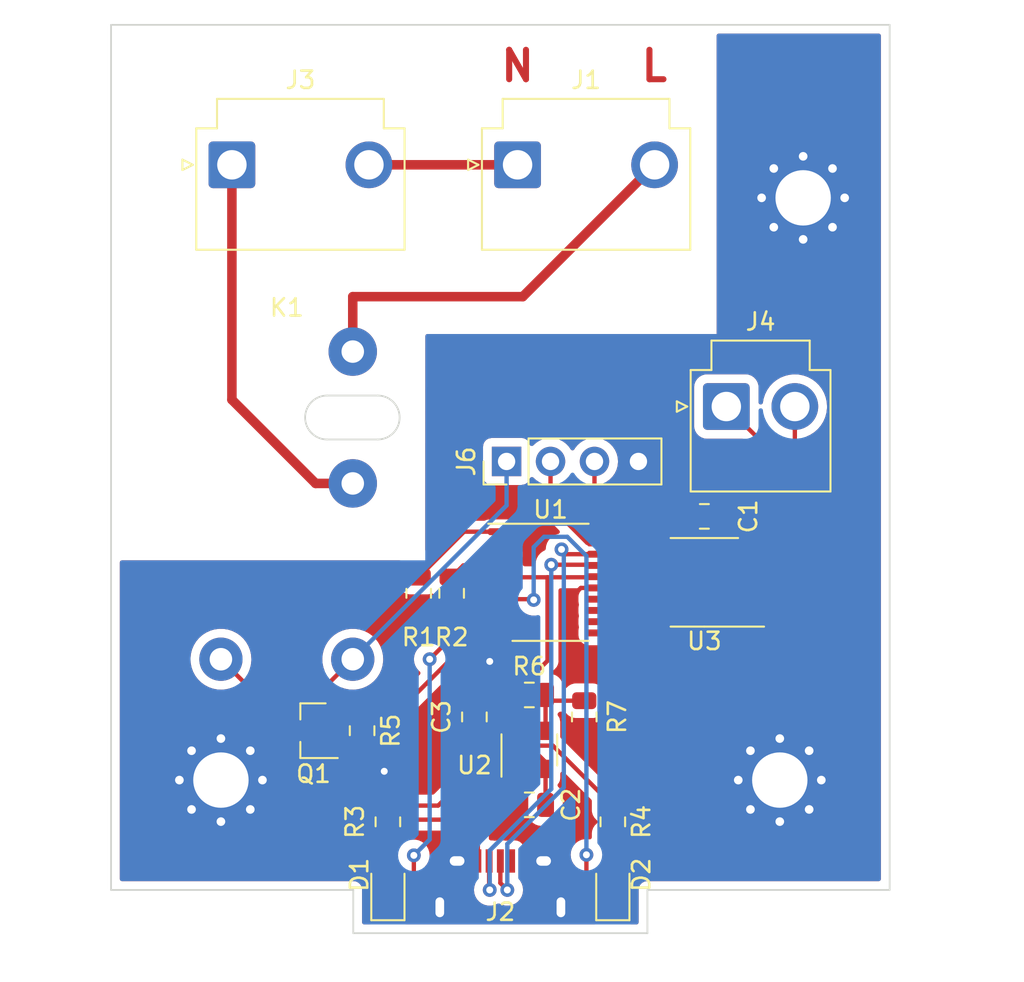
<source format=kicad_pcb>
(kicad_pcb (version 20200916) (generator pcbnew)

  (general
    (thickness 1.6)
  )

  (paper "A4")
  (layers
    (0 "F.Cu" signal)
    (31 "B.Cu" signal)
    (32 "B.Adhes" user)
    (33 "F.Adhes" user)
    (34 "B.Paste" user)
    (35 "F.Paste" user)
    (36 "B.SilkS" user)
    (37 "F.SilkS" user)
    (38 "B.Mask" user)
    (39 "F.Mask" user)
    (40 "Dwgs.User" user)
    (41 "Cmts.User" user)
    (42 "Eco1.User" user)
    (43 "Eco2.User" user)
    (44 "Edge.Cuts" user)
    (45 "Margin" user)
    (46 "B.CrtYd" user)
    (47 "F.CrtYd" user)
    (48 "B.Fab" user)
    (49 "F.Fab" user)
  )

  (setup
    (stackup
      (layer "F.SilkS" (type "Top Silk Screen"))
      (layer "F.Paste" (type "Top Solder Paste"))
      (layer "F.Mask" (type "Top Solder Mask") (color "Green") (thickness 0.01))
      (layer "F.Cu" (type "copper") (thickness 0.035))
      (layer "dielectric 1" (type "core") (thickness 1.51) (material "FR4") (epsilon_r 4.5) (loss_tangent 0.02))
      (layer "B.Cu" (type "copper") (thickness 0.035))
      (layer "B.Mask" (type "Bottom Solder Mask") (color "Green") (thickness 0.01))
      (layer "B.Paste" (type "Bottom Solder Paste"))
      (layer "B.SilkS" (type "Bottom Silk Screen"))
      (copper_finish "None")
      (dielectric_constraints no)
    )
    (grid_origin 151.68 85.725)
    (pcbplotparams
      (layerselection 0x010fc_ffffffff)
      (usegerberextensions false)
      (usegerberattributes true)
      (usegerberadvancedattributes true)
      (creategerberjobfile true)
      (svguseinch false)
      (svgprecision 6)
      (excludeedgelayer true)
      (linewidth 0.100000)
      (plotframeref false)
      (viasonmask false)
      (mode 1)
      (useauxorigin false)
      (hpglpennumber 1)
      (hpglpenspeed 20)
      (hpglpendiameter 15.000000)
      (psnegative false)
      (psa4output false)
      (plotreference true)
      (plotvalue true)
      (plotinvisibletext false)
      (sketchpadsonfab false)
      (subtractmaskfromsilk false)
      (outputformat 1)
      (mirror false)
      (drillshape 0)
      (scaleselection 1)
      (outputdirectory "gerbers/")
    )
  )


  (net 0 "")
  (net 1 "/SWCLK")
  (net 2 "/SWDIO")
  (net 3 "/D+")
  (net 4 "/D-")
  (net 5 "+3V3")
  (net 6 "GND")
  (net 7 "Net-(U1-Pad14)")
  (net 8 "/MISO")
  (net 9 "/SCK")
  (net 10 "/THERMO_CS")
  (net 11 "/EN")
  (net 12 "Net-(U1-Pad8)")
  (net 13 "/LED2")
  (net 14 "/LED1")
  (net 15 "Net-(R2-Pad2)")
  (net 16 "Net-(U1-Pad3)")
  (net 17 "Net-(U1-Pad2)")
  (net 18 "Net-(R1-Pad1)")
  (net 19 "Net-(R6-Pad2)")
  (net 20 "+5V")
  (net 21 "Net-(J4-Pad2)")
  (net 22 "Net-(J4-Pad1)")
  (net 23 "Net-(D1-Pad2)")
  (net 24 "Net-(D2-Pad2)")
  (net 25 "NEUT")
  (net 26 "LINE")
  (net 27 "Net-(J2-Pad4)")
  (net 28 "Net-(Q1-Pad1)")
  (net 29 "Net-(J3-Pad1)")
  (net 30 "Net-(K1-Pad1)")
  (net 31 "Net-(U1-Pad10)")

  (module "MountingHole:MountingHole_3.2mm_M3_Pad_Via" (layer "F.Cu") (tedit 5F2375F0) (tstamp 00458470-2adf-43eb-b314-fef54901da7a)
    (at 113.03 79.375)
    (descr "Mounting Hole 3.2mm, M3")
    (tags "mounting hole 3.2mm m3")
    (attr exclude_from_pos_files exclude_from_bom)
    (fp_text reference "REF**" (at 0 -4.2) (layer "F.SilkS") hide
      (effects (font (size 1 1) (thickness 0.15)))
      (tstamp 8935fc0d-9acb-48c2-84fb-179fb75052b5)
    )
    (fp_text value "MountingHole_3.2mm_M3_Pad_Via" (at 0 4.2) (layer "F.Fab")
      (effects (font (size 1 1) (thickness 0.15)))
      (tstamp 0cf7a071-2fa0-46e9-a87e-5f6bda494033)
    )
    (fp_text user "${REFERENCE}" (at 0.3 0) (layer "F.Fab")
      (effects (font (size 1 1) (thickness 0.15)))
      (tstamp 1226a296-f34c-4de2-969f-134630c2e269)
    )
    (fp_circle (center 0 0) (end 3.2 0) (layer "Cmts.User") (width 0.15) (tstamp eca2e9b2-e9a3-44be-bc60-512e13078699))
    (fp_circle (center 0 0) (end 3.45 0) (layer "F.CrtYd") (width 0.05) (tstamp b47e3660-5326-42f8-915c-6a57ad5cd323))
    (pad "1" thru_hole circle (at -1.697056 -1.697056) (size 0.8 0.8) (drill 0.5) (layers *.Cu *.Mask)
      (net 6 "GND") (tstamp 2290471c-4c1c-4841-8c65-8f082eeaf193))
    (pad "1" thru_hole circle (at -2.4 0) (size 0.8 0.8) (drill 0.5) (layers *.Cu *.Mask)
      (net 6 "GND") (tstamp 5011e338-29b3-4e63-993a-440b0a8828c2))
    (pad "1" thru_hole circle (at 1.697056 -1.697056) (size 0.8 0.8) (drill 0.5) (layers *.Cu *.Mask)
      (net 6 "GND") (tstamp 5a124599-cd10-4428-bccd-6964f502fe47))
    (pad "1" thru_hole circle (at 0 -2.4) (size 0.8 0.8) (drill 0.5) (layers *.Cu *.Mask)
      (net 6 "GND") (tstamp 63446c65-1f08-4e7b-88af-c993a5d95f18))
    (pad "1" thru_hole circle (at 2.4 0) (size 0.8 0.8) (drill 0.5) (layers *.Cu *.Mask)
      (net 6 "GND") (tstamp 63dd7612-7c49-47b9-a602-40a342f4a511))
    (pad "1" thru_hole circle (at 0 2.4) (size 0.8 0.8) (drill 0.5) (layers *.Cu *.Mask)
      (net 6 "GND") (tstamp 734ef0ec-8390-46ca-a04c-6e4395818ef1))
    (pad "1" thru_hole circle (at 0 0) (size 6.4 6.4) (drill 3.2) (layers *.Cu *.Mask)
      (net 6 "GND") (tstamp b57e6d14-4fe3-4ede-be2b-8433bdf7b469))
    (pad "1" thru_hole circle (at -1.697056 1.697056) (size 0.8 0.8) (drill 0.5) (layers *.Cu *.Mask)
      (net 6 "GND") (tstamp c85064e4-1f60-4e7e-86bd-4e6f8b73c4fa))
    (pad "1" thru_hole circle (at 1.697056 1.697056) (size 0.8 0.8) (drill 0.5) (layers *.Cu *.Mask)
      (net 6 "GND") (tstamp cb9d17b3-7c4c-4b21-a160-83fc7cd32d4a))
  )

  (module "Resistor_SMD:R_0805_2012Metric" (layer "F.Cu") (tedit 5B36C52B) (tstamp 1b13fc99-0837-4cec-8848-8af685944cb9)
    (at 124.46 68.58 -90)
    (descr "Resistor SMD 0805 (2012 Metric), square (rectangular) end terminal, IPC_7351 nominal, (Body size source: https://docs.google.com/spreadsheets/d/1BsfQQcO9C6DZCsRaXUlFlo91Tg2WpOkGARC1WS5S8t0/edit?usp=sharing), generated with kicad-footprint-generator")
    (tags "resistor")
    (path "/0f950912-3190-4e3c-8896-aa5da57e23a9")
    (attr smd)
    (fp_text reference "R1" (at 2.54 0 180) (layer "F.SilkS")
      (effects (font (size 1 1) (thickness 0.15)))
      (tstamp 8423939b-2342-4dea-b8bf-6c87dfb8aa5b)
    )
    (fp_text value "10k" (at 0 1.65 90) (layer "F.Fab")
      (effects (font (size 1 1) (thickness 0.15)))
      (tstamp b1c4f1c0-9ea8-4b51-8eb1-e48e54e5f92d)
    )
    (fp_text user "${REFERENCE}" (at 0 0 90) (layer "F.Fab")
      (effects (font (size 0.5 0.5) (thickness 0.08)))
      (tstamp 20872b92-62b1-4851-854b-e96c7227f8af)
    )
    (fp_line (start -0.258578 -0.71) (end 0.258578 -0.71) (layer "F.SilkS") (width 0.12) (tstamp 90a539d2-49ea-4f78-8f2d-baf9dfcab351))
    (fp_line (start -0.258578 0.71) (end 0.258578 0.71) (layer "F.SilkS") (width 0.12) (tstamp eca831a6-1c6f-4e6b-8949-ce4fc46955f3))
    (fp_line (start 1.68 -0.95) (end 1.68 0.95) (layer "F.CrtYd") (width 0.05) (tstamp 04efa1ff-db8b-4838-b5a4-c38db18d71b7))
    (fp_line (start -1.68 0.95) (end -1.68 -0.95) (layer "F.CrtYd") (width 0.05) (tstamp 4b13455a-3ed1-4f5a-a21d-fea348b7c475))
    (fp_line (start -1.68 -0.95) (end 1.68 -0.95) (layer "F.CrtYd") (width 0.05) (tstamp 96a07bdb-5774-4350-b3b9-231782b47c74))
    (fp_line (start 1.68 0.95) (end -1.68 0.95) (layer "F.CrtYd") (width 0.05) (tstamp e8a699f8-e64b-487a-bf2d-fbd943514be4))
    (fp_line (start -1 0.6) (end -1 -0.6) (layer "F.Fab") (width 0.1) (tstamp 5f837efe-1ca7-473f-a223-7f0eecc2bdbc))
    (fp_line (start 1 -0.6) (end 1 0.6) (layer "F.Fab") (width 0.1) (tstamp 83825b44-5557-4e5b-be9c-528942fe2927))
    (fp_line (start 1 0.6) (end -1 0.6) (layer "F.Fab") (width 0.1) (tstamp 8aa6d16c-ccff-441b-84e8-467d845ea0e3))
    (fp_line (start -1 -0.6) (end 1 -0.6) (layer "F.Fab") (width 0.1) (tstamp ae7c171b-d454-4afe-b2cf-fc592755a389))
    (pad "1" smd roundrect (at -0.9375 0 270) (size 0.975 1.4) (layers "F.Cu" "F.Paste" "F.Mask") (roundrect_rratio 0.25)
      (net 18 "Net-(R1-Pad1)") (tstamp 9a22d05d-8663-4c30-a2f0-d0790ef9cf8f))
    (pad "2" smd roundrect (at 0.9375 0 270) (size 0.975 1.4) (layers "F.Cu" "F.Paste" "F.Mask") (roundrect_rratio 0.25)
      (net 6 "GND") (tstamp 9a8408cf-2f6b-4342-b9f4-21815c53d9bd))
    (model "${KISYS3DMOD}/Resistor_SMD.3dshapes/R_0805_2012Metric.wrl"
      (offset (xyz 0 0 0))
      (scale (xyz 1 1 1))
      (rotate (xyz 0 0 0))
    )
  )

  (module "Capacitor_SMD:C_0805_2012Metric" (layer "F.Cu") (tedit 5B36C52B) (tstamp 319979e4-285f-42d1-9b33-627066e336ec)
    (at 130.855 80.805 180)
    (descr "Capacitor SMD 0805 (2012 Metric), square (rectangular) end terminal, IPC_7351 nominal, (Body size source: https://docs.google.com/spreadsheets/d/1BsfQQcO9C6DZCsRaXUlFlo91Tg2WpOkGARC1WS5S8t0/edit?usp=sharing), generated with kicad-footprint-generator")
    (tags "capacitor")
    (path "/c630893f-4635-4c03-a7b1-181e38390df5")
    (attr smd)
    (fp_text reference "C2" (at -2.413 0 270) (layer "F.SilkS")
      (effects (font (size 1 1) (thickness 0.15)))
      (tstamp 20b5a767-7f3f-4d29-81b3-c4264aac9a2c)
    )
    (fp_text value "1u" (at 0 1.65) (layer "F.Fab")
      (effects (font (size 1 1) (thickness 0.15)))
      (tstamp 65804cf1-c389-4888-a03f-594e7cb46370)
    )
    (fp_text user "${REFERENCE}" (at 0 0) (layer "F.Fab")
      (effects (font (size 0.5 0.5) (thickness 0.08)))
      (tstamp 4a17a778-124e-4d3f-b250-0c08bc33ca0d)
    )
    (fp_line (start -0.258578 -0.71) (end 0.258578 -0.71) (layer "F.SilkS") (width 0.12) (tstamp 2d52cc57-e6b7-4308-a8f1-a8de1b941435))
    (fp_line (start -0.258578 0.71) (end 0.258578 0.71) (layer "F.SilkS") (width 0.12) (tstamp 3fced3fb-763f-4d82-bd46-1549a6a91a2d))
    (fp_line (start 1.68 0.95) (end -1.68 0.95) (layer "F.CrtYd") (width 0.05) (tstamp 6ca95ee8-e35c-4404-a40a-8657a3163b78))
    (fp_line (start -1.68 -0.95) (end 1.68 -0.95) (layer "F.CrtYd") (width 0.05) (tstamp a54b8ae4-57ad-4310-8b4f-3db756d51d30))
    (fp_line (start 1.68 -0.95) (end 1.68 0.95) (layer "F.CrtYd") (width 0.05) (tstamp c1be907e-e621-417f-aa21-ae46b575af03))
    (fp_line (start -1.68 0.95) (end -1.68 -0.95) (layer "F.CrtYd") (width 0.05) (tstamp dbbcda95-997a-4032-a3c0-d9f3645ba4c3))
    (fp_line (start -1 -0.6) (end 1 -0.6) (layer "F.Fab") (width 0.1) (tstamp 16c89f41-e7b1-4985-b57f-c2e4128ca283))
    (fp_line (start 1 0.6) (end -1 0.6) (layer "F.Fab") (width 0.1) (tstamp 1a03847c-7554-4ca1-a16f-bff559dd9da4))
    (fp_line (start -1 0.6) (end -1 -0.6) (layer "F.Fab") (width 0.1) (tstamp 3f0fa238-2d62-4150-8ecc-08ca82390e90))
    (fp_line (start 1 -0.6) (end 1 0.6) (layer "F.Fab") (width 0.1) (tstamp c73b80a2-aba0-4490-97ee-01bd1d633660))
    (pad "1" smd roundrect (at -0.9375 0 180) (size 0.975 1.4) (layers "F.Cu" "F.Paste" "F.Mask") (roundrect_rratio 0.25)
      (net 20 "+5V") (tstamp 4a948f6e-b08f-4c2c-b47a-e96bdc48299a))
    (pad "2" smd roundrect (at 0.9375 0 180) (size 0.975 1.4) (layers "F.Cu" "F.Paste" "F.Mask") (roundrect_rratio 0.25)
      (net 6 "GND") (tstamp 7c368d93-654e-4efe-96cd-964069a71ffd))
    (model "${KISYS3DMOD}/Capacitor_SMD.3dshapes/C_0805_2012Metric.wrl"
      (offset (xyz 0 0 0))
      (scale (xyz 1 1 1))
      (rotate (xyz 0 0 0))
    )
  )

  (module "Package_TO_SOT_SMD:SOT-23" (layer "F.Cu") (tedit 5A02FF57) (tstamp 3b3032d6-a87f-4cd2-ad9b-682c1d8f0290)
    (at 118.38 76.52 180)
    (descr "SOT-23, Standard")
    (tags "SOT-23")
    (path "/9ee6f807-4294-499a-a4d3-d42e8f1ab710")
    (attr smd)
    (fp_text reference "Q1" (at 0 -2.5) (layer "F.SilkS")
      (effects (font (size 1 1) (thickness 0.15)))
      (tstamp 4394b0fd-0288-414f-8486-5590e11e8011)
    )
    (fp_text value "MMBTA06" (at 0 2.5) (layer "F.Fab")
      (effects (font (size 1 1) (thickness 0.15)))
      (tstamp 692df01d-cdc5-4b3a-8b9f-faad101b7a20)
    )
    (fp_text user "${REFERENCE}" (at 0 0 90) (layer "F.Fab")
      (effects (font (size 0.5 0.5) (thickness 0.075)))
      (tstamp 3a9a84e4-767e-4319-b84b-9cbb024d9a2c)
    )
    (fp_line (start 0.76 -1.58) (end -1.4 -1.58) (layer "F.SilkS") (width 0.12) (tstamp 1120ae05-0b8a-4911-998e-92686f160f21))
    (fp_line (start 0.76 1.58) (end 0.76 0.65) (layer "F.SilkS") (width 0.12) (tstamp 2b76f4bc-f728-413f-b012-84c19e33d358))
    (fp_line (start 0.76 1.58) (end -0.7 1.58) (layer "F.SilkS") (width 0.12) (tstamp 32e04bca-288f-4e3b-b02f-baa679f60ccb))
    (fp_line (start 0.76 -1.58) (end 0.76 -0.65) (layer "F.SilkS") (width 0.12) (tstamp 4b8c65e3-4dab-4a7c-8e89-d684fda6f18d))
    (fp_line (start -1.7 -1.75) (end 1.7 -1.75) (layer "F.CrtYd") (width 0.05) (tstamp 3c787b29-70b5-40c4-8e9a-590ed21da5b4))
    (fp_line (start 1.7 1.75) (end -1.7 1.75) (layer "F.CrtYd") (width 0.05) (tstamp a124a120-9463-4394-a476-c9ef35304464))
    (fp_line (start -1.7 1.75) (end -1.7 -1.75) (layer "F.CrtYd") (width 0.05) (tstamp b9317b31-ef51-4a8c-a49d-15f8d02fa774))
    (fp_line (start 1.7 -1.75) (end 1.7 1.75) (layer "F.CrtYd") (width 0.05) (tstamp cc52eca2-7f9a-4b03-8287-b267c7b9d123))
    (fp_line (start 0.7 -1.52) (end 0.7 1.52) (layer "F.Fab") (width 0.1) (tstamp 11f6cccd-0138-44e3-92a1-2e715c30e4c3))
    (fp_line (start -0.7 -0.95) (end -0.7 1.5) (layer "F.Fab") (width 0.1) (tstamp 24ef07ac-2e1a-4430-b522-8a651d1d3cfa))
    (fp_line (start -0.7 -0.95) (end -0.15 -1.52) (layer "F.Fab") (width 0.1) (tstamp 392134e9-ce01-4ee6-afd6-84ea5ede057f))
    (fp_line (start -0.15 -1.52) (end 0.7 -1.52) (layer "F.Fab") (width 0.1) (tstamp 8639354f-a572-40d6-8cee-1c0b9de896a4))
    (fp_line (start -0.7 1.52) (end 0.7 1.52) (layer "F.Fab") (width 0.1) (tstamp f2c4ea5a-4780-4768-8438-c48e0eda722e))
    (pad "1" smd rect (at -1 -0.95 180) (size 0.9 0.8) (layers "F.Cu" "F.Paste" "F.Mask")
      (net 28 "Net-(Q1-Pad1)") (pinfunction "B") (tstamp f08e1930-7c29-4d24-9a75-dfa845eb77f6))
    (pad "2" smd rect (at -1 0.95 180) (size 0.9 0.8) (layers "F.Cu" "F.Paste" "F.Mask")
      (net 6 "GND") (pinfunction "E") (tstamp cc0286f1-a8f0-4f26-933b-b8cea1693f3a))
    (pad "3" smd rect (at 1 0 180) (size 0.9 0.8) (layers "F.Cu" "F.Paste" "F.Mask")
      (net 30 "Net-(K1-Pad1)") (pinfunction "C") (tstamp d3aaf74d-0dd3-48e7-b9b1-0673008d0b45))
    (model "${KISYS3DMOD}/Package_TO_SOT_SMD.3dshapes/SOT-23.wrl"
      (offset (xyz 0 0 0))
      (scale (xyz 1 1 1))
      (rotate (xyz 0 0 0))
    )
  )

  (module "Connector_JST:JST_VH_B2P3-VH_1x02_P7.92mm_Vertical" (layer "F.Cu") (tedit 5D924E0B) (tstamp 42368d9d-d1a0-4786-acc3-021033202c28)
    (at 113.665 43.815)
    (descr "JST VH series connector, B2P3-VH (http://www.jst-mfg.com/product/pdf/eng/eVH.pdf), generated with kicad-footprint-generator")
    (tags "connector JST VH vertical")
    (path "/a568f39b-5d94-4990-8955-31972c80c347")
    (attr through_hole)
    (fp_text reference "J3" (at 3.96 -4.9) (layer "F.SilkS")
      (effects (font (size 1 1) (thickness 0.15)))
      (tstamp 017fa8d7-66f2-472b-9e7d-a3f058872151)
    )
    (fp_text value "Conn_01x02" (at 3.96 6) (layer "F.Fab")
      (effects (font (size 1 1) (thickness 0.15)))
      (tstamp a80a09ff-02f4-4f12-86d8-732c5fe32b43)
    )
    (fp_text user "${REFERENCE}" (at 3.96 4.1) (layer "F.Fab")
      (effects (font (size 1 1) (thickness 0.15)))
      (tstamp 0965849d-437a-4706-b931-f10330a27432)
    )
    (fp_line (start 9.98 -2.11) (end 9.98 4.91) (layer "F.SilkS") (width 0.12) (tstamp 0051feab-ad87-406c-804d-269c0d26bf97))
    (fp_line (start -2.06 -2.11) (end -0.86 -2.11) (layer "F.SilkS") (width 0.12) (tstamp 23585479-fc76-49e4-a7d6-62feb1d6ea97))
    (fp_line (start 8.78 -2.11) (end 9.98 -2.11) (layer "F.SilkS") (width 0.12) (tstamp 45ca90cf-a3b1-46cd-a2ec-30e335ed9c97))
    (fp_line (start -0.86 -3.81) (end 8.78 -3.81) (layer "F.SilkS") (width 0.12) (tstamp 4c2237a0-869a-4f76-a3bd-322a24b901ec))
    (fp_line (start -2.06 4.91) (end -2.06 -2.11) (layer "F.SilkS") (width 0.12) (tstamp 545344a6-ee9a-472e-9997-398f0d5a7eb5))
    (fp_line (start -2.26 0) (end -2.86 0.3) (layer "F.SilkS") (width 0.12) (tstamp 8eaca23a-c7ed-4d83-9cb2-d089912690c7))
    (fp_line (start -0.86 -2.11) (end -0.86 -3.81) (layer "F.SilkS") (width 0.12) (tstamp b57a424d-a765-442a-b184-39c8c3fc9e2b))
    (fp_line (start -2.86 -0.3) (end -2.26 0) (layer "F.SilkS") (width 0.12) (tstamp b76d8563-f353-4741-92a5-5e13b7197eb1))
    (fp_line (start 9.98 4.91) (end -2.06 4.91) (layer "F.SilkS") (width 0.12) (tstamp c89a4532-29e7-44f2-995d-47dccdc2badd))
    (fp_line (start 8.78 -3.81) (end 8.78 -2.11) (layer "F.SilkS") (width 0.12) (tstamp c9728005-951b-4eaa-a8f4-7c2fab5c319a))
    (fp_line (start -2.86 0.3) (end -2.86 -0.3) (layer "F.SilkS") (width 0.12) (tstamp cfa3a9a6-6388-410b-8786-8f623b7ca50b))
    (fp_line (start -2.45 -4.2) (end -2.45 5.3) (layer "F.CrtYd") (width 0.05) (tstamp 0629c47c-1c44-4ac2-99a6-b963989f92a0))
    (fp_line (start 10.37 -4.2) (end -2.45 -4.2) (layer "F.CrtYd") (width 0.05) (tstamp 8a966666-0ed6-4cbb-bba9-9c1fd2ce42c1))
    (fp_line (start 10.37 5.3) (end 10.37 -4.2) (layer "F.CrtYd") (width 0.05) (tstamp cb6cad41-184c-4a2d-a509-491862d4bd30))
    (fp_line (start -2.45 5.3) (end 10.37 5.3) (layer "F.CrtYd") (width 0.05) (tstamp ee35d585-e5d4-4c31-95c7-a67992b232bf))
    (fp_line (start 8.67 -3.7) (end 8.67 -2) (layer "F.Fab") (width 0.1) (tstamp 19cefaac-a137-4d96-b449-a56ed033b4c9))
    (fp_line (start -1.95 1) (end -0.95 0) (layer "F.Fab") (width 0.1) (tstamp 6ba35fe0-6116-4a8f-97ee-7a3a0195674e))
    (fp_line (start 9.87 -2) (end -1.95 -2) (layer "F.Fab") (width 0.1) (tstamp a779e692-32ea-48e7-a967-0211b87abc3f))
    (fp_line (start -1.95 -1) (end -0.95 0) (layer "F.Fab") (width 0.1) (tstamp bb061e85-2f97-4e84-9455-975016dca3eb))
    (fp_line (start -0.75 -3.7) (end 8.67 -3.7) (layer "F.Fab") (width 0.1) (tstamp c27f6f41-4668-4b37-ad45-a80df8403f46))
    (fp_line (start -0.75 -2) (end -0.75 -3.7) (layer "F.Fab") (width 0.1) (tstamp ed5da90e-a140-4c11-a0a5-8bdc63182a3b))
    (fp_line (start -1.95 4.8) (end 9.87 4.8) (layer "F.Fab") (width 0.1) (tstamp f2ab8948-3b98-435a-97c5-99ef284ea84e))
    (fp_line (start 9.87 4.8) (end 9.87 -2) (layer "F.Fab") (width 0.1) (tstamp f307f5b8-24fe-4595-8970-b30c0a58102f))
    (fp_line (start -1.95 -2) (end -1.95 4.8) (layer "F.Fab") (width 0.1) (tstamp f4ccc61c-826c-4cc6-9c4e-4b4e4d863162))
    (pad "1" thru_hole roundrect (at 0 0) (size 2.7 2.7) (drill 1.7) (layers *.Cu *.Mask) (roundrect_rratio 0.09259296296296296)
      (net 29 "Net-(J3-Pad1)") (pinfunction "Pin_1") (tstamp b679271f-1b28-4e89-9f82-3a4cf09545f8))
    (pad "2" thru_hole circle (at 7.92 0) (size 2.7 2.7) (drill 1.7) (layers *.Cu *.Mask)
      (net 25 "NEUT") (pinfunction "Pin_2") (tstamp a3f5a29a-0c05-4f9a-b1e9-e47ee22b8b87))
    (model "${KISYS3DMOD}/Connector_JST.3dshapes/JST_VH_B2P3-VH_1x02_P7.92mm_Vertical.wrl"
      (offset (xyz 0 0 0))
      (scale (xyz 1 1 1))
      (rotate (xyz 0 0 0))
    )
  )

  (module "Connector_PinHeader_2.54mm:PinHeader_1x04_P2.54mm_Vertical" (layer "F.Cu") (tedit 59FED5CC) (tstamp 423d5c08-6f37-454f-93d7-498c6f5e0ee7)
    (at 129.54 60.96 90)
    (descr "Through hole straight pin header, 1x04, 2.54mm pitch, single row")
    (tags "Through hole pin header THT 1x04 2.54mm single row")
    (path "/0b2d473f-4650-4c2a-bff6-29cc752674f7")
    (attr through_hole)
    (fp_text reference "J6" (at 0 -2.33 90) (layer "F.SilkS")
      (effects (font (size 1 1) (thickness 0.15)))
      (tstamp 16b16aad-dd45-469a-9a54-92ed3caca400)
    )
    (fp_text value "Conn_01x04" (at 0 9.95 90) (layer "F.Fab")
      (effects (font (size 1 1) (thickness 0.15)))
      (tstamp b266b504-c99a-4740-8187-58882eca048c)
    )
    (fp_text user "${REFERENCE}" (at 0 3.81) (layer "F.Fab")
      (effects (font (size 1 1) (thickness 0.15)))
      (tstamp dc4066dd-8910-48f1-ad3d-755aae0f7dc0)
    )
    (fp_line (start -1.33 1.27) (end -1.33 8.95) (layer "F.SilkS") (width 0.12) (tstamp 4592bb79-023e-47b1-ac75-3eccc4e68e0e))
    (fp_line (start -1.33 8.95) (end 1.33 8.95) (layer "F.SilkS") (width 0.12) (tstamp 9233f439-cc5f-4e15-9b01-e96373e5e782))
    (fp_line (start -1.33 1.27) (end 1.33 1.27) (layer "F.SilkS") (width 0.12) (tstamp dec36467-34f7-447e-aa83-79734b6f840d))
    (fp_line (start -1.33 0) (end -1.33 -1.33) (layer "F.SilkS") (width 0.12) (tstamp e1e27a34-ce41-4d3f-8433-565672bb7eb3))
    (fp_line (start -1.33 -1.33) (end 0 -1.33) (layer "F.SilkS") (width 0.12) (tstamp eeb2c242-73bb-4b7c-80a0-641edb1832b0))
    (fp_line (start 1.33 1.27) (end 1.33 8.95) (layer "F.SilkS") (width 0.12) (tstamp f6a24ace-8ef9-4280-829e-25ebc7e0b93e))
    (fp_line (start 1.8 -1.8) (end -1.8 -1.8) (layer "F.CrtYd") (width 0.05) (tstamp 020869d0-a54b-4a5e-8547-3ceaae59c50e))
    (fp_line (start -1.8 9.4) (end 1.8 9.4) (layer "F.CrtYd") (width 0.05) (tstamp 14778d18-f751-46e4-bcf0-c14c60572121))
    (fp_line (start 1.8 9.4) (end 1.8 -1.8) (layer "F.CrtYd") (width 0.05) (tstamp 5234f4f1-5082-4570-9237-f003d9576109))
    (fp_line (start -1.8 -1.8) (end -1.8 9.4) (layer "F.CrtYd") (width 0.05) (tstamp b10c17a6-d278-4a4d-be8f-fd71cdb8915b))
    (fp_line (start -1.27 -0.635) (end -0.635 -1.27) (layer "F.Fab") (width 0.1) (tstamp 0d912c30-4eee-4635-9ee6-ddaed25e315c))
    (fp_line (start -0.635 -1.27) (end 1.27 -1.27) (layer "F.Fab") (width 0.1) (tstamp 50202841-ff99-41aa-a18f-ed545693891e))
    (fp_line (start 1.27 8.89) (end -1.27 8.89) (layer "F.Fab") (width 0.1) (tstamp 6bdfa2e5-e0ed-432d-9920-e979c00db202))
    (fp_line (start -1.27 8.89) (end -1.27 -0.635) (layer "F.Fab") (width 0.1) (tstamp 87f53e82-40a5-4b48-9643-7d02aa5182eb))
    (fp_line (start 1.27 -1.27) (end 1.27 8.89) (layer "F.Fab") (width 0.1) (tstamp cc7ec2f3-af07-46fe-9052-26787969d333))
    (pad "1" thru_hole rect (at 0 0 90) (size 1.7 1.7) (drill 1) (layers *.Cu *.Mask)
      (net 20 "+5V") (pinfunction "Pin_1") (tstamp 1066c0fa-dd3c-4a23-96dd-f1d7ef385a29))
    (pad "2" thru_hole oval (at 0 2.54 90) (size 1.7 1.7) (drill 1) (layers *.Cu *.Mask)
      (net 2 "/SWDIO") (pinfunction "Pin_2") (tstamp 6a943ff4-e5ff-47ed-9ac8-1b9dfba115ff))
    (pad "3" thru_hole oval (at 0 5.08 90) (size 1.7 1.7) (drill 1) (layers *.Cu *.Mask)
      (net 1 "/SWCLK") (pinfunction "Pin_3") (tstamp eefb1375-0e29-4063-a1b9-9ebc6a6bef43))
    (pad "4" thru_hole oval (at 0 7.62 90) (size 1.7 1.7) (drill 1) (layers *.Cu *.Mask)
      (net 6 "GND") (pinfunction "Pin_4") (tstamp 3bdb8fe2-e3d2-4621-ad47-ecc18986d75a))
    (model "${KISYS3DMOD}/Connector_PinHeader_2.54mm.3dshapes/PinHeader_1x04_P2.54mm_Vertical.wrl"
      (offset (xyz 0 0 0))
      (scale (xyz 1 1 1))
      (rotate (xyz 0 0 0))
    )
  )

  (module "Resistor_SMD:R_0805_2012Metric" (layer "F.Cu") (tedit 5B36C52B) (tstamp 44cd4608-77f4-4465-b98d-a0382c75846c)
    (at 122.68 81.7875 -90)
    (descr "Resistor SMD 0805 (2012 Metric), square (rectangular) end terminal, IPC_7351 nominal, (Body size source: https://docs.google.com/spreadsheets/d/1BsfQQcO9C6DZCsRaXUlFlo91Tg2WpOkGARC1WS5S8t0/edit?usp=sharing), generated with kicad-footprint-generator")
    (tags "resistor")
    (path "/76ae68a6-c2ed-4176-a8ef-e1197cdfdea6")
    (attr smd)
    (fp_text reference "R3" (at 0 1.905 90) (layer "F.SilkS")
      (effects (font (size 1 1) (thickness 0.15)))
      (tstamp 8423939b-2342-4dea-b8bf-6c87dfb8aa5b)
    )
    (fp_text value "1k" (at 0 1.65 90) (layer "F.Fab")
      (effects (font (size 1 1) (thickness 0.15)))
      (tstamp b1c4f1c0-9ea8-4b51-8eb1-e48e54e5f92d)
    )
    (fp_text user "${REFERENCE}" (at 0 0 90) (layer "F.Fab")
      (effects (font (size 0.5 0.5) (thickness 0.08)))
      (tstamp 20872b92-62b1-4851-854b-e96c7227f8af)
    )
    (fp_line (start -0.258578 -0.71) (end 0.258578 -0.71) (layer "F.SilkS") (width 0.12) (tstamp 90a539d2-49ea-4f78-8f2d-baf9dfcab351))
    (fp_line (start -0.258578 0.71) (end 0.258578 0.71) (layer "F.SilkS") (width 0.12) (tstamp eca831a6-1c6f-4e6b-8949-ce4fc46955f3))
    (fp_line (start 1.68 -0.95) (end 1.68 0.95) (layer "F.CrtYd") (width 0.05) (tstamp 04efa1ff-db8b-4838-b5a4-c38db18d71b7))
    (fp_line (start -1.68 0.95) (end -1.68 -0.95) (layer "F.CrtYd") (width 0.05) (tstamp 4b13455a-3ed1-4f5a-a21d-fea348b7c475))
    (fp_line (start -1.68 -0.95) (end 1.68 -0.95) (layer "F.CrtYd") (width 0.05) (tstamp 96a07bdb-5774-4350-b3b9-231782b47c74))
    (fp_line (start 1.68 0.95) (end -1.68 0.95) (layer "F.CrtYd") (width 0.05) (tstamp e8a699f8-e64b-487a-bf2d-fbd943514be4))
    (fp_line (start -1 0.6) (end -1 -0.6) (layer "F.Fab") (width 0.1) (tstamp 5f837efe-1ca7-473f-a223-7f0eecc2bdbc))
    (fp_line (start 1 -0.6) (end 1 0.6) (layer "F.Fab") (width 0.1) (tstamp 83825b44-5557-4e5b-be9c-528942fe2927))
    (fp_line (start 1 0.6) (end -1 0.6) (layer "F.Fab") (width 0.1) (tstamp 8aa6d16c-ccff-441b-84e8-467d845ea0e3))
    (fp_line (start -1 -0.6) (end 1 -0.6) (layer "F.Fab") (width 0.1) (tstamp ae7c171b-d454-4afe-b2cf-fc592755a389))
    (pad "1" smd roundrect (at -0.9375 0 270) (size 0.975 1.4) (layers "F.Cu" "F.Paste" "F.Mask") (roundrect_rratio 0.25)
      (net 5 "+3V3") (tstamp 4dc0d5da-0cc6-4d28-a8de-18ab1d3846e6))
    (pad "2" smd roundrect (at 0.9375 0 270) (size 0.975 1.4) (layers "F.Cu" "F.Paste" "F.Mask") (roundrect_rratio 0.25)
      (net 23 "Net-(D1-Pad2)") (tstamp 65c4c394-9244-40a7-b2e3-714c4002de66))
    (model "${KISYS3DMOD}/Resistor_SMD.3dshapes/R_0805_2012Metric.wrl"
      (offset (xyz 0 0 0))
      (scale (xyz 1 1 1))
      (rotate (xyz 0 0 0))
    )
  )

  (module "Package_SO:SOIC-8_3.9x4.9mm_P1.27mm" (layer "F.Cu") (tedit 5D9F72B1) (tstamp 4a07db42-aa58-426c-855f-aaad6df495ca)
    (at 140.97 67.945 180)
    (descr "SOIC, 8 Pin (JEDEC MS-012AA, https://www.analog.com/media/en/package-pcb-resources/package/pkg_pdf/soic_narrow-r/r_8.pdf), generated with kicad-footprint-generator ipc_gullwing_generator.py")
    (tags "SOIC SO")
    (path "/6d7fce24-1351-483f-9395-23f73140607e")
    (attr smd)
    (fp_text reference "U3" (at 0 -3.4) (layer "F.SilkS")
      (effects (font (size 1 1) (thickness 0.15)))
      (tstamp 49aca870-d74f-4a24-aef6-f2a4bb18c8ba)
    )
    (fp_text value "MAX31855KASA" (at 0 3.4) (layer "F.Fab")
      (effects (font (size 1 1) (thickness 0.15)))
      (tstamp f5b14339-5813-4c16-8528-5a136f613df9)
    )
    (fp_text user "${REFERENCE}" (at 0 0) (layer "F.Fab")
      (effects (font (size 0.98 0.98) (thickness 0.15)))
      (tstamp 4ff18e1f-df55-4fad-8401-109f14db7878)
    )
    (fp_line (start 0 2.56) (end 1.95 2.56) (layer "F.SilkS") (width 0.12) (tstamp 1ee07641-ea1f-459a-baf3-771ef26f2f3f))
    (fp_line (start 0 -2.56) (end -3.45 -2.56) (layer "F.SilkS") (width 0.12) (tstamp 30ca98b4-0213-402e-bc73-d1532c64e3ca))
    (fp_line (start 0 -2.56) (end 1.95 -2.56) (layer "F.SilkS") (width 0.12) (tstamp 7bff620e-02dc-440d-88f0-159201cd898d))
    (fp_line (start 0 2.56) (end -1.95 2.56) (layer "F.SilkS") (width 0.12) (tstamp b23ca9a3-63c7-466f-a01d-e55700747e77))
    (fp_line (start 3.7 2.7) (end 3.7 -2.7) (layer "F.CrtYd") (width 0.05) (tstamp 0c5d2d80-14b5-4c9f-8ba2-b4ec95fa26f8))
    (fp_line (start -3.7 2.7) (end 3.7 2.7) (layer "F.CrtYd") (width 0.05) (tstamp 45156c4a-9c41-4560-bf51-622786587bd2))
    (fp_line (start -3.7 -2.7) (end -3.7 2.7) (layer "F.CrtYd") (width 0.05) (tstamp c66dccff-8ae7-457c-a613-d6990ae2a05e))
    (fp_line (start 3.7 -2.7) (end -3.7 -2.7) (layer "F.CrtYd") (width 0.05) (tstamp c71fe7ee-7ead-4ded-bad4-3da0d80d4a22))
    (fp_line (start 1.95 -2.45) (end 1.95 2.45) (layer "F.Fab") (width 0.1) (tstamp 03e430b3-51e2-4db1-9793-f8b7d8ad2266))
    (fp_line (start -1.95 -1.475) (end -0.975 -2.45) (layer "F.Fab") (width 0.1) (tstamp 5fadce80-5718-4bca-832f-7d3af3339b0a))
    (fp_line (start 1.95 2.45) (end -1.95 2.45) (layer "F.Fab") (width 0.1) (tstamp 922e22f0-f72f-454b-8e41-2d1b5270354f))
    (fp_line (start -0.975 -2.45) (end 1.95 -2.45) (layer "F.Fab") (width 0.1) (tstamp 986fb383-e200-4cca-9ad9-364538e941f4))
    (fp_line (start -1.95 2.45) (end -1.95 -1.475) (layer "F.Fab") (width 0.1) (tstamp c344441e-44e6-4c6c-94e0-d5908f8c85cb))
    (pad "1" smd roundrect (at -2.475 -1.905 180) (size 1.95 0.6) (layers "F.Cu" "F.Paste" "F.Mask") (roundrect_rratio 0.25)
      (net 6 "GND") (pinfunction "GND") (tstamp 7862334c-d230-4691-89f3-451f4df44128))
    (pad "2" smd roundrect (at -2.475 -0.635 180) (size 1.95 0.6) (layers "F.Cu" "F.Paste" "F.Mask") (roundrect_rratio 0.25)
      (net 21 "Net-(J4-Pad2)") (pinfunction "T-") (tstamp 4f14137e-4f4b-4cb6-8805-9da53f4bc750))
    (pad "3" smd roundrect (at -2.475 0.635 180) (size 1.95 0.6) (layers "F.Cu" "F.Paste" "F.Mask") (roundrect_rratio 0.25)
      (net 22 "Net-(J4-Pad1)") (pinfunction "T+") (tstamp e48d4255-8d40-403d-bf8d-aa6fad5f4773))
    (pad "4" smd roundrect (at -2.475 1.905 180) (size 1.95 0.6) (layers "F.Cu" "F.Paste" "F.Mask") (roundrect_rratio 0.25)
      (net 5 "+3V3") (pinfunction "VCC") (tstamp c73119c2-6ac0-4edb-835b-2931088f944d))
    (pad "5" smd roundrect (at 2.475 1.905 180) (size 1.95 0.6) (layers "F.Cu" "F.Paste" "F.Mask") (roundrect_rratio 0.25)
      (net 9 "/SCK") (pinfunction "SCK") (tstamp 500ff099-b034-4952-ac04-0eedf4c11437))
    (pad "6" smd roundrect (at 2.475 0.635 180) (size 1.95 0.6) (layers "F.Cu" "F.Paste" "F.Mask") (roundrect_rratio 0.25)
      (net 10 "/THERMO_CS") (pinfunction "~CS~") (tstamp 6e3bb935-d096-4275-a9be-1305392f427d))
    (pad "7" smd roundrect (at 2.475 -0.635 180) (size 1.95 0.6) (layers "F.Cu" "F.Paste" "F.Mask") (roundrect_rratio 0.25)
      (net 8 "/MISO") (pinfunction "SO") (tstamp be5fafb3-5c45-4581-9bd2-9a1f99064bce))
    (pad "8" smd roundrect (at 2.475 -1.905 180) (size 1.95 0.6) (layers "F.Cu" "F.Paste" "F.Mask") (roundrect_rratio 0.25) (tstamp 6ac99a80-2f69-4d66-99d8-6351122594ca))
    (model "${KISYS3DMOD}/Package_SO.3dshapes/SOIC-8_3.9x4.9mm_P1.27mm.wrl"
      (offset (xyz 0 0 0))
      (scale (xyz 1 1 1))
      (rotate (xyz 0 0 0))
    )
  )

  (module "misc:USB_Micro-B_Amphenol_10118194-0001LF" (layer "F.Cu") (tedit 5F0CC40B) (tstamp 5903f1e3-9fc6-4657-a367-c22415772dbc)
    (at 129.18 86.725)
    (descr "USB StepUp generated footprint")
    (path "/85773aac-699e-4017-8fd9-891bbe73004e")
    (attr through_hole)
    (fp_text reference "J2" (at 0 0.27) (layer "F.SilkS")
      (effects (font (size 1 1) (thickness 0.15)))
      (tstamp 62c6f37b-fced-4749-a6a9-cc8f43d99497)
    )
    (fp_text value "USB_B_Micro" (at 0 3.5) (layer "F.Fab")
      (effects (font (size 1 1) (thickness 0.15)))
      (tstamp 8b19ebd2-fec8-4868-8c3f-5d8a7ce1b8d0)
    )
    (fp_text user "PCB Edge" (at 0 1.75 unlocked) (layer "Dwgs.User")
      (effects (font (size 0.3 0.3) (thickness 0.075)))
      (tstamp e179778c-e57d-48e6-be9f-6018f655e2d5)
    )
    (fp_text user "${REFERENCE}" (at 0 -4) (layer "F.Fab")
      (effects (font (size 1 1) (thickness 0.15)))
      (tstamp 22d63243-ffee-4644-aaf3-59c3803838be)
    )
    (fp_line (start -3.5 1.45) (end 3.5 1.45) (layer "Dwgs.User") (width 0.1) (tstamp 03d3b5db-c702-4a5b-86b3-0267ca53ffc8))
    (fp_line (start -3.95 2.68) (end -3.95 -2.85) (layer "F.CrtYd") (width 0.05) (tstamp 1c9c76fe-62bc-4f35-b4c0-cb27f320ec00))
    (fp_line (start 3.95 2.68) (end -3.95 2.68) (layer "F.CrtYd") (width 0.05) (tstamp 23592a2a-c65f-4739-908a-d536d8f50931))
    (fp_line (start 3.95 -2.85) (end 3.95 2.68) (layer "F.CrtYd") (width 0.05) (tstamp 615b0c0b-620c-46ff-bb2a-0ef9e49bb333))
    (fp_line (start -3.95 -2.85) (end 3.95 -2.85) (layer "F.CrtYd") (width 0.05) (tstamp bfbe4a5b-c972-4470-bc43-9aebbbe2e23e))
    (fp_line (start -3.75 -2.85) (end 3.75 -2.85) (layer "F.Fab") (width 0.1) (tstamp 07e8e826-f1d0-4d52-a8c7-ac4a81d2166e))
    (fp_line (start -3.75 2.15) (end -3.75 -2.85) (layer "F.Fab") (width 0.1) (tstamp 1a89ccfd-6f86-425b-8cbe-1dbb785a64b6))
    (fp_line (start 3.75 -2.85) (end 3.75 2.15) (layer "F.Fab") (width 0.1) (tstamp 9c79cef9-2c95-48f6-8f32-71a24542d870))
    (fp_line (start 3.75 2.15) (end -3.75 2.15) (layer "F.Fab") (width 0.1) (tstamp e843eafa-e7fe-4b4d-9d7e-a5e3efd26e73))
    (pad "1" smd rect (at -1.3 -2.675) (size 0.4 1.35) (layers "F.Cu" "F.Paste" "F.Mask")
      (net 20 "+5V") (pinfunction "VBUS") (tstamp f1f7b755-b5ef-43f2-b7b5-3bfa4f07cc64))
    (pad "2" smd rect (at -0.65 -2.675) (size 0.4 1.35) (layers "F.Cu" "F.Paste" "F.Mask")
      (net 4 "/D-") (pinfunction "D-") (tstamp df7f8aac-2dd5-4f14-af49-838bbf7f57ff))
    (pad "3" smd rect (at 0 -2.675) (size 0.4 1.35) (layers "F.Cu" "F.Paste" "F.Mask")
      (net 3 "/D+") (pinfunction "D+") (tstamp 2633490c-b3ae-4bde-9582-68f22b29bfae))
    (pad "4" smd rect (at 0.65 -2.675) (size 0.4 1.35) (layers "F.Cu" "F.Paste" "F.Mask")
      (net 27 "Net-(J2-Pad4)") (pinfunction "ID") (tstamp e381da74-a7f7-4549-bf68-3b7e9c807dc4))
    (pad "5" smd rect (at 1.3 -2.675) (size 0.4 1.35) (layers "F.Cu" "F.Paste" "F.Mask")
      (net 6 "GND") (pinfunction "GND") (tstamp 9ddbe955-17bd-4ad1-aaf6-d92edb89f29c))
    (pad "6" thru_hole oval (at -3.5 0) (size 1 1.55) (drill oval 0.5 1.15) (layers *.Cu *.Mask)
      (net 6 "GND") (pinfunction "Shield") (tstamp 1aa517c1-efe1-401c-a9dc-1ca28569cbb2))
    (pad "6" smd custom (at 2.653 0.003) (size 0.6 0.6) (layers "F.Cu" "F.Mask")
      (net 6 "GND") (pinfunction "Shield")
      (options (clearance outline) (anchor circle))
      (primitives
        (gr_poly (pts
          (xy -0.352503 -0.777793)
          (xy 0.847497 -0.777793)
          (xy 0.847497 -0.577793)
          (xy 0.597497 -0.577793)
          (xy 0.597497 0.572207)
          (xy 0.847497 0.572207)
          (xy 0.847497 0.772207)
          (xy -0.352503 0.772207)
) (width 0))
      ) (tstamp 39c02075-084d-41e9-9f91-19dc4c7217dc))
    (pad "6" thru_hole oval (at 2.5 -2.675) (size 1.25 0.95) (drill oval 0.85 0.55) (layers *.Cu *.Mask)
      (net 6 "GND") (pinfunction "Shield") (tstamp 6b7a4465-8f4a-48b0-a8b7-3d66ca5cd1c4))
    (pad "6" smd custom (at -2.653 0) (size 0.6 0.6) (layers "F.Cu" "F.Mask")
      (net 6 "GND") (pinfunction "Shield")
      (options (clearance outline) (anchor circle))
      (primitives
        (gr_poly (pts
          (xy 0.353264 -0.775)
          (xy -0.846736 -0.775)
          (xy -0.846736 -0.575)
          (xy -0.596736 -0.575)
          (xy -0.596736 0.575)
          (xy -0.846736 0.575)
          (xy -0.846736 0.775)
          (xy 0.353264 0.775)
) (width 0))
      ) (tstamp 89331357-387b-445e-9870-88cf3bd59051))
    (pad "6" thru_hole oval (at -2.5 -2.675) (size 1.25 0.95) (drill oval 0.85 0.55) (layers *.Cu *.Mask)
      (net 6 "GND") (pinfunction "Shield") (tstamp ba1ade0a-9879-4ef6-a69b-731778ce52d2))
    (pad "6" thru_hole oval (at 3.5 0) (size 1 1.55) (drill oval 0.5 1.15) (layers *.Cu *.Mask)
      (net 6 "GND") (pinfunction "Shield") (tstamp d38d95ea-13b4-4a96-a217-a77b40646f3a))
    (model ":ALT3DMOD:10118194-0001lf.stp"
      (offset (xyz 0 0 0))
      (scale (xyz 1 1 1))
      (rotate (xyz 0 0 0))
    )
  )

  (module "Package_SO:TSSOP-20_4.4x6.5mm_P0.65mm" (layer "F.Cu") (tedit 5E476F32) (tstamp 605a4b74-791f-4c3d-a563-b606d3ff0b9c)
    (at 132.08 67.945)
    (descr "TSSOP, 20 Pin (JEDEC MO-153 Var AC https://www.jedec.org/document_search?search_api_views_fulltext=MO-153), generated with kicad-footprint-generator ipc_gullwing_generator.py")
    (tags "TSSOP SO")
    (path "/05f73df7-abd5-4559-bd77-97dfa8576118")
    (attr smd)
    (fp_text reference "U1" (at 0 -4.2) (layer "F.SilkS")
      (effects (font (size 1 1) (thickness 0.15)))
      (tstamp c3a36f14-1df0-4851-bb0a-2dcf6f7d1200)
    )
    (fp_text value "STM32F042F4Px" (at 0 4.2) (layer "F.Fab")
      (effects (font (size 1 1) (thickness 0.15)))
      (tstamp 51aeb8c0-ae00-41c7-8ed1-103e33d3e084)
    )
    (fp_text user "${REFERENCE}" (at 0 0) (layer "F.Fab")
      (effects (font (size 1 1) (thickness 0.15)))
      (tstamp 3078476b-68f2-4fe7-9e55-3ce62523fa2f)
    )
    (fp_line (start 0 3.385) (end -2.2 3.385) (layer "F.SilkS") (width 0.12) (tstamp 1ac205a3-54fc-47d5-834b-cdcc13e6363c))
    (fp_line (start 0 -3.385) (end -3.6 -3.385) (layer "F.SilkS") (width 0.12) (tstamp 319b0ef3-c270-47c5-9ccf-5541960e275d))
    (fp_line (start 0 -3.385) (end 2.2 -3.385) (layer "F.SilkS") (width 0.12) (tstamp 50052485-89fa-4438-a94d-72e91dbb8ac5))
    (fp_line (start 0 3.385) (end 2.2 3.385) (layer "F.SilkS") (width 0.12) (tstamp da2357f0-b72d-448b-a781-cee299bf8ca7))
    (fp_line (start 3.85 3.5) (end 3.85 -3.5) (layer "F.CrtYd") (width 0.05) (tstamp 0c390155-ba81-47a7-a8f7-ffaab42f6bc1))
    (fp_line (start 3.85 -3.5) (end -3.85 -3.5) (layer "F.CrtYd") (width 0.05) (tstamp 20480b88-9b72-4085-9177-7eb24b9d9c91))
    (fp_line (start -3.85 3.5) (end 3.85 3.5) (layer "F.CrtYd") (width 0.05) (tstamp bb2fdaf4-0cfb-4cb5-a858-85291838c8e3))
    (fp_line (start -3.85 -3.5) (end -3.85 3.5) (layer "F.CrtYd") (width 0.05) (tstamp cb3a8a87-b676-4a8e-80c2-e9139810a1f2))
    (fp_line (start 2.2 -3.25) (end 2.2 3.25) (layer "F.Fab") (width 0.1) (tstamp 368a0b48-bfce-4e93-a965-bda82346f929))
    (fp_line (start -2.2 -2.25) (end -1.2 -3.25) (layer "F.Fab") (width 0.1) (tstamp 3aba21f8-f3a9-4f21-95d1-fb5b7c857a89))
    (fp_line (start -2.2 3.25) (end -2.2 -2.25) (layer "F.Fab") (width 0.1) (tstamp 5053754c-a5ca-419e-ab62-38f15ef09f67))
    (fp_line (start -1.2 -3.25) (end 2.2 -3.25) (layer "F.Fab") (width 0.1) (tstamp 5e4dca34-b5de-4318-a515-8839af6dce80))
    (fp_line (start 2.2 3.25) (end -2.2 3.25) (layer "F.Fab") (width 0.1) (tstamp e2bdea36-d376-4331-b952-51a6cbd11132))
    (pad "1" smd roundrect (at -2.8625 -2.925) (size 1.475 0.4) (layers "F.Cu" "F.Paste" "F.Mask") (roundrect_rratio 0.25)
      (net 18 "Net-(R1-Pad1)") (pinfunction "PB8") (tstamp a095338c-3ff8-4c0c-93a6-656e74b7128f))
    (pad "2" smd roundrect (at -2.8625 -2.275) (size 1.475 0.4) (layers "F.Cu" "F.Paste" "F.Mask") (roundrect_rratio 0.25)
      (net 17 "Net-(U1-Pad2)") (pinfunction "PF0") (tstamp 4f077dc2-b90f-483c-9b73-ea525c4b00d5))
    (pad "3" smd roundrect (at -2.8625 -1.625) (size 1.475 0.4) (layers "F.Cu" "F.Paste" "F.Mask") (roundrect_rratio 0.25)
      (net 16 "Net-(U1-Pad3)") (pinfunction "PF1") (tstamp 61b59749-e0c2-4c4b-aa6d-3835c4281741))
    (pad "4" smd roundrect (at -2.8625 -0.975) (size 1.475 0.4) (layers "F.Cu" "F.Paste" "F.Mask") (roundrect_rratio 0.25)
      (net 15 "Net-(R2-Pad2)") (pinfunction "NRST") (tstamp 61b91513-52af-48a0-a876-b8d1d1edc16d))
    (pad "5" smd roundrect (at -2.8625 -0.325) (size 1.475 0.4) (layers "F.Cu" "F.Paste" "F.Mask") (roundrect_rratio 0.25)
      (net 5 "+3V3") (pinfunction "VDDA") (tstamp 60611657-af1c-4718-8393-af5fd98c7820))
    (pad "6" smd roundrect (at -2.8625 0.325) (size 1.475 0.4) (layers "F.Cu" "F.Paste" "F.Mask") (roundrect_rratio 0.25)
      (net 14 "/LED1") (pinfunction "PA0") (tstamp c458591f-801f-426e-9471-4b0ce776c5b5))
    (pad "7" smd roundrect (at -2.8625 0.975) (size 1.475 0.4) (layers "F.Cu" "F.Paste" "F.Mask") (roundrect_rratio 0.25)
      (net 13 "/LED2") (pinfunction "PA1") (tstamp 1cc8b134-130a-4f3a-a0aa-345d8f2d4959))
    (pad "8" smd roundrect (at -2.8625 1.625) (size 1.475 0.4) (layers "F.Cu" "F.Paste" "F.Mask") (roundrect_rratio 0.25)
      (net 12 "Net-(U1-Pad8)") (pinfunction "PA2") (tstamp 8136031d-8d74-47a1-8d00-00782e2b335d))
    (pad "9" smd roundrect (at -2.8625 2.275) (size 1.475 0.4) (layers "F.Cu" "F.Paste" "F.Mask") (roundrect_rratio 0.25)
      (net 11 "/EN") (pinfunction "PA3") (tstamp 19481075-2db9-4d66-8bc5-e0de73c0bee6))
    (pad "10" smd roundrect (at -2.8625 2.925) (size 1.475 0.4) (layers "F.Cu" "F.Paste" "F.Mask") (roundrect_rratio 0.25)
      (net 31 "Net-(U1-Pad10)") (pinfunction "PA4") (tstamp ce5b02e1-276b-4419-9485-3ee79c48f0e9))
    (pad "11" smd roundrect (at 2.8625 2.925) (size 1.475 0.4) (layers "F.Cu" "F.Paste" "F.Mask") (roundrect_rratio 0.25)
      (net 9 "/SCK") (pinfunction "PA5") (tstamp c984a6fa-c41b-4c77-b2e9-814ea56fe251))
    (pad "12" smd roundrect (at 2.8625 2.275) (size 1.475 0.4) (layers "F.Cu" "F.Paste" "F.Mask") (roundrect_rratio 0.25)
      (net 8 "/MISO") (pinfunction "PA6") (tstamp 5ca92e5e-fddc-4694-b142-876ada2e1cbb))
    (pad "13" smd roundrect (at 2.8625 1.625) (size 1.475 0.4) (layers "F.Cu" "F.Paste" "F.Mask") (roundrect_rratio 0.25)
      (net 10 "/THERMO_CS") (pinfunction "PA7") (tstamp 30213081-41c5-45b4-a5ce-577d89f076c0))
    (pad "14" smd roundrect (at 2.8625 0.975) (size 1.475 0.4) (layers "F.Cu" "F.Paste" "F.Mask") (roundrect_rratio 0.25)
      (net 7 "Net-(U1-Pad14)") (pinfunction "PB1") (tstamp ff614c1f-2c49-4989-a0df-02262c1b1d1f))
    (pad "15" smd roundrect (at 2.8625 0.325) (size 1.475 0.4) (layers "F.Cu" "F.Paste" "F.Mask") (roundrect_rratio 0.25)
      (net 6 "GND") (pinfunction "VSS") (tstamp 97d789a7-04ce-4cc1-841b-3d0d8b2219ba))
    (pad "16" smd roundrect (at 2.8625 -0.325) (size 1.475 0.4) (layers "F.Cu" "F.Paste" "F.Mask") (roundrect_rratio 0.25)
      (net 5 "+3V3") (pinfunction "VDD") (tstamp 115c0bc3-2141-4acc-8397-003510305fa4))
    (pad "17" smd roundrect (at 2.8625 -0.975) (size 1.475 0.4) (layers "F.Cu" "F.Paste" "F.Mask") (roundrect_rratio 0.25)
      (net 4 "/D-") (pinfunction "PA9/PA11") (tstamp 611882a2-dc63-46c3-836d-6b250db904f5))
    (pad "18" smd roundrect (at 2.8625 -1.625) (size 1.475 0.4) (layers "F.Cu" "F.Paste" "F.Mask") (roundrect_rratio 0.25)
      (net 3 "/D+") (pinfunction "PA10/PA12") (tstamp 63023e64-8bb0-4c3f-abf3-a16261fccb2a))
    (pad "19" smd roundrect (at 2.8625 -2.275) (size 1.475 0.4) (layers "F.Cu" "F.Paste" "F.Mask") (roundrect_rratio 0.25)
      (net 2 "/SWDIO") (pinfunction "PA13") (tstamp 0d8bd03b-ef68-42ea-8d57-1ea14300aa6e))
    (pad "20" smd roundrect (at 2.8625 -2.925) (size 1.475 0.4) (layers "F.Cu" "F.Paste" "F.Mask") (roundrect_rratio 0.25)
      (net 1 "/SWCLK") (pinfunction "PA14") (tstamp 4264faba-5410-423c-805a-e42adc0ef366))
    (model "${KISYS3DMOD}/Package_SO.3dshapes/TSSOP-20_4.4x6.5mm_P0.65mm.wrl"
      (offset (xyz 0 0 0))
      (scale (xyz 1 1 1))
      (rotate (xyz 0 0 0))
    )
  )

  (module "MountingHole:MountingHole_3.2mm_M3_Pad_Via" (layer "F.Cu") (tedit 5F23771B) (tstamp 62d6781c-e397-4781-bffc-ecb9e3282c65)
    (at 145.33 79.375)
    (descr "Mounting Hole 3.2mm, M3")
    (tags "mounting hole 3.2mm m3")
    (attr exclude_from_pos_files exclude_from_bom)
    (fp_text reference "REF**" (at 0 -4.2) (layer "F.SilkS") hide
      (effects (font (size 1 1) (thickness 0.15)))
      (tstamp 8935fc0d-9acb-48c2-84fb-179fb75052b5)
    )
    (fp_text value "MountingHole_3.2mm_M3_Pad_Via" (at 0 4.2) (layer "F.Fab")
      (effects (font (size 1 1) (thickness 0.15)))
      (tstamp 0cf7a071-2fa0-46e9-a87e-5f6bda494033)
    )
    (fp_text user "${REFERENCE}" (at 0.3 0) (layer "F.Fab")
      (effects (font (size 1 1) (thickness 0.15)))
      (tstamp 1226a296-f34c-4de2-969f-134630c2e269)
    )
    (fp_circle (center 0 0) (end 3.2 0) (layer "Cmts.User") (width 0.15) (tstamp eca2e9b2-e9a3-44be-bc60-512e13078699))
    (fp_circle (center 0 0) (end 3.45 0) (layer "F.CrtYd") (width 0.05) (tstamp b47e3660-5326-42f8-915c-6a57ad5cd323))
    (pad "1" thru_hole circle (at -1.697056 -1.697056) (size 0.8 0.8) (drill 0.5) (layers *.Cu *.Mask)
      (net 6 "GND") (tstamp 068d23c9-407b-4363-a12b-f0a13292cc4d))
    (pad "1" thru_hole circle (at 0 0) (size 6.4 6.4) (drill 3.2) (layers *.Cu *.Mask)
      (net 6 "GND") (tstamp 27d0c9b8-608d-4acf-af71-14ce9c21f287))
    (pad "1" thru_hole circle (at -2.4 0) (size 0.8 0.8) (drill 0.5) (layers *.Cu *.Mask)
      (net 6 "GND") (tstamp 5299db2a-e02a-4625-bbf1-0b6fc169100a))
    (pad "1" thru_hole circle (at 1.697056 1.697056) (size 0.8 0.8) (drill 0.5) (layers *.Cu *.Mask)
      (net 6 "GND") (tstamp 5f730b78-5ed9-4994-8f6e-0fd9e603f3c5))
    (pad "1" thru_hole circle (at 2.4 0) (size 0.8 0.8) (drill 0.5) (layers *.Cu *.Mask)
      (net 6 "GND") (tstamp 60e117bb-61db-42bf-b6e4-4bff0986bd17))
    (pad "1" thru_hole circle (at -1.697056 1.697056) (size 0.8 0.8) (drill 0.5) (layers *.Cu *.Mask)
      (net 6 "GND") (tstamp 67dac072-2a4b-4e7a-84fa-c9ec2464d6f4))
    (pad "1" thru_hole circle (at 0 2.4) (size 0.8 0.8) (drill 0.5) (layers *.Cu *.Mask)
      (net 6 "GND") (tstamp 78cf1b55-246f-4d7c-8fa8-f665562f42c6))
    (pad "1" thru_hole circle (at 1.697056 -1.697056) (size 0.8 0.8) (drill 0.5) (layers *.Cu *.Mask)
      (net 6 "GND") (tstamp bce5f763-7b73-42af-bea8-049d6ac47b05))
    (pad "1" thru_hole circle (at 0 -2.4) (size 0.8 0.8) (drill 0.5) (layers *.Cu *.Mask)
      (net 6 "GND") (tstamp c926465b-d367-4866-8496-6b99d34457f5))
  )

  (module "Connector_JST:JST_VH_B2P-VH_1x02_P3.96mm_Vertical" (layer "F.Cu") (tedit 5D12549B) (tstamp 9afd1eb3-3578-47d1-a8f3-cbedf5b9421d)
    (at 142.24 57.785)
    (descr "JST VH series connector, B2P-VH (http://www.jst-mfg.com/product/pdf/eng/eVH.pdf), generated with kicad-footprint-generator")
    (tags "connector JST VH vertical")
    (path "/38b964b8-ef59-4d26-85ce-c04e1568f4fc")
    (attr through_hole)
    (fp_text reference "J4" (at 1.98 -4.9) (layer "F.SilkS")
      (effects (font (size 1 1) (thickness 0.15)))
      (tstamp bbcccc53-59f0-4d0c-9754-2883a4b61799)
    )
    (fp_text value "Conn_01x02" (at 1.98 6) (layer "F.Fab")
      (effects (font (size 1 1) (thickness 0.15)))
      (tstamp b7ceb57d-563d-4fe8-bc74-903cd308f8fa)
    )
    (fp_text user "${REFERENCE}" (at 1.98 4.1) (layer "F.Fab")
      (effects (font (size 1 1) (thickness 0.15)))
      (tstamp a1c06548-6380-445c-ae84-e00afb3479f1)
    )
    (fp_line (start 6.02 4.91) (end -2.06 4.91) (layer "F.SilkS") (width 0.12) (tstamp 17bed23a-bc44-4357-a36b-7c710a3e1e03))
    (fp_line (start -2.26 0) (end -2.86 0.3) (layer "F.SilkS") (width 0.12) (tstamp 20fd442c-7dca-4532-97e4-158442b7940f))
    (fp_line (start -0.86 -3.81) (end 4.82 -3.81) (layer "F.SilkS") (width 0.12) (tstamp 3c9f90ea-27fd-4953-9aa5-638dd05b8582))
    (fp_line (start 4.82 -2.11) (end 6.02 -2.11) (layer "F.SilkS") (width 0.12) (tstamp 97de7d6f-3eff-4601-9185-e92d883e1ff8))
    (fp_line (start 4.82 -3.81) (end 4.82 -2.11) (layer "F.SilkS") (width 0.12) (tstamp 9e5b4535-63e8-449a-b1d1-f49d5add1c74))
    (fp_line (start -2.86 0.3) (end -2.86 -0.3) (layer "F.SilkS") (width 0.12) (tstamp 9f2fd5d6-274b-4f2c-a9d1-9c2f42b7002e))
    (fp_line (start -2.86 -0.3) (end -2.26 0) (layer "F.SilkS") (width 0.12) (tstamp a9917c3b-8bd1-4d14-a5f6-b27a965bca25))
    (fp_line (start -2.06 4.91) (end -2.06 -2.11) (layer "F.SilkS") (width 0.12) (tstamp b997727e-f4cf-45b4-8eeb-5b0519d5e162))
    (fp_line (start -2.06 -2.11) (end -0.86 -2.11) (layer "F.SilkS") (width 0.12) (tstamp c2128f54-dbe1-4730-9d5e-25aba8a2b9b5))
    (fp_line (start -0.86 -2.11) (end -0.86 -3.81) (layer "F.SilkS") (width 0.12) (tstamp d03fe574-92c9-42e4-96b1-3abcf4da6192))
    (fp_line (start 6.02 -2.11) (end 6.02 4.91) (layer "F.SilkS") (width 0.12) (tstamp ec39d4ff-68f4-42bc-9cf8-ba04263b2183))
    (fp_line (start 6.41 5.3) (end 6.41 -4.2) (layer "F.CrtYd") (width 0.05) (tstamp 02296022-4fdd-43bf-a380-0e6d13078cac))
    (fp_line (start -2.45 5.3) (end 6.41 5.3) (layer "F.CrtYd") (width 0.05) (tstamp 17a94fb9-c06d-42a5-921e-459d6d88bda5))
    (fp_line (start 6.41 -4.2) (end -2.45 -4.2) (layer "F.CrtYd") (width 0.05) (tstamp 269e4638-9c24-4084-980b-da18328dfd04))
    (fp_line (start -2.45 -4.2) (end -2.45 5.3) (layer "F.CrtYd") (width 0.05) (tstamp 37e541a5-045c-485d-8210-8315430d73fd))
    (fp_line (start -1.95 4.8) (end 5.91 4.8) (layer "F.Fab") (width 0.1) (tstamp 1e2c78fa-91e7-4b4b-b044-8f8cc1eaf4e6))
    (fp_line (start -1.95 -2) (end -1.95 4.8) (layer "F.Fab") (width 0.1) (tstamp 673a78e2-6021-4ff0-9d42-fff68dd45c88))
    (fp_line (start 5.91 4.8) (end 5.91 -2) (layer "F.Fab") (width 0.1) (tstamp 9a246111-8d99-487a-ae00-b4e5f8a4b100))
    (fp_line (start 5.91 -2) (end -1.95 -2) (layer "F.Fab") (width 0.1) (tstamp aff793c8-26c6-4ea9-8d93-82706ddea62b))
    (fp_line (start -0.75 -3.7) (end 4.71 -3.7) (layer "F.Fab") (width 0.1) (tstamp b0a5ac3a-2a18-4ef7-85ae-22b499f815ce))
    (fp_line (start -0.75 -2) (end -0.75 -3.7) (layer "F.Fab") (width 0.1) (tstamp b6c22a43-57f6-45c8-8bf9-3fb069adde19))
    (fp_line (start -1.95 -1) (end -0.95 0) (layer "F.Fab") (width 0.1) (tstamp c751bea7-be62-4819-970e-ef8d81352753))
    (fp_line (start 4.71 -3.7) (end 4.71 -2) (layer "F.Fab") (width 0.1) (tstamp eda4d031-a26d-4373-b7df-ffbd767cd630))
    (fp_line (start -1.95 1) (end -0.95 0) (layer "F.Fab") (width 0.1) (tstamp f16c7dce-1b8f-4126-a771-28d6689cdf1e))
    (pad "1" thru_hole roundrect (at 0 0) (size 2.7 2.7) (drill 1.7) (layers *.Cu *.Mask) (roundrect_rratio 0.09259296296296296)
      (net 22 "Net-(J4-Pad1)") (pinfunction "Pin_1") (tstamp 12df3256-1934-4f84-9b20-35d5aca54046))
    (pad "2" thru_hole circle (at 3.96 0) (size 2.7 2.7) (drill 1.7) (layers *.Cu *.Mask)
      (net 21 "Net-(J4-Pad2)") (pinfunction "Pin_2") (tstamp 27b02658-4c57-4251-9e19-d1211216ab11))
    (model "${KISYS3DMOD}/Connector_JST.3dshapes/JST_VH_B2P-VH_1x02_P3.96mm_Vertical.wrl"
      (offset (xyz 0 0 0))
      (scale (xyz 1 1 1))
      (rotate (xyz 0 0 0))
    )
  )

  (module "Connector_JST:JST_VH_B2P3-VH_1x02_P7.92mm_Vertical" (layer "F.Cu") (tedit 5D924E0B) (tstamp 9dcf49fc-d24a-49ad-82ac-d59990e09afe)
    (at 130.175 43.815)
    (descr "JST VH series connector, B2P3-VH (http://www.jst-mfg.com/product/pdf/eng/eVH.pdf), generated with kicad-footprint-generator")
    (tags "connector JST VH vertical")
    (path "/0b37d126-99b7-4798-b610-705d30c317e6")
    (attr through_hole)
    (fp_text reference "J1" (at 3.96 -4.9) (layer "F.SilkS")
      (effects (font (size 1 1) (thickness 0.15)))
      (tstamp 017fa8d7-66f2-472b-9e7d-a3f058872151)
    )
    (fp_text value "Conn_01x02" (at 3.96 6) (layer "F.Fab")
      (effects (font (size 1 1) (thickness 0.15)))
      (tstamp a80a09ff-02f4-4f12-86d8-732c5fe32b43)
    )
    (fp_text user "${REFERENCE}" (at 3.96 4.1) (layer "F.Fab")
      (effects (font (size 1 1) (thickness 0.15)))
      (tstamp 0965849d-437a-4706-b931-f10330a27432)
    )
    (fp_line (start 9.98 -2.11) (end 9.98 4.91) (layer "F.SilkS") (width 0.12) (tstamp 0051feab-ad87-406c-804d-269c0d26bf97))
    (fp_line (start -2.06 -2.11) (end -0.86 -2.11) (layer "F.SilkS") (width 0.12) (tstamp 23585479-fc76-49e4-a7d6-62feb1d6ea97))
    (fp_line (start 8.78 -2.11) (end 9.98 -2.11) (layer "F.SilkS") (width 0.12) (tstamp 45ca90cf-a3b1-46cd-a2ec-30e335ed9c97))
    (fp_line (start -0.86 -3.81) (end 8.78 -3.81) (layer "F.SilkS") (width 0.12) (tstamp 4c2237a0-869a-4f76-a3bd-322a24b901ec))
    (fp_line (start -2.06 4.91) (end -2.06 -2.11) (layer "F.SilkS") (width 0.12) (tstamp 545344a6-ee9a-472e-9997-398f0d5a7eb5))
    (fp_line (start -2.26 0) (end -2.86 0.3) (layer "F.SilkS") (width 0.12) (tstamp 8eaca23a-c7ed-4d83-9cb2-d089912690c7))
    (fp_line (start -0.86 -2.11) (end -0.86 -3.81) (layer "F.SilkS") (width 0.12) (tstamp b57a424d-a765-442a-b184-39c8c3fc9e2b))
    (fp_line (start -2.86 -0.3) (end -2.26 0) (layer "F.SilkS") (width 0.12) (tstamp b76d8563-f353-4741-92a5-5e13b7197eb1))
    (fp_line (start 9.98 4.91) (end -2.06 4.91) (layer "F.SilkS") (width 0.12) (tstamp c89a4532-29e7-44f2-995d-47dccdc2badd))
    (fp_line (start 8.78 -3.81) (end 8.78 -2.11) (layer "F.SilkS") (width 0.12) (tstamp c9728005-951b-4eaa-a8f4-7c2fab5c319a))
    (fp_line (start -2.86 0.3) (end -2.86 -0.3) (layer "F.SilkS") (width 0.12) (tstamp cfa3a9a6-6388-410b-8786-8f623b7ca50b))
    (fp_line (start -2.45 -4.2) (end -2.45 5.3) (layer "F.CrtYd") (width 0.05) (tstamp 0629c47c-1c44-4ac2-99a6-b963989f92a0))
    (fp_line (start 10.37 -4.2) (end -2.45 -4.2) (layer "F.CrtYd") (width 0.05) (tstamp 8a966666-0ed6-4cbb-bba9-9c1fd2ce42c1))
    (fp_line (start 10.37 5.3) (end 10.37 -4.2) (layer "F.CrtYd") (width 0.05) (tstamp cb6cad41-184c-4a2d-a509-491862d4bd30))
    (fp_line (start -2.45 5.3) (end 10.37 5.3) (layer "F.CrtYd") (width 0.05) (tstamp ee35d585-e5d4-4c31-95c7-a67992b232bf))
    (fp_line (start 8.67 -3.7) (end 8.67 -2) (layer "F.Fab") (width 0.1) (tstamp 19cefaac-a137-4d96-b449-a56ed033b4c9))
    (fp_line (start -1.95 1) (end -0.95 0) (layer "F.Fab") (width 0.1) (tstamp 6ba35fe0-6116-4a8f-97ee-7a3a0195674e))
    (fp_line (start 9.87 -2) (end -1.95 -2) (layer "F.Fab") (width 0.1) (tstamp a779e692-32ea-48e7-a967-0211b87abc3f))
    (fp_line (start -1.95 -1) (end -0.95 0) (layer "F.Fab") (width 0.1) (tstamp bb061e85-2f97-4e84-9455-975016dca3eb))
    (fp_line (start -0.75 -3.7) (end 8.67 -3.7) (layer "F.Fab") (width 0.1) (tstamp c27f6f41-4668-4b37-ad45-a80df8403f46))
    (fp_line (start -0.75 -2) (end -0.75 -3.7) (layer "F.Fab") (width 0.1) (tstamp ed5da90e-a140-4c11-a0a5-8bdc63182a3b))
    (fp_line (start -1.95 4.8) (end 9.87 4.8) (layer "F.Fab") (width 0.1) (tstamp f2ab8948-3b98-435a-97c5-99ef284ea84e))
    (fp_line (start 9.87 4.8) (end 9.87 -2) (layer "F.Fab") (width 0.1) (tstamp f307f5b8-24fe-4595-8970-b30c0a58102f))
    (fp_line (start -1.95 -2) (end -1.95 4.8) (layer "F.Fab") (width 0.1) (tstamp f4ccc61c-826c-4cc6-9c4e-4b4e4d863162))
    (pad "1" thru_hole roundrect (at 0 0) (size 2.7 2.7) (drill 1.7) (layers *.Cu *.Mask) (roundrect_rratio 0.09259296296296296)
      (net 25 "NEUT") (pinfunction "Pin_1") (tstamp e4214725-b3fc-4795-b609-e9867174b033))
    (pad "2" thru_hole circle (at 7.92 0) (size 2.7 2.7) (drill 1.7) (layers *.Cu *.Mask)
      (net 26 "LINE") (pinfunction "Pin_2") (tstamp aeab65f7-613b-49bd-84a9-cd13563ebe8e))
    (model "${KISYS3DMOD}/Connector_JST.3dshapes/JST_VH_B2P3-VH_1x02_P7.92mm_Vertical.wrl"
      (offset (xyz 0 0 0))
      (scale (xyz 1 1 1))
      (rotate (xyz 0 0 0))
    )
  )

  (module "Resistor_SMD:R_0805_2012Metric" (layer "F.Cu") (tedit 5B36C52B) (tstamp a7b193ce-0b7d-4f06-83c5-f60aa5a8ebb7)
    (at 134.03 75.725 -90)
    (descr "Resistor SMD 0805 (2012 Metric), square (rectangular) end terminal, IPC_7351 nominal, (Body size source: https://docs.google.com/spreadsheets/d/1BsfQQcO9C6DZCsRaXUlFlo91Tg2WpOkGARC1WS5S8t0/edit?usp=sharing), generated with kicad-footprint-generator")
    (tags "resistor")
    (path "/edb0a06e-6cac-4dcd-a358-ca0eab3e0b5f")
    (attr smd)
    (fp_text reference "R7" (at 0 -1.905 90) (layer "F.SilkS")
      (effects (font (size 1 1) (thickness 0.15)))
      (tstamp 8423939b-2342-4dea-b8bf-6c87dfb8aa5b)
    )
    (fp_text value "4k7" (at 0 1.65 90) (layer "F.Fab")
      (effects (font (size 1 1) (thickness 0.15)))
      (tstamp b1c4f1c0-9ea8-4b51-8eb1-e48e54e5f92d)
    )
    (fp_text user "${REFERENCE}" (at 0 0 90) (layer "F.Fab")
      (effects (font (size 0.5 0.5) (thickness 0.08)))
      (tstamp 20872b92-62b1-4851-854b-e96c7227f8af)
    )
    (fp_line (start -0.258578 -0.71) (end 0.258578 -0.71) (layer "F.SilkS") (width 0.12) (tstamp 90a539d2-49ea-4f78-8f2d-baf9dfcab351))
    (fp_line (start -0.258578 0.71) (end 0.258578 0.71) (layer "F.SilkS") (width 0.12) (tstamp eca831a6-1c6f-4e6b-8949-ce4fc46955f3))
    (fp_line (start 1.68 -0.95) (end 1.68 0.95) (layer "F.CrtYd") (width 0.05) (tstamp 04efa1ff-db8b-4838-b5a4-c38db18d71b7))
    (fp_line (start -1.68 0.95) (end -1.68 -0.95) (layer "F.CrtYd") (width 0.05) (tstamp 4b13455a-3ed1-4f5a-a21d-fea348b7c475))
    (fp_line (start -1.68 -0.95) (end 1.68 -0.95) (layer "F.CrtYd") (width 0.05) (tstamp 96a07bdb-5774-4350-b3b9-231782b47c74))
    (fp_line (start 1.68 0.95) (end -1.68 0.95) (layer "F.CrtYd") (width 0.05) (tstamp e8a699f8-e64b-487a-bf2d-fbd943514be4))
    (fp_line (start -1 0.6) (end -1 -0.6) (layer "F.Fab") (width 0.1) (tstamp 5f837efe-1ca7-473f-a223-7f0eecc2bdbc))
    (fp_line (start 1 -0.6) (end 1 0.6) (layer "F.Fab") (width 0.1) (tstamp 83825b44-5557-4e5b-be9c-528942fe2927))
    (fp_line (start 1 0.6) (end -1 0.6) (layer "F.Fab") (width 0.1) (tstamp 8aa6d16c-ccff-441b-84e8-467d845ea0e3))
    (fp_line (start -1 -0.6) (end 1 -0.6) (layer "F.Fab") (width 0.1) (tstamp ae7c171b-d454-4afe-b2cf-fc592755a389))
    (pad "1" smd roundrect (at -0.9375 0 270) (size 0.975 1.4) (layers "F.Cu" "F.Paste" "F.Mask") (roundrect_rratio 0.25)
      (net 19 "Net-(R6-Pad2)") (tstamp 047da701-6bec-4d2c-ae13-413cab213289))
    (pad "2" smd roundrect (at 0.9375 0 270) (size 0.975 1.4) (layers "F.Cu" "F.Paste" "F.Mask") (roundrect_rratio 0.25)
      (net 6 "GND") (tstamp 579b5266-04d8-4470-8a00-ba4ba0cc1449))
    (model "${KISYS3DMOD}/Resistor_SMD.3dshapes/R_0805_2012Metric.wrl"
      (offset (xyz 0 0 0))
      (scale (xyz 1 1 1))
      (rotate (xyz 0 0 0))
    )
  )

  (module "Package_TO_SOT_SMD:SOT-23-5" (layer "F.Cu") (tedit 5A02FF57) (tstamp aa644901-8015-4c1a-9546-1a8059cc60b1)
    (at 130.855 77.63 90)
    (descr "5-pin SOT23 package")
    (tags "SOT-23-5")
    (path "/6c1463af-393a-457f-8007-2b7788f79e3a")
    (attr smd)
    (fp_text reference "U2" (at -0.889 -3.175 180) (layer "F.SilkS")
      (effects (font (size 1 1) (thickness 0.15)))
      (tstamp ef980512-7816-4a54-a32c-33c04ac38f38)
    )
    (fp_text value "AP7335" (at 0 2.9 90) (layer "F.Fab")
      (effects (font (size 1 1) (thickness 0.15)))
      (tstamp 828af5da-cb7d-43df-bde1-e31577c3d6bc)
    )
    (fp_text user "${REFERENCE}" (at 0 0) (layer "F.Fab")
      (effects (font (size 0.5 0.5) (thickness 0.075)))
      (tstamp 0c3d94e3-26e1-4b25-a9f4-20b6ebbaf76c)
    )
    (fp_line (start -0.9 1.61) (end 0.9 1.61) (layer "F.SilkS") (width 0.12) (tstamp 89739a99-da87-4017-8a8a-6d650ff31c8c))
    (fp_line (start 0.9 -1.61) (end -1.55 -1.61) (layer "F.SilkS") (width 0.12) (tstamp fc4aca1f-662c-413a-a433-4adfeef2f6aa))
    (fp_line (start -1.9 -1.8) (end 1.9 -1.8) (layer "F.CrtYd") (width 0.05) (tstamp 267d3096-2773-46ec-b751-81fcb7c05325))
    (fp_line (start 1.9 -1.8) (end 1.9 1.8) (layer "F.CrtYd") (width 0.05) (tstamp 42652c90-2d22-4b9e-9dfe-fdb3d209e3ef))
    (fp_line (start -1.9 1.8) (end -1.9 -1.8) (layer "F.CrtYd") (width 0.05) (tstamp b7357377-46b4-4d65-bfa5-4cc9f8e7b4d7))
    (fp_line (start 1.9 1.8) (end -1.9 1.8) (layer "F.CrtYd") (width 0.05) (tstamp f000dc7c-516a-49bd-a97b-0ae13b2ff5fb))
    (fp_line (start 0.9 -1.55) (end -0.25 -1.55) (layer "F.Fab") (width 0.1) (tstamp 77d380f9-537b-4636-9b8d-68640a84af03))
    (fp_line (start -0.9 -0.9) (end -0.25 -1.55) (layer "F.Fab") (width 0.1) (tstamp 96a7eca9-bddc-487f-8ce5-f123093f6bc3))
    (fp_line (start 0.9 1.55) (end -0.9 1.55) (layer "F.Fab") (width 0.1) (tstamp affe50ab-48d3-45ec-91c0-2ee30955d580))
    (fp_line (start 0.9 -1.55) (end 0.9 1.55) (layer "F.Fab") (width 0.1) (tstamp d1411809-b779-4e0d-98b3-7c1259cbbdd7))
    (fp_line (start -0.9 -0.9) (end -0.9 1.55) (layer "F.Fab") (width 0.1) (tstamp f33aaed6-c59e-4a3f-ac4f-2fd438880015))
    (pad "1" smd rect (at -1.1 -0.95 90) (size 1.06 0.65) (layers "F.Cu" "F.Paste" "F.Mask")
      (net 20 "+5V") (pinfunction "IN") (tstamp 7f6aef18-b272-44b2-8408-0267351e28bd))
    (pad "2" smd rect (at -1.1 0 90) (size 1.06 0.65) (layers "F.Cu" "F.Paste" "F.Mask")
      (net 6 "GND") (pinfunction "GND") (tstamp 3bdac390-5d81-42e5-b02d-6365ac892a01))
    (pad "3" smd rect (at -1.1 0.95 90) (size 1.06 0.65) (layers "F.Cu" "F.Paste" "F.Mask")
      (net 20 "+5V") (pinfunction "EN") (tstamp 23160964-b555-4965-9189-2162a7f428cb))
    (pad "4" smd rect (at 1.1 0.95 90) (size 1.06 0.65) (layers "F.Cu" "F.Paste" "F.Mask")
      (net 19 "Net-(R6-Pad2)") (pinfunction "ADJ") (tstamp 87586fdd-0eb3-4790-8a68-77a3b1807420))
    (pad "5" smd rect (at 1.1 -0.95 90) (size 1.06 0.65) (layers "F.Cu" "F.Paste" "F.Mask")
      (net 5 "+3V3") (pinfunction "OUT") (tstamp ca53ee67-7a9d-419e-824c-3420d2c60217))
    (model "${KISYS3DMOD}/Package_TO_SOT_SMD.3dshapes/SOT-23-5.wrl"
      (offset (xyz 0 0 0))
      (scale (xyz 1 1 1))
      (rotate (xyz 0 0 0))
    )
  )

  (module "LED_SMD:LED_0805_2012Metric" (layer "F.Cu") (tedit 5B36C52C) (tstamp aa7a2ecf-ff4b-4f5d-ab9d-f7eb7307516d)
    (at 135.68 85.7875 90)
    (descr "LED SMD 0805 (2012 Metric), square (rectangular) end terminal, IPC_7351 nominal, (Body size source: https://docs.google.com/spreadsheets/d/1BsfQQcO9C6DZCsRaXUlFlo91Tg2WpOkGARC1WS5S8t0/edit?usp=sharing), generated with kicad-footprint-generator")
    (tags "diode")
    (path "/6b73e2f8-0377-4db1-b8ae-e3fe806155bf")
    (attr smd)
    (fp_text reference "D2" (at 0.9375 1.651 270) (layer "F.SilkS")
      (effects (font (size 1 1) (thickness 0.15)))
      (tstamp e129ccda-6983-4841-b2c7-ede6d21221c1)
    )
    (fp_text value "LED" (at 0 1.65 90) (layer "F.Fab")
      (effects (font (size 1 1) (thickness 0.15)))
      (tstamp 1626ed6b-120a-4699-95d2-efdf33b25b7d)
    )
    (fp_text user "${REFERENCE}" (at 0 0 90) (layer "F.Fab")
      (effects (font (size 0.5 0.5) (thickness 0.08)))
      (tstamp 0a69f51d-27b2-438b-a7e4-683f1213722f)
    )
    (fp_line (start -1.685 0.96) (end 1 0.96) (layer "F.SilkS") (width 0.12) (tstamp 66debf1e-238c-442d-a61c-7b91340732cd))
    (fp_line (start -1.685 -0.96) (end -1.685 0.96) (layer "F.SilkS") (width 0.12) (tstamp 7ff05c9f-e403-4394-b46b-c044223f00a1))
    (fp_line (start 1 -0.96) (end -1.685 -0.96) (layer "F.SilkS") (width 0.12) (tstamp b889ce96-4896-46c4-ada3-1099c4541934))
    (fp_line (start 1.68 -0.95) (end 1.68 0.95) (layer "F.CrtYd") (width 0.05) (tstamp 3f7d6ceb-b1bc-42bd-9d2d-0634e711d8bf))
    (fp_line (start 1.68 0.95) (end -1.68 0.95) (layer "F.CrtYd") (width 0.05) (tstamp 6c3293d0-25d5-445f-90e7-63246183d7fe))
    (fp_line (start -1.68 -0.95) (end 1.68 -0.95) (layer "F.CrtYd") (width 0.05) (tstamp 942474fd-257c-4dac-8033-c4e6248fddda))
    (fp_line (start -1.68 0.95) (end -1.68 -0.95) (layer "F.CrtYd") (width 0.05) (tstamp b6688cc1-7f29-4dac-9da3-f57dfc77ddde))
    (fp_line (start 1 -0.6) (end -0.7 -0.6) (layer "F.Fab") (width 0.1) (tstamp 398fb5c1-3745-4f2c-a8f7-acad29656266))
    (fp_line (start 1 0.6) (end 1 -0.6) (layer "F.Fab") (width 0.1) (tstamp 8f22ce14-97de-4bcf-b63c-2702d82fafee))
    (fp_line (start -1 -0.3) (end -1 0.6) (layer "F.Fab") (width 0.1) (tstamp d58a098a-d67e-4adb-98cb-4e833bb19281))
    (fp_line (start -0.7 -0.6) (end -1 -0.3) (layer "F.Fab") (width 0.1) (tstamp e8f3e095-5046-4bf7-a7e2-6c7052c0ba6b))
    (fp_line (start -1 0.6) (end 1 0.6) (layer "F.Fab") (width 0.1) (tstamp ea7fc3a1-8970-4206-8a30-a4f600ecda85))
    (pad "1" smd roundrect (at -0.9375 0 90) (size 0.975 1.4) (layers "F.Cu" "F.Paste" "F.Mask") (roundrect_rratio 0.25)
      (net 13 "/LED2") (pinfunction "K") (tstamp f2369762-db52-4746-b81c-9aa06108339f))
    (pad "2" smd roundrect (at 0.9375 0 90) (size 0.975 1.4) (layers "F.Cu" "F.Paste" "F.Mask") (roundrect_rratio 0.25)
      (net 24 "Net-(D2-Pad2)") (pinfunction "A") (tstamp a79d07b0-09ec-44bf-8485-c6eda745c790))
    (model "${KISYS3DMOD}/LED_SMD.3dshapes/LED_0805_2012Metric.wrl"
      (offset (xyz 0 0 0))
      (scale (xyz 1 1 1))
      (rotate (xyz 0 0 0))
    )
  )

  (module "Resistor_SMD:R_0805_2012Metric" (layer "F.Cu") (tedit 5B36C52B) (tstamp b4e0fd78-c2ae-46d9-b479-5dd0045f85b7)
    (at 130.855 74.455)
    (descr "Resistor SMD 0805 (2012 Metric), square (rectangular) end terminal, IPC_7351 nominal, (Body size source: https://docs.google.com/spreadsheets/d/1BsfQQcO9C6DZCsRaXUlFlo91Tg2WpOkGARC1WS5S8t0/edit?usp=sharing), generated with kicad-footprint-generator")
    (tags "resistor")
    (path "/c2a610d2-eb4b-479c-8fd5-4d17821e87c5")
    (attr smd)
    (fp_text reference "R6" (at 0 -1.65) (layer "F.SilkS")
      (effects (font (size 1 1) (thickness 0.15)))
      (tstamp 8423939b-2342-4dea-b8bf-6c87dfb8aa5b)
    )
    (fp_text value "15k" (at 0 1.65) (layer "F.Fab")
      (effects (font (size 1 1) (thickness 0.15)))
      (tstamp b1c4f1c0-9ea8-4b51-8eb1-e48e54e5f92d)
    )
    (fp_text user "${REFERENCE}" (at 0 0) (layer "F.Fab")
      (effects (font (size 0.5 0.5) (thickness 0.08)))
      (tstamp 20872b92-62b1-4851-854b-e96c7227f8af)
    )
    (fp_line (start -0.258578 -0.71) (end 0.258578 -0.71) (layer "F.SilkS") (width 0.12) (tstamp 90a539d2-49ea-4f78-8f2d-baf9dfcab351))
    (fp_line (start -0.258578 0.71) (end 0.258578 0.71) (layer "F.SilkS") (width 0.12) (tstamp eca831a6-1c6f-4e6b-8949-ce4fc46955f3))
    (fp_line (start 1.68 -0.95) (end 1.68 0.95) (layer "F.CrtYd") (width 0.05) (tstamp 04efa1ff-db8b-4838-b5a4-c38db18d71b7))
    (fp_line (start -1.68 0.95) (end -1.68 -0.95) (layer "F.CrtYd") (width 0.05) (tstamp 4b13455a-3ed1-4f5a-a21d-fea348b7c475))
    (fp_line (start -1.68 -0.95) (end 1.68 -0.95) (layer "F.CrtYd") (width 0.05) (tstamp 96a07bdb-5774-4350-b3b9-231782b47c74))
    (fp_line (start 1.68 0.95) (end -1.68 0.95) (layer "F.CrtYd") (width 0.05) (tstamp e8a699f8-e64b-487a-bf2d-fbd943514be4))
    (fp_line (start -1 0.6) (end -1 -0.6) (layer "F.Fab") (width 0.1) (tstamp 5f837efe-1ca7-473f-a223-7f0eecc2bdbc))
    (fp_line (start 1 -0.6) (end 1 0.6) (layer "F.Fab") (width 0.1) (tstamp 83825b44-5557-4e5b-be9c-528942fe2927))
    (fp_line (start 1 0.6) (end -1 0.6) (layer "F.Fab") (width 0.1) (tstamp 8aa6d16c-ccff-441b-84e8-467d845ea0e3))
    (fp_line (start -1 -0.6) (end 1 -0.6) (layer "F.Fab") (width 0.1) (tstamp ae7c171b-d454-4afe-b2cf-fc592755a389))
    (pad "1" smd roundrect (at -0.9375 0) (size 0.975 1.4) (layers "F.Cu" "F.Paste" "F.Mask") (roundrect_rratio 0.25)
      (net 5 "+3V3") (tstamp 2bb3ed0a-3eb2-48d1-aa97-59b524e9bf10))
    (pad "2" smd roundrect (at 0.9375 0) (size 0.975 1.4) (layers "F.Cu" "F.Paste" "F.Mask") (roundrect_rratio 0.25)
      (net 19 "Net-(R6-Pad2)") (tstamp a30826ec-2086-43f7-b163-0b89808fda31))
    (model "${KISYS3DMOD}/Resistor_SMD.3dshapes/R_0805_2012Metric.wrl"
      (offset (xyz 0 0 0))
      (scale (xyz 1 1 1))
      (rotate (xyz 0 0 0))
    )
  )

  (module "Capacitor_SMD:C_0805_2012Metric" (layer "F.Cu") (tedit 5B36C52B) (tstamp c15e962a-b11e-4283-9e68-3b1918989d05)
    (at 140.97 64.135 180)
    (descr "Capacitor SMD 0805 (2012 Metric), square (rectangular) end terminal, IPC_7351 nominal, (Body size source: https://docs.google.com/spreadsheets/d/1BsfQQcO9C6DZCsRaXUlFlo91Tg2WpOkGARC1WS5S8t0/edit?usp=sharing), generated with kicad-footprint-generator")
    (tags "capacitor")
    (path "/2cec5613-6724-4b79-967b-5f447c719a54")
    (attr smd)
    (fp_text reference "C1" (at -2.54 0 270) (layer "F.SilkS")
      (effects (font (size 1 1) (thickness 0.15)))
      (tstamp 20b5a767-7f3f-4d29-81b3-c4264aac9a2c)
    )
    (fp_text value "100n" (at 0 1.65) (layer "F.Fab")
      (effects (font (size 1 1) (thickness 0.15)))
      (tstamp 65804cf1-c389-4888-a03f-594e7cb46370)
    )
    (fp_text user "${REFERENCE}" (at 0 0) (layer "F.Fab")
      (effects (font (size 0.5 0.5) (thickness 0.08)))
      (tstamp 4a17a778-124e-4d3f-b250-0c08bc33ca0d)
    )
    (fp_line (start -0.258578 -0.71) (end 0.258578 -0.71) (layer "F.SilkS") (width 0.12) (tstamp 2d52cc57-e6b7-4308-a8f1-a8de1b941435))
    (fp_line (start -0.258578 0.71) (end 0.258578 0.71) (layer "F.SilkS") (width 0.12) (tstamp 3fced3fb-763f-4d82-bd46-1549a6a91a2d))
    (fp_line (start 1.68 0.95) (end -1.68 0.95) (layer "F.CrtYd") (width 0.05) (tstamp 6ca95ee8-e35c-4404-a40a-8657a3163b78))
    (fp_line (start -1.68 -0.95) (end 1.68 -0.95) (layer "F.CrtYd") (width 0.05) (tstamp a54b8ae4-57ad-4310-8b4f-3db756d51d30))
    (fp_line (start 1.68 -0.95) (end 1.68 0.95) (layer "F.CrtYd") (width 0.05) (tstamp c1be907e-e621-417f-aa21-ae46b575af03))
    (fp_line (start -1.68 0.95) (end -1.68 -0.95) (layer "F.CrtYd") (width 0.05) (tstamp dbbcda95-997a-4032-a3c0-d9f3645ba4c3))
    (fp_line (start -1 -0.6) (end 1 -0.6) (layer "F.Fab") (width 0.1) (tstamp 16c89f41-e7b1-4985-b57f-c2e4128ca283))
    (fp_line (start 1 0.6) (end -1 0.6) (layer "F.Fab") (width 0.1) (tstamp 1a03847c-7554-4ca1-a16f-bff559dd9da4))
    (fp_line (start -1 0.6) (end -1 -0.6) (layer "F.Fab") (width 0.1) (tstamp 3f0fa238-2d62-4150-8ecc-08ca82390e90))
    (fp_line (start 1 -0.6) (end 1 0.6) (layer "F.Fab") (width 0.1) (tstamp c73b80a2-aba0-4490-97ee-01bd1d633660))
    (pad "1" smd roundrect (at -0.9375 0 180) (size 0.975 1.4) (layers "F.Cu" "F.Paste" "F.Mask") (roundrect_rratio 0.25)
      (net 5 "+3V3") (tstamp 0d1847f9-5f8b-4f1e-a567-59cadcae51ae))
    (pad "2" smd roundrect (at 0.9375 0 180) (size 0.975 1.4) (layers "F.Cu" "F.Paste" "F.Mask") (roundrect_rratio 0.25)
      (net 6 "GND") (tstamp d25fcfef-0cbb-4f1a-82ca-ecd89af08d22))
    (model "${KISYS3DMOD}/Capacitor_SMD.3dshapes/C_0805_2012Metric.wrl"
      (offset (xyz 0 0 0))
      (scale (xyz 1 1 1))
      (rotate (xyz 0 0 0))
    )
  )

  (module "Resistor_SMD:R_0805_2012Metric" (layer "F.Cu") (tedit 5B36C52B) (tstamp c872d395-d76b-4fee-bc4f-fe7220cf9849)
    (at 121.19 76.52 -90)
    (descr "Resistor SMD 0805 (2012 Metric), square (rectangular) end terminal, IPC_7351 nominal, (Body size source: https://docs.google.com/spreadsheets/d/1BsfQQcO9C6DZCsRaXUlFlo91Tg2WpOkGARC1WS5S8t0/edit?usp=sharing), generated with kicad-footprint-generator")
    (tags "resistor")
    (path "/c5b8dd09-b482-45c1-b5da-7ecd4a25b98f")
    (attr smd)
    (fp_text reference "R5" (at 0 -1.65 90) (layer "F.SilkS")
      (effects (font (size 1 1) (thickness 0.15)))
      (tstamp 8423939b-2342-4dea-b8bf-6c87dfb8aa5b)
    )
    (fp_text value "1k" (at 0 1.65 90) (layer "F.Fab")
      (effects (font (size 1 1) (thickness 0.15)))
      (tstamp b1c4f1c0-9ea8-4b51-8eb1-e48e54e5f92d)
    )
    (fp_text user "${REFERENCE}" (at 0 0 90) (layer "F.Fab")
      (effects (font (size 0.5 0.5) (thickness 0.08)))
      (tstamp 20872b92-62b1-4851-854b-e96c7227f8af)
    )
    (fp_line (start -0.258578 -0.71) (end 0.258578 -0.71) (layer "F.SilkS") (width 0.12) (tstamp 90a539d2-49ea-4f78-8f2d-baf9dfcab351))
    (fp_line (start -0.258578 0.71) (end 0.258578 0.71) (layer "F.SilkS") (width 0.12) (tstamp eca831a6-1c6f-4e6b-8949-ce4fc46955f3))
    (fp_line (start 1.68 -0.95) (end 1.68 0.95) (layer "F.CrtYd") (width 0.05) (tstamp 04efa1ff-db8b-4838-b5a4-c38db18d71b7))
    (fp_line (start -1.68 0.95) (end -1.68 -0.95) (layer "F.CrtYd") (width 0.05) (tstamp 4b13455a-3ed1-4f5a-a21d-fea348b7c475))
    (fp_line (start -1.68 -0.95) (end 1.68 -0.95) (layer "F.CrtYd") (width 0.05) (tstamp 96a07bdb-5774-4350-b3b9-231782b47c74))
    (fp_line (start 1.68 0.95) (end -1.68 0.95) (layer "F.CrtYd") (width 0.05) (tstamp e8a699f8-e64b-487a-bf2d-fbd943514be4))
    (fp_line (start -1 0.6) (end -1 -0.6) (layer "F.Fab") (width 0.1) (tstamp 5f837efe-1ca7-473f-a223-7f0eecc2bdbc))
    (fp_line (start 1 -0.6) (end 1 0.6) (layer "F.Fab") (width 0.1) (tstamp 83825b44-5557-4e5b-be9c-528942fe2927))
    (fp_line (start 1 0.6) (end -1 0.6) (layer "F.Fab") (width 0.1) (tstamp 8aa6d16c-ccff-441b-84e8-467d845ea0e3))
    (fp_line (start -1 -0.6) (end 1 -0.6) (layer "F.Fab") (width 0.1) (tstamp ae7c171b-d454-4afe-b2cf-fc592755a389))
    (pad "1" smd roundrect (at -0.9375 0 270) (size 0.975 1.4) (layers "F.Cu" "F.Paste" "F.Mask") (roundrect_rratio 0.25)
      (net 11 "/EN") (tstamp 242381d2-acfe-44ff-b47c-730d1bcd1fc1))
    (pad "2" smd roundrect (at 0.9375 0 270) (size 0.975 1.4) (layers "F.Cu" "F.Paste" "F.Mask") (roundrect_rratio 0.25)
      (net 28 "Net-(Q1-Pad1)") (tstamp fea73bd8-1329-48bc-9262-59111593d1f3))
    (model "${KISYS3DMOD}/Resistor_SMD.3dshapes/R_0805_2012Metric.wrl"
      (offset (xyz 0 0 0))
      (scale (xyz 1 1 1))
      (rotate (xyz 0 0 0))
    )
  )

  (module "Resistor_SMD:R_0805_2012Metric" (layer "F.Cu") (tedit 5B36C52B) (tstamp db2e72ff-8c04-4b55-b076-f9f24893ccfe)
    (at 135.68 81.7875 -90)
    (descr "Resistor SMD 0805 (2012 Metric), square (rectangular) end terminal, IPC_7351 nominal, (Body size source: https://docs.google.com/spreadsheets/d/1BsfQQcO9C6DZCsRaXUlFlo91Tg2WpOkGARC1WS5S8t0/edit?usp=sharing), generated with kicad-footprint-generator")
    (tags "resistor")
    (path "/b5b89f07-74d6-4553-b867-c418a7c16e8a")
    (attr smd)
    (fp_text reference "R4" (at 0 -1.651 90) (layer "F.SilkS")
      (effects (font (size 1 1) (thickness 0.15)))
      (tstamp 8423939b-2342-4dea-b8bf-6c87dfb8aa5b)
    )
    (fp_text value "1k" (at 0 1.65 90) (layer "F.Fab")
      (effects (font (size 1 1) (thickness 0.15)))
      (tstamp b1c4f1c0-9ea8-4b51-8eb1-e48e54e5f92d)
    )
    (fp_text user "${REFERENCE}" (at 0 0 90) (layer "F.Fab")
      (effects (font (size 0.5 0.5) (thickness 0.08)))
      (tstamp 20872b92-62b1-4851-854b-e96c7227f8af)
    )
    (fp_line (start -0.258578 -0.71) (end 0.258578 -0.71) (layer "F.SilkS") (width 0.12) (tstamp 90a539d2-49ea-4f78-8f2d-baf9dfcab351))
    (fp_line (start -0.258578 0.71) (end 0.258578 0.71) (layer "F.SilkS") (width 0.12) (tstamp eca831a6-1c6f-4e6b-8949-ce4fc46955f3))
    (fp_line (start 1.68 -0.95) (end 1.68 0.95) (layer "F.CrtYd") (width 0.05) (tstamp 04efa1ff-db8b-4838-b5a4-c38db18d71b7))
    (fp_line (start -1.68 0.95) (end -1.68 -0.95) (layer "F.CrtYd") (width 0.05) (tstamp 4b13455a-3ed1-4f5a-a21d-fea348b7c475))
    (fp_line (start -1.68 -0.95) (end 1.68 -0.95) (layer "F.CrtYd") (width 0.05) (tstamp 96a07bdb-5774-4350-b3b9-231782b47c74))
    (fp_line (start 1.68 0.95) (end -1.68 0.95) (layer "F.CrtYd") (width 0.05) (tstamp e8a699f8-e64b-487a-bf2d-fbd943514be4))
    (fp_line (start -1 0.6) (end -1 -0.6) (layer "F.Fab") (width 0.1) (tstamp 5f837efe-1ca7-473f-a223-7f0eecc2bdbc))
    (fp_line (start 1 -0.6) (end 1 0.6) (layer "F.Fab") (width 0.1) (tstamp 83825b44-5557-4e5b-be9c-528942fe2927))
    (fp_line (start 1 0.6) (end -1 0.6) (layer "F.Fab") (width 0.1) (tstamp 8aa6d16c-ccff-441b-84e8-467d845ea0e3))
    (fp_line (start -1 -0.6) (end 1 -0.6) (layer "F.Fab") (width 0.1) (tstamp ae7c171b-d454-4afe-b2cf-fc592755a389))
    (pad "1" smd roundrect (at -0.9375 0 270) (size 0.975 1.4) (layers "F.Cu" "F.Paste" "F.Mask") (roundrect_rratio 0.25)
      (net 5 "+3V3") (tstamp 5b3054e3-eb8a-44a3-ba0d-6e274009b74e))
    (pad "2" smd roundrect (at 0.9375 0 270) (size 0.975 1.4) (layers "F.Cu" "F.Paste" "F.Mask") (roundrect_rratio 0.25)
      (net 24 "Net-(D2-Pad2)") (tstamp c4fc4a26-a4ea-4ebf-9da3-d5398ed9f0d7))
    (model "${KISYS3DMOD}/Resistor_SMD.3dshapes/R_0805_2012Metric.wrl"
      (offset (xyz 0 0 0))
      (scale (xyz 1 1 1))
      (rotate (xyz 0 0 0))
    )
  )

  (module "LED_SMD:LED_0805_2012Metric" (layer "F.Cu") (tedit 5B36C52C) (tstamp dc9f44e9-74ce-4a0c-a788-12789f9d17c2)
    (at 122.68 85.7875 90)
    (descr "LED SMD 0805 (2012 Metric), square (rectangular) end terminal, IPC_7351 nominal, (Body size source: https://docs.google.com/spreadsheets/d/1BsfQQcO9C6DZCsRaXUlFlo91Tg2WpOkGARC1WS5S8t0/edit?usp=sharing), generated with kicad-footprint-generator")
    (tags "diode")
    (path "/015b386a-04cc-431f-8a1c-e4e3d7f0cb6b")
    (attr smd)
    (fp_text reference "D1" (at 0.9375 -1.651 270) (layer "F.SilkS")
      (effects (font (size 1 1) (thickness 0.15)))
      (tstamp e129ccda-6983-4841-b2c7-ede6d21221c1)
    )
    (fp_text value "LED" (at 0 1.65 90) (layer "F.Fab")
      (effects (font (size 1 1) (thickness 0.15)))
      (tstamp 1626ed6b-120a-4699-95d2-efdf33b25b7d)
    )
    (fp_text user "${REFERENCE}" (at 0 0 90) (layer "F.Fab")
      (effects (font (size 0.5 0.5) (thickness 0.08)))
      (tstamp 0a69f51d-27b2-438b-a7e4-683f1213722f)
    )
    (fp_line (start -1.685 0.96) (end 1 0.96) (layer "F.SilkS") (width 0.12) (tstamp 66debf1e-238c-442d-a61c-7b91340732cd))
    (fp_line (start -1.685 -0.96) (end -1.685 0.96) (layer "F.SilkS") (width 0.12) (tstamp 7ff05c9f-e403-4394-b46b-c044223f00a1))
    (fp_line (start 1 -0.96) (end -1.685 -0.96) (layer "F.SilkS") (width 0.12) (tstamp b889ce96-4896-46c4-ada3-1099c4541934))
    (fp_line (start 1.68 -0.95) (end 1.68 0.95) (layer "F.CrtYd") (width 0.05) (tstamp 3f7d6ceb-b1bc-42bd-9d2d-0634e711d8bf))
    (fp_line (start 1.68 0.95) (end -1.68 0.95) (layer "F.CrtYd") (width 0.05) (tstamp 6c3293d0-25d5-445f-90e7-63246183d7fe))
    (fp_line (start -1.68 -0.95) (end 1.68 -0.95) (layer "F.CrtYd") (width 0.05) (tstamp 942474fd-257c-4dac-8033-c4e6248fddda))
    (fp_line (start -1.68 0.95) (end -1.68 -0.95) (layer "F.CrtYd") (width 0.05) (tstamp b6688cc1-7f29-4dac-9da3-f57dfc77ddde))
    (fp_line (start 1 -0.6) (end -0.7 -0.6) (layer "F.Fab") (width 0.1) (tstamp 398fb5c1-3745-4f2c-a8f7-acad29656266))
    (fp_line (start 1 0.6) (end 1 -0.6) (layer "F.Fab") (width 0.1) (tstamp 8f22ce14-97de-4bcf-b63c-2702d82fafee))
    (fp_line (start -1 -0.3) (end -1 0.6) (layer "F.Fab") (width 0.1) (tstamp d58a098a-d67e-4adb-98cb-4e833bb19281))
    (fp_line (start -0.7 -0.6) (end -1 -0.3) (layer "F.Fab") (width 0.1) (tstamp e8f3e095-5046-4bf7-a7e2-6c7052c0ba6b))
    (fp_line (start -1 0.6) (end 1 0.6) (layer "F.Fab") (width 0.1) (tstamp ea7fc3a1-8970-4206-8a30-a4f600ecda85))
    (pad "1" smd roundrect (at -0.9375 0 90) (size 0.975 1.4) (layers "F.Cu" "F.Paste" "F.Mask") (roundrect_rratio 0.25)
      (net 14 "/LED1") (pinfunction "K") (tstamp 35cd27ac-0cc7-4137-b4e7-97a6cace3b41))
    (pad "2" smd roundrect (at 0.9375 0 90) (size 0.975 1.4) (layers "F.Cu" "F.Paste" "F.Mask") (roundrect_rratio 0.25)
      (net 23 "Net-(D1-Pad2)") (pinfunction "A") (tstamp e2510456-ac57-458e-9095-9e079bce1aec))
    (model "${KISYS3DMOD}/LED_SMD.3dshapes/LED_0805_2012Metric.wrl"
      (offset (xyz 0 0 0))
      (scale (xyz 1 1 1))
      (rotate (xyz 0 0 0))
    )
  )

  (module "MountingHole:MountingHole_3.2mm_M3_Pad_Via" (layer "F.Cu") (tedit 5F237784) (tstamp e4843615-10bb-466b-816f-d130b71b2f25)
    (at 146.68 45.725)
    (descr "Mounting Hole 3.2mm, M3")
    (tags "mounting hole 3.2mm m3")
    (attr exclude_from_pos_files exclude_from_bom)
    (fp_text reference "REF**" (at 0 -4.2) (layer "F.SilkS") hide
      (effects (font (size 1 1) (thickness 0.15)))
      (tstamp 8935fc0d-9acb-48c2-84fb-179fb75052b5)
    )
    (fp_text value "MountingHole_3.2mm_M3_Pad_Via" (at 0 4.2) (layer "F.Fab")
      (effects (font (size 1 1) (thickness 0.15)))
      (tstamp 0cf7a071-2fa0-46e9-a87e-5f6bda494033)
    )
    (fp_text user "${REFERENCE}" (at 0.3 0) (layer "F.Fab")
      (effects (font (size 1 1) (thickness 0.15)))
      (tstamp 1226a296-f34c-4de2-969f-134630c2e269)
    )
    (fp_circle (center 0 0) (end 3.2 0) (layer "Cmts.User") (width 0.15) (tstamp eca2e9b2-e9a3-44be-bc60-512e13078699))
    (fp_circle (center 0 0) (end 3.45 0) (layer "F.CrtYd") (width 0.05) (tstamp b47e3660-5326-42f8-915c-6a57ad5cd323))
    (pad "1" thru_hole circle (at 1.697056 -1.697056) (size 0.8 0.8) (drill 0.5) (layers *.Cu *.Mask)
      (net 6 "GND") (tstamp 24fa93ad-0617-41e9-a9c3-42e807479f86))
    (pad "1" thru_hole circle (at -2.4 0) (size 0.8 0.8) (drill 0.5) (layers *.Cu *.Mask)
      (net 6 "GND") (tstamp 27900020-6fea-44e4-894f-2dfba128bde2))
    (pad "1" thru_hole circle (at 0 0) (size 6.4 6.4) (drill 3.2) (layers *.Cu *.Mask)
      (net 6 "GND") (tstamp 662477f1-3974-4d9b-9769-81672597d28c))
    (pad "1" thru_hole circle (at 1.697056 1.697056) (size 0.8 0.8) (drill 0.5) (layers *.Cu *.Mask)
      (net 6 "GND") (tstamp 6a3997ca-abc4-4a4c-8943-2f0d8671be23))
    (pad "1" thru_hole circle (at -1.697056 1.697056) (size 0.8 0.8) (drill 0.5) (layers *.Cu *.Mask)
      (net 6 "GND") (tstamp 6d4be6fb-9292-4f97-9196-b3035fbcef1a))
    (pad "1" thru_hole circle (at 2.4 0) (size 0.8 0.8) (drill 0.5) (layers *.Cu *.Mask)
      (net 6 "GND") (tstamp bb1175e7-96f5-4c9f-bae4-2ff4dc69ba00))
    (pad "1" thru_hole circle (at 0 -2.4) (size 0.8 0.8) (drill 0.5) (layers *.Cu *.Mask)
      (net 6 "GND") (tstamp cd05e6f5-7bb1-482e-ae29-50b0d0d5bcbf))
    (pad "1" thru_hole circle (at -1.697056 -1.697056) (size 0.8 0.8) (drill 0.5) (layers *.Cu *.Mask)
      (net 6 "GND") (tstamp d54f2abb-aef6-4221-938a-df68ab79fa94))
    (pad "1" thru_hole circle (at 0 2.4) (size 0.8 0.8) (drill 0.5) (layers *.Cu *.Mask)
      (net 6 "GND") (tstamp f9c76fbe-d6e1-4b5e-9c45-ff8a16421f72))
  )

  (module "Capacitor_SMD:C_0805_2012Metric" (layer "F.Cu") (tedit 5B36C52B) (tstamp e5cf0b61-015f-401a-a48f-841122409e14)
    (at 127.68 75.725 -90)
    (descr "Capacitor SMD 0805 (2012 Metric), square (rectangular) end terminal, IPC_7351 nominal, (Body size source: https://docs.google.com/spreadsheets/d/1BsfQQcO9C6DZCsRaXUlFlo91Tg2WpOkGARC1WS5S8t0/edit?usp=sharing), generated with kicad-footprint-generator")
    (tags "capacitor")
    (path "/75702ffe-b880-4dfe-a8aa-25ba8c38a893")
    (attr smd)
    (fp_text reference "C3" (at 0 1.905 90) (layer "F.SilkS")
      (effects (font (size 1 1) (thickness 0.15)))
      (tstamp 20b5a767-7f3f-4d29-81b3-c4264aac9a2c)
    )
    (fp_text value "1u" (at 0 1.65 90) (layer "F.Fab")
      (effects (font (size 1 1) (thickness 0.15)))
      (tstamp 65804cf1-c389-4888-a03f-594e7cb46370)
    )
    (fp_text user "${REFERENCE}" (at 0 0 90) (layer "F.Fab")
      (effects (font (size 0.5 0.5) (thickness 0.08)))
      (tstamp 4a17a778-124e-4d3f-b250-0c08bc33ca0d)
    )
    (fp_line (start -0.258578 -0.71) (end 0.258578 -0.71) (layer "F.SilkS") (width 0.12) (tstamp 2d52cc57-e6b7-4308-a8f1-a8de1b941435))
    (fp_line (start -0.258578 0.71) (end 0.258578 0.71) (layer "F.SilkS") (width 0.12) (tstamp 3fced3fb-763f-4d82-bd46-1549a6a91a2d))
    (fp_line (start 1.68 0.95) (end -1.68 0.95) (layer "F.CrtYd") (width 0.05) (tstamp 6ca95ee8-e35c-4404-a40a-8657a3163b78))
    (fp_line (start -1.68 -0.95) (end 1.68 -0.95) (layer "F.CrtYd") (width 0.05) (tstamp a54b8ae4-57ad-4310-8b4f-3db756d51d30))
    (fp_line (start 1.68 -0.95) (end 1.68 0.95) (layer "F.CrtYd") (width 0.05) (tstamp c1be907e-e621-417f-aa21-ae46b575af03))
    (fp_line (start -1.68 0.95) (end -1.68 -0.95) (layer "F.CrtYd") (width 0.05) (tstamp dbbcda95-997a-4032-a3c0-d9f3645ba4c3))
    (fp_line (start -1 -0.6) (end 1 -0.6) (layer "F.Fab") (width 0.1) (tstamp 16c89f41-e7b1-4985-b57f-c2e4128ca283))
    (fp_line (start 1 0.6) (end -1 0.6) (layer "F.Fab") (width 0.1) (tstamp 1a03847c-7554-4ca1-a16f-bff559dd9da4))
    (fp_line (start -1 0.6) (end -1 -0.6) (layer "F.Fab") (width 0.1) (tstamp 3f0fa238-2d62-4150-8ecc-08ca82390e90))
    (fp_line (start 1 -0.6) (end 1 0.6) (layer "F.Fab") (width 0.1) (tstamp c73b80a2-aba0-4490-97ee-01bd1d633660))
    (pad "1" smd roundrect (at -0.9375 0 270) (size 0.975 1.4) (layers "F.Cu" "F.Paste" "F.Mask") (roundrect_rratio 0.25)
      (net 5 "+3V3") (tstamp a9e84fec-012d-4cb6-9eff-1b3825e6f6c2))
    (pad "2" smd roundrect (at 0.9375 0 270) (size 0.975 1.4) (layers "F.Cu" "F.Paste" "F.Mask") (roundrect_rratio 0.25)
      (net 6 "GND") (tstamp c25f28f9-dab5-462f-b912-58faeeeb67b9))
    (model "${KISYS3DMOD}/Capacitor_SMD.3dshapes/C_0805_2012Metric.wrl"
      (offset (xyz 0 0 0))
      (scale (xyz 1 1 1))
      (rotate (xyz 0 0 0))
    )
  )

  (module "misc:ALQ305" (layer "F.Cu") (tedit 5F234469) (tstamp e5f6f1b5-5b21-4843-8e23-40f90b317589)
    (at 116.84 63.5 90)
    (path "/ad762a35-6249-4ad1-810d-5414fb75df9b")
    (attr through_hole)
    (fp_text reference "K1" (at 11.43 0 unlocked) (layer "F.SilkS")
      (effects (font (size 1 1) (thickness 0.15)))
      (tstamp f0864019-bed5-4301-99d3-64853044471b)
    )
    (fp_text value "ALQ305" (at 0 7.25 90 unlocked) (layer "F.Fab")
      (effects (font (size 1 1) (thickness 0.15)))
      (tstamp 1dfa94ec-29b3-4241-8484-811abca33837)
    )
    (fp_text user "${REFERENCE}" (at 0 -8 90 unlocked) (layer "F.Fab")
      (effects (font (size 1 1) (thickness 0.15)))
      (tstamp 52d7339c-1ad4-4aaf-ae49-5d5b7d5a4009)
    )
    (fp_rect (start -10.5 -5.5) (end 10.5 5.5) (layer "F.CrtYd") (width 0.05) (tstamp e2915e05-da25-4b48-a6fa-e1cf78a925b2))
    (fp_rect (start -10 -5) (end 10 5) (layer "F.Fab") (width 0.1) (tstamp e2915e05-da25-4b48-a6fa-e1cf78a925b2))
    (pad "1" thru_hole circle (at -8.89 -3.81 90) (size 2.5 2.5) (drill 1.3) (layers *.Cu *.Mask)
      (net 30 "Net-(K1-Pad1)") (tstamp 72e1757b-b292-4bdd-a1ee-faec59dd8dc0))
    (pad "2" thru_hole circle (at -8.89 3.81 90) (size 2.5 2.5) (drill 1.3) (layers *.Cu *.Mask)
      (net 20 "+5V") (tstamp 28c0916f-a288-4a49-a76a-e720a0a19406))
    (pad "3" thru_hole circle (at 1.27 3.81 90) (size 2.8 2.8) (drill 1.3) (layers *.Cu *.Mask)
      (net 29 "Net-(J3-Pad1)") (tstamp d962b8e5-5313-4f64-95b6-d77f2a8a77d1))
    (pad "4" thru_hole circle (at 8.89 3.81 90) (size 2.8 2.8) (drill 1.3) (layers *.Cu *.Mask)
      (net 26 "LINE") (tstamp c1743123-b464-400b-ac50-225eacc710a1))
    (model ":ALT3DMOD:alq305.stp"
      (offset (xyz 0 0 0))
      (scale (xyz 1 1 1))
      (rotate (xyz 0 0 0))
    )
  )

  (module "Resistor_SMD:R_0805_2012Metric" (layer "F.Cu") (tedit 5B36C52B) (tstamp f56a1797-a955-41a7-97e3-002fb3d74f62)
    (at 126.365 68.58 90)
    (descr "Resistor SMD 0805 (2012 Metric), square (rectangular) end terminal, IPC_7351 nominal, (Body size source: https://docs.google.com/spreadsheets/d/1BsfQQcO9C6DZCsRaXUlFlo91Tg2WpOkGARC1WS5S8t0/edit?usp=sharing), generated with kicad-footprint-generator")
    (tags "resistor")
    (path "/3e55427d-3df3-4ead-8801-0350bc156488")
    (attr smd)
    (fp_text reference "R2" (at -2.54 0 180) (layer "F.SilkS")
      (effects (font (size 1 1) (thickness 0.15)))
      (tstamp 8423939b-2342-4dea-b8bf-6c87dfb8aa5b)
    )
    (fp_text value "10k" (at 0 1.65 90) (layer "F.Fab")
      (effects (font (size 1 1) (thickness 0.15)))
      (tstamp b1c4f1c0-9ea8-4b51-8eb1-e48e54e5f92d)
    )
    (fp_text user "${REFERENCE}" (at 0 0 90) (layer "F.Fab")
      (effects (font (size 0.5 0.5) (thickness 0.08)))
      (tstamp 20872b92-62b1-4851-854b-e96c7227f8af)
    )
    (fp_line (start -0.258578 -0.71) (end 0.258578 -0.71) (layer "F.SilkS") (width 0.12) (tstamp 90a539d2-49ea-4f78-8f2d-baf9dfcab351))
    (fp_line (start -0.258578 0.71) (end 0.258578 0.71) (layer "F.SilkS") (width 0.12) (tstamp eca831a6-1c6f-4e6b-8949-ce4fc46955f3))
    (fp_line (start 1.68 -0.95) (end 1.68 0.95) (layer "F.CrtYd") (width 0.05) (tstamp 04efa1ff-db8b-4838-b5a4-c38db18d71b7))
    (fp_line (start -1.68 0.95) (end -1.68 -0.95) (layer "F.CrtYd") (width 0.05) (tstamp 4b13455a-3ed1-4f5a-a21d-fea348b7c475))
    (fp_line (start -1.68 -0.95) (end 1.68 -0.95) (layer "F.CrtYd") (width 0.05) (tstamp 96a07bdb-5774-4350-b3b9-231782b47c74))
    (fp_line (start 1.68 0.95) (end -1.68 0.95) (layer "F.CrtYd") (width 0.05) (tstamp e8a699f8-e64b-487a-bf2d-fbd943514be4))
    (fp_line (start -1 0.6) (end -1 -0.6) (layer "F.Fab") (width 0.1) (tstamp 5f837efe-1ca7-473f-a223-7f0eecc2bdbc))
    (fp_line (start 1 -0.6) (end 1 0.6) (layer "F.Fab") (width 0.1) (tstamp 83825b44-5557-4e5b-be9c-528942fe2927))
    (fp_line (start 1 0.6) (end -1 0.6) (layer "F.Fab") (width 0.1) (tstamp 8aa6d16c-ccff-441b-84e8-467d845ea0e3))
    (fp_line (start -1 -0.6) (end 1 -0.6) (layer "F.Fab") (width 0.1) (tstamp ae7c171b-d454-4afe-b2cf-fc592755a389))
    (pad "1" smd roundrect (at -0.9375 0 90) (size 0.975 1.4) (layers "F.Cu" "F.Paste" "F.Mask") (roundrect_rratio 0.25)
      (net 5 "+3V3") (tstamp 39484bef-21e9-4459-a4e8-2003cfc5bc6e))
    (pad "2" smd roundrect (at 0.9375 0 90) (size 0.975 1.4) (layers "F.Cu" "F.Paste" "F.Mask") (roundrect_rratio 0.25)
      (net 15 "Net-(R2-Pad2)") (tstamp 58e5aff1-3cee-4e15-8b50-e58ffa856b08))
    (model "${KISYS3DMOD}/Resistor_SMD.3dshapes/R_0805_2012Metric.wrl"
      (offset (xyz 0 0 0))
      (scale (xyz 1 1 1))
      (rotate (xyz 0 0 0))
    )
  )

  (gr_line (start 151.68 85.725) (end 151.68 35.725) (layer "Edge.Cuts") (width 0.1) (tstamp 019d7e29-a4c4-4a2c-9a7b-9f02bcd4a2bd))
  (gr_arc (start 122.089 58.42) (end 122.089 57.15) (angle 180) (layer "Edge.Cuts") (width 0.1) (tstamp 4bdbd498-2243-4ea7-9e10-b8f39f5a74f1))
  (gr_line (start 106.68 85.725) (end 120.68 85.725) (layer "Edge.Cuts") (width 0.1) (tstamp 54276680-dbf8-4cd0-b0c3-f81562495d1d))
  (gr_line (start 120.68 88.225) (end 137.68 88.225) (layer "Edge.Cuts") (width 0.1) (tstamp 5431285a-4f35-42c7-b6b2-5ac55566d5e7))
  (gr_line (start 137.68 85.725) (end 151.68 85.725) (layer "Edge.Cuts") (width 0.1) (tstamp 78255609-36e1-4a4c-878a-eee4bfbce3df))
  (gr_line (start 120.68 85.725) (end 120.68 88.225) (layer "Edge.Cuts") (width 0.1) (tstamp 9b2fec59-9c3c-460f-b541-6c8105be2ba0))
  (gr_line (start 106.68 35.725) (end 106.68 85.725) (layer "Edge.Cuts") (width 0.1) (tstamp 9de4086d-4573-49d1-aa04-e691e40ce0e6))
  (gr_line (start 122.089 59.69) (end 119.168 59.69) (layer "Edge.Cuts") (width 0.1) (tstamp b8604efb-4456-4f09-8e0e-53184ae52537))
  (gr_line (start 151.68 35.725) (end 106.68 35.725) (layer "Edge.Cuts") (width 0.1) (tstamp c3caa34e-9a16-40a0-8645-bd0877c9ee3b))
  (gr_line (start 119.168 57.15) (end 122.089 57.15) (layer "Edge.Cuts") (width 0.1) (tstamp d7e77ece-1f4c-464a-84ae-d4f682e251d8))
  (gr_line (start 137.68 88.225) (end 137.68 85.725) (layer "Edge.Cuts") (width 0.1) (tstamp dadb7125-ffb3-447d-b6a1-dd173b2a0e97))
  (gr_arc (start 119.168 58.42) (end 119.168 57.15) (angle -180) (layer "Edge.Cuts") (width 0.1) (tstamp fec1a1c3-3d23-42ac-8e90-66c1c3721737))
  (gr_text "L" (at 138.08 38.1) (layer "F.Cu") (tstamp ace0fe5b-67d2-4f95-8ff8-66e22ffaf521)
    (effects (font (size 1.7 1.7) (thickness 0.35)))
  )
  (gr_text "N" (at 130.175 38.1) (layer "F.Cu") (tstamp b7400e50-c707-4cf9-b2a4-5a91ce217c21)
    (effects (font (size 1.7 1.7) (thickness 0.35)))
  )

  (segment (start 134.9425 65.02) (end 134.62 64.6975) (width 0.25) (layer "F.Cu") (net 1) (tstamp 2d69af3a-a953-475a-93e2-2d3803c74e87))
  (segment (start 134.62 64.6975) (end 134.62 60.96) (width 0.25) (layer "F.Cu") (net 1) (tstamp 3e0f05b7-642a-4659-a4de-8b27f7d8f881))
  (segment (start 132.08 63.545) (end 134.205 65.67) (width 0.25) (layer "F.Cu") (net 2) (tstamp edabed27-9fb9-4492-b6db-024a5e15cdb3))
  (segment (start 132.08 60.96) (end 132.08 63.545) (width 0.25) (layer "F.Cu") (net 2) (tstamp f4ac77bf-b149-458e-ab9e-1a7c752a8d23))
  (segment (start 132.995 66.32) (end 132.715 66.04) (width 0.25) (layer "F.Cu") (net 3) (tstamp 0aa02118-a90f-4b1f-b499-48c1551fdb4c))
  (segment (start 129.18 85.323) (end 129.582 85.725) (width 0.25) (layer "F.Cu") (net 3) (tstamp 16cd3a15-5476-4b95-9315-b287d890c9af))
  (segment (start 134.9425 66.32) (end 132.995 66.32) (width 0.25) (layer "F.Cu") (net 3) (tstamp 864130a6-05d5-440c-8843-d5ae7b366fa4))
  (segment (start 129.18 84.05) (end 129.18 85.323) (width 0.25) (layer "F.Cu") (net 3) (tstamp a0912062-372d-40c0-ab00-ee05f58edc8a))
  (via (at 129.582 85.725) (size 0.8) (drill 0.4) (layers "F.Cu" "B.Cu") (net 3) (tstamp 5903c0c2-257d-4da9-b675-d9a72d06e004))
  (via (at 132.715 66.04) (size 0.8) (drill 0.4) (layers "F.Cu" "B.Cu") (net 3) (tstamp 8ced8106-ce7f-4155-a0c3-05a5047ebaa9))
  (segment (start 129.582 83.065794) (end 132.847001 79.800793) (width 0.25) (layer "B.Cu") (net 3) (tstamp 1acfa8bf-0741-4676-aa1e-547cb55f2331))
  (segment (start 129.582 85.725) (end 129.582 83.065794) (width 0.25) (layer "B.Cu") (net 3) (tstamp 5a2f8688-460a-47dd-a543-3bbafba2deaf))
  (segment (start 132.847001 66.172001) (end 132.715 66.04) (width 0.25) (layer "B.Cu") (net 3) (tstamp daf845e7-0c96-4915-97d2-c20f6d4c1b69))
  (segment (start 132.847001 79.800793) (end 132.847001 66.172001) (width 0.25) (layer "B.Cu") (net 3) (tstamp f2b379be-0794-44af-8a7f-0544d663a363))
  (segment (start 128.53 85.689) (end 128.566 85.725) (width 0.25) (layer "F.Cu") (net 4) (tstamp 5c31ab80-238c-4487-8c65-df96996bb92d))
  (segment (start 128.53 84.05) (end 128.53 85.689) (width 0.25) (layer "F.Cu") (net 4) (tstamp 8b66930a-b683-4a2d-a34f-fe9815b7cf01))
  (segment (start 132.122 66.929) (end 134.9015 66.929) (width 0.25) (layer "F.Cu") (net 4) (tstamp a874687a-2a6d-408c-bd67-82593aac0a47))
  (via (at 132.122 66.929) (size 0.8) (drill 0.4) (layers "F.Cu" "B.Cu") (net 4) (tstamp 61b4e436-56ee-45b8-b76f-38c09bc2cdd9))
  (via (at 128.566 85.725) (size 0.8) (drill 0.4) (layers "F.Cu" "B.Cu") (net 4) (tstamp 80d390cb-665b-41b1-b088-b0b40b22fcf4))
  (segment (start 128.566 83.445384) (end 128.566 85.725) (width 0.25) (layer "B.Cu") (net 4) (tstamp 27706b31-1ff8-4f2c-839d-9d7982321798))
  (segment (start 132.122 66.929) (end 132.122 79.889384) (width 0.25) (layer "B.Cu") (net 4) (tstamp 8b382c07-5a4e-41cf-9608-8e0abab59fca))
  (segment (start 132.122 79.889384) (end 128.566 83.445384) (width 0.25) (layer "B.Cu") (net 4) (tstamp 8fd54811-2dbf-4df4-89e4-599ea664ed6f))
  (segment (start 137.470726 65.41499) (end 142.81999 65.41499) (width 0.25) (layer "F.Cu") (net 5) (tstamp 348c8710-e097-493b-a6eb-08eaf020f96a))
  (segment (start 131.155 73.23) (end 131.904999 72.480001) (width 0.25) (layer "F.Cu") (net 5) (tstamp 3cb4cf60-1191-4916-97d5-a7c5b72ffbbd))
  (segment (start 127.895938 67.62) (end 126.365 69.150938) (width 0.25) (layer "F.Cu") (net 5) (tstamp 423ef6f2-1c60-4f31-84e6-59c6a2847bd6))
  (segment (start 130.760001 77.385001) (end 129.905 76.53) (width 0.25) (layer "F.Cu") (net 5) (tstamp 69bdf897-acbe-4578-a6ef-c5157a6e9e2b))
  (segment (start 135.68 80.85) (end 132.215001 77.385001) (width 0.25) (layer "F.Cu") (net 5) (tstamp 6dbeed38-0ce8-4224-8b59-2f3e7eb6c7ae))
  (segment (start 125.585 80.85) (end 122.68 80.85) (width 0.25) (layer "F.Cu") (net 5) (tstamp 6fbed4ba-8d09-4bf5-adcb-084e1e37764a))
  (segment (start 131.904999 67.654001) (end 134.908499 67.654001) (width 0.25) (layer "F.Cu") (net 5) (tstamp 709924d0-9e26-4117-83e5-6f5949e028fb))
  (segment (start 129.9175 74.455) (end 131.1425 73.23) (width 0.25) (layer "F.Cu") (net 5) (tstamp 7d2380f6-0aab-40fa-9e16-ff55ce151093))
  (segment (start 141.9075 64.5025) (end 143.445 66.04) (width 0.25) (layer "F.Cu") (net 5) (tstamp 8a558a9f-1d66-4334-a023-a5c61783d85d))
  (segment (start 129.2175 67.62) (end 129.955 67.62) (width 0.25) (layer "F.Cu") (net 5) (tstamp 9762af48-617e-4823-afaa-799947a5242e))
  (segment (start 132.215001 77.385001) (end 130.760001 77.385001) (width 0.25) (layer "F.Cu") (net 5) (tstamp 9d23f1bf-cc2d-46e7-aae4-532561b8aca7))
  (segment (start 134.9425 67.62) (end 135.68 67.62) (width 0.25) (layer "F.Cu") (net 5) (tstamp a926e74b-2ebe-4929-a4ac-e5a285f288d7))
  (segment (start 135.68 67.62) (end 137.16 66.14) (width 0.25) (layer "F.Cu") (net 5) (tstamp b555a05a-17c4-4cb7-8b61-5462c48c4f41))
  (segment (start 131.1425 73.23) (end 131.155 73.23) (width 0.25) (layer "F.Cu") (net 5) (tstamp b8391731-88c9-4e65-951a-2503dbe780bd))
  (segment (start 131.904999 72.480001) (end 131.904999 67.654001) (width 0.25) (layer "F.Cu") (net 5) (tstamp d097bf9b-f667-4625-9bf2-f0cc5220ec30))
  (segment (start 129.2175 67.62) (end 127.895938 67.62) (width 0.25) (layer "F.Cu") (net 5) (tstamp d380f0c8-107b-4691-b4ce-820846bc2a0a))
  (segment (start 129.251501 67.654001) (end 131.904999 67.654001) (width 0.25) (layer "F.Cu") (net 5) (tstamp d58c759f-3195-46bc-baba-6ed3d1fb2fa3))
  (segment (start 127.68 74.7875) (end 129.585 74.7875) (width 0.25) (layer "F.Cu") (net 5) (tstamp db46a12e-331d-4c29-b231-f1304feb0b56))
  (segment (start 137.16 65.725716) (end 137.470726 65.41499) (width 0.25) (layer "F.Cu") (net 5) (tstamp e7a4abb7-cd36-4168-9a8c-93183fac75c1))
  (segment (start 137.16 66.14) (end 137.16 65.725716) (width 0.25) (layer "F.Cu") (net 5) (tstamp f08e0368-17ab-4e3b-92b8-6f2352618a5f))
  (segment (start 129.905 76.53) (end 129.905 74.4675) (width 0.25) (layer "F.Cu") (net 5) (tstamp f1b8bc3f-133f-4ca3-8f43-15be8d6aa7e6))
  (segment (start 129.905 76.53) (end 125.585 80.85) (width 0.25) (layer "F.Cu") (net 5) (tstamp f4a25b80-af24-4675-b62a-5571b80d580b))
  (segment (start 134.9425 68.27) (end 133.829 68.27) (width 0.25) (layer "F.Cu") (net 6) (tstamp 2c6a146e-9d0d-4d0f-a772-17dec5ca6204))
  (segment (start 133.829 68.27) (end 133.392 68.707) (width 0.25) (layer "F.Cu") (net 6) (tstamp 99b7bf97-cc57-44dd-a016-206f100a6191))
  (segment (start 130.855 79.8675) (end 129.9175 80.805) (width 0.25) (layer "F.Cu") (net 6) (tstamp e4cd4a68-0b6f-48d9-a4df-36e1e4ea81ca))
  (segment (start 130.855 78.73) (end 130.855 79.8675) (width 0.25) (layer "F.Cu") (net 6) (tstamp e82b6250-5e07-4aa4-8533-c38b9c0e31fc))
  (via (at 128.566 72.517) (size 0.8) (drill 0.4) (layers "F.Cu" "B.Cu") (net 6) (tstamp 1abf008e-6859-4eb3-aacf-c18f81a495b7))
  (via (at 122.47 78.867) (size 0.8) (drill 0.4) (layers "F.Cu" "B.Cu") (net 6) (tstamp f32f7d26-2db0-4ee0-9fd6-19f5e5e360c1))
  (segment (start 137.52 68.58) (end 135.88 70.22) (width 0.25) (layer "F.Cu") (net 8) (tstamp 58c46840-5b2f-4ce4-b578-ca003cc0b9a0))
  (segment (start 135.88 70.22) (end 134.9425 70.22) (width 0.25) (layer "F.Cu") (net 8) (tstamp a07ea2d7-7cf5-4279-b8ba-8754422bf92b))
  (segment (start 139.79501 70.199274) (end 139.124284 70.87) (width 0.25) (layer "F.Cu") (net 9) (tstamp 31421c98-198d-4f08-8dc3-78e8febddb9b))
  (segment (start 139.124284 70.87) (end 134.9425 70.87) (width 0.25) (layer "F.Cu") (net 9) (tstamp 39704a4d-5066-4076-ae74-bd06513c59a3))
  (segment (start 138.495 66.04) (end 139.47 66.04) (width 0.25) (layer "F.Cu") (net 9) (tstamp 79daba13-d3e8-4bad-934c-b73229d10ecb))
  (segment (start 139.47 66.04) (end 139.79501 66.36501) (width 0.25) (layer "F.Cu") (net 9) (tstamp b61f82f7-3a5d-4020-961a-431f4b79302a))
  (segment (start 139.79501 66.36501) (end 139.79501 70.199274) (width 0.25) (layer "F.Cu") (net 9) (tstamp e74f8161-49d3-4962-b114-14f47554b2c1))
  (segment (start 137.94 67.31) (end 135.68 69.57) (width 0.25) (layer "F.Cu") (net 10) (tstamp b7b7115c-d2bf-4d6a-91bb-8b817f5dec8c))
  (segment (start 135.68 69.57) (end 134.9425 69.57) (width 0.25) (layer "F.Cu") (net 10) (tstamp b8c86330-9495-42f5-ad93-c27ab1d5126b))
  (segment (start 123.1175 75.5825) (end 128.48 70.22) (width 0.25) (layer "F.Cu") (net 11) (tstamp 09672423-a9c9-4ac2-b040-72f9af9f8962))
  (segment (start 121.89 75.5825) (end 121.9075 75.565) (width 0.25) (layer "F.Cu") (net 11) (tstamp 7f84cc82-a101-4a7a-9c68-6d16d9c519b9))
  (segment (start 121.19 75.5825) (end 123.1175 75.5825) (width 0.25) (layer "F.Cu") (net 11) (tstamp aa0249fc-f600-469d-b595-554f84f105b6))
  (segment (start 135.68 86.725) (end 134.154 85.199) (width 0.25) (layer "F.Cu") (net 13) (tstamp 693a636e-95c2-4361-8549-4ac3306a9128))
  (segment (start 134.154 85.199) (end 134.154 83.693) (width 0.25) (layer "F.Cu") (net 13) (tstamp 76ddeb7b-dc49-4fc7-81d3-9c72a4736048))
  (segment (start 131.065 68.92) (end 131.106 68.961) (width 0.25) (layer "F.Cu") (net 13) (tstamp 7d15e061-7cb2-43c9-b208-1b5e507f40c0))
  (segment (start 129.2175 68.92) (end 131.065 68.92) (width 0.25) (layer "F.Cu") (net 13) (tstamp af40411e-afa1-41ed-95b7-ff6ba2d32cb6))
  (via (at 131.106 68.961) (size 0.8) (drill 0.4) (layers "F.Cu" "B.Cu") (net 13) (tstamp 54625072-5ac5-476d-9aec-90c5834a7c95))
  (via (at 134.154 83.693) (size 0.8) (drill 0.4) (layers "F.Cu" "B.Cu") (net 13) (tstamp 7fe2e3a3-e3da-4392-a266-854de199f7bd))
  (segment (start 134.154 83.693) (end 134.154 66.421) (width 0.25) (layer "B.Cu") (net 13) (tstamp 0b61b384-fc7a-4e98-85c1-c5298e7f271d))
  (segment (start 131.106 65.913) (end 131.704001 65.314999) (width 0.25) (layer "B.Cu") (net 13) (tstamp 8d66e276-4178-4d7a-b09e-614e3771b298))
  (segment (start 131.704001 65.314999) (end 133.047999 65.314999) (width 0.25) (layer "B.Cu") (net 13) (tstamp b9576c91-4122-437b-9747-9e313cf9bc0e))
  (segment (start 131.106 68.961) (end 131.106 65.913) (width 0.25) (layer "B.Cu") (net 13) (tstamp c7b6e64a-f2ae-4b91-9dde-2497ad313840))
  (segment (start 133.047999 65.314999) (end 134.154 66.421) (width 0.25) (layer "B.Cu") (net 13) (tstamp deda81d0-187f-41a8-8baa-233e50552565))
  (segment (start 124.18 85.225) (end 122.68 86.725) (width 0.25) (layer "F.Cu") (net 14) (tstamp 1b7d153c-12a8-4fc9-8d05-c4207b33ce1d))
  (segment (start 128.15499 68.642276) (end 128.15499 69.33001) (width 0.25) (layer "F.Cu") (net 14) (tstamp 38d782ab-7ae0-4c9b-b9e2-6348916d2533))
  (segment (start 124.18 83.725) (end 124.18 85.225) (width 0.25) (layer "F.Cu") (net 14) (tstamp 774fdfd4-d422-4511-943a-4424c5e84f32))
  (segment (start 128.15499 69.33001) (end 125.095 72.39) (width 0.25) (layer "F.Cu") (net 14) (tstamp 8a8c3e7c-6d3e-4615-bda8-126c26aa0372))
  (segment (start 128.527266 68.27) (end 128.15499 68.642276) (width 0.25) (layer "F.Cu") (net 14) (tstamp 8f9d3db4-cb37-4e05-9b13-6d46584c7f92))
  (via (at 124.18 83.725) (size 0.8) (drill 0.4) (layers "F.Cu" "B.Cu") (net 14) (tstamp 8e45fcb7-9c8c-4b7c-a5d9-d3cec36e7ee1))
  (via (at 125.095 72.39) (size 0.8) (drill 0.4) (layers "F.Cu" "B.Cu") (net 14) (tstamp b4812d96-fe34-4f44-9aad-e5f8e1591218))
  (segment (start 125.095 72.39) (end 125.095 82.81) (width 0.25) (layer "B.Cu") (net 14) (tstamp 2ee39d67-f24f-432f-8037-012c36358256))
  (segment (start 125.095 82.81) (end 124.18 83.725) (width 0.25) (layer "B.Cu") (net 14) (tstamp 6b1a31a1-bcff-4f55-8e2c-e8951b066396))
  (segment (start 127.0375 66.97) (end 129.2175 66.97) (width 0.25) (layer "F.Cu") (net 15) (tstamp a831aa1d-84a7-4d8e-9aca-6687d92efa4a))
  (segment (start 126.365 67.6425) (end 127.0375 66.97) (width 0.25) (layer "F.Cu") (net 15) (tstamp fb37c9b4-ade3-4b14-b31f-5b733f7758d2))
  (segment (start 127.0825 65.02) (end 129.2175 65.02) (width 0.25) (layer "F.Cu") (net 18) (tstamp ba2edade-6bd7-4635-94c9-506bec12363b))
  (segment (start 124.46 67.6425) (end 127.0825 65.02) (width 0.25) (layer "F.Cu") (net 18) (tstamp ce24c294-2f5d-4ff7-b2de-56fe6718e883))
  (segment (start 131.7925 74.455) (end 131.7925 76.5175) (width 0.25) (layer "F.Cu") (net 19) (tstamp 31b060ac-fee6-4669-8044-90b94462ceaa))
  (segment (start 134.03 74.7875) (end 132.125 74.7875) (width 0.25) (layer "F.Cu") (net 19) (tstamp 82498803-b127-4d93-98a3-0317297fae3a))
  (segment (start 118.604999 74.435001) (end 120.65 72.39) (width 0.25) (layer "F.Cu") (net 20) (tstamp 178204ba-6d13-43d9-8d13-6139135090e5))
  (segment (start 129.905 77.95) (end 129.980001 77.874999) (width 0.25) (layer "F.Cu") (net 20) (tstamp 22c5b946-dc40-4bcc-a848-68a12fa635a8))
  (segment (start 127.88 80.755) (end 129.905 78.73) (width 0.25) (layer "F.Cu") (net 20) (tstamp 33af89ca-0947-4705-9fc7-8c7b90207a7b))
  (segment (start 127.88 84.05) (end 127.88 80.755) (width 0.25) (layer "F.Cu") (net 20) (tstamp 3b2c9e73-d3a1-43a3-9431-8278102e979a))
  (segment (start 129.980001 77.874999) (end 131.329999 77.874999) (width 0.25) (layer "F.Cu") (net 20) (tstamp 3eeda292-67f7-420e-a777-177ce7e127a9))
  (segment (start 118.604999 74.435001) (end 118.604999 78.533417) (width 0.25) (layer "F.Cu") (net 20) (tstamp 4642cce2-b390-41e2-83dd-20581ef2f54e))
  (segment (start 118.604999 78.533417) (end 121.734092 81.66251) (width 0.25) (layer "F.Cu") (net 20) (tstamp 804b97ea-017c-48e7-9606-722d95810943))
  (segment (start 131.329999 77.874999) (end 131.805 78.35) (width 0.25) (layer "F.Cu") (net 20) (tstamp 91b4a930-025f-417d-9a28-1b7bea485516))
  (segment (start 121.734092 81.66251) (end 126.97249 81.66251) (width 0.25) (layer "F.Cu") (net 20) (tstamp 94e0be17-3ac6-4bd3-ade6-d5c9ac2a0b96))
  (segment (start 126.97249 81.66251) (end 127.88 80.755) (width 0.25) (layer "F.Cu") (net 20) (tstamp bff105fb-32f1-495b-a32a-7162f48f35d7))
  (segment (start 131.7925 80.805) (end 131.7925 78.7425) (width 0.25) (layer "F.Cu") (net 20) (tstamp e3695c87-e938-43fd-b5fd-55c1d9fa0d78))
  (segment (start 129.905 78.73) (end 129.905 77.95) (width 0.25) (layer "F.Cu") (net 20) (tstamp e3f4755d-1627-4455-a209-d205a7a849bc))
  (segment (start 129.54 63.5) (end 120.65 72.39) (width 0.25) (layer "B.Cu") (net 20) (tstamp 194e6678-5c8b-4eb9-82be-afd9855808cd))
  (segment (start 129.54 60.96) (end 129.54 63.5) (width 0.25) (layer "B.Cu") (net 20) (tstamp e502be1e-0544-4f87-89bf-e502ec9aeea0))
  (segment (start 144.42 68.58) (end 143.445 68.58) (width 0.25) (layer "F.Cu") (net 21) (tstamp 1ebbfcac-1261-441c-b482-1293d8bfd013))
  (segment (start 146.2 66.8) (end 144.42 68.58) (width 0.25) (layer "F.Cu") (net 21) (tstamp dfdf27b7-aaf4-4ad4-a19b-cceeabd0588a))
  (segment (start 146.2 57.785) (end 146.2 66.8) (width 0.25) (layer "F.Cu") (net 21) (tstamp e1bab19f-d2a6-48b9-8907-671d53743964))
  (segment (start 144.74501 60.29001) (end 142.24 57.785) (width 0.25) (layer "F.Cu") (net 22) (tstamp 41818a2a-2cff-4cb9-9d19-7c3b6a59b374))
  (segment (start 143.445 67.31) (end 144.42 67.31) (width 0.25) (layer "F.Cu") (net 22) (tstamp 5a3ea75c-1e89-47c8-8050-4cda7206b3da))
  (segment (start 144.74501 66.98499) (end 144.74501 60.29001) (width 0.25) (layer "F.Cu") (net 22) (tstamp 9aaae75c-e0c8-473d-ad27-8bc828e83bd2))
  (segment (start 144.42 67.31) (end 144.74501 66.98499) (width 0.25) (layer "F.Cu") (net 22) (tstamp f3cfd3d1-4788-4812-80f5-eee6c1d9f2ec))
  (segment (start 122.68 84.85) (end 122.68 82.725) (width 0.25) (layer "F.Cu") (net 23) (tstamp 5a2ab3ae-3097-422a-a203-b3677b62cacc))
  (segment (start 135.68 84.85) (end 135.68 82.725) (width 0.25) (layer "F.Cu") (net 24) (tstamp 61f1a112-e4f8-47f1-bec2-31f5e6d982a6))
  (segment (start 121.585 43.815) (end 130.175 43.815) (width 0.55) (layer "F.Cu") (net 25) (tstamp b74ac7e3-794b-463f-b089-997660447749))
  (segment (start 130.475 51.435) (end 138.095 43.815) (width 0.55) (layer "F.Cu") (net 26) (tstamp 3d339d6f-f078-4d11-89de-b1174440b290))
  (segment (start 120.65 51.435) (end 130.475 51.435) (width 0.55) (layer "F.Cu") (net 26) (tstamp 843d0bae-0124-4f7f-b5b5-20e9e3854f4b))
  (segment (start 120.65 54.61) (end 120.65 51.435) (width 0.55) (layer "F.Cu") (net 26) (tstamp cbe5afb7-cc23-4a73-8a1c-bed362550947))
  (segment (start 121.19 77.4575) (end 119.3925 77.4575) (width 0.25) (layer "F.Cu") (net 28) (tstamp 280a2e8c-b1b2-4845-bfa9-98ce97dea8b2))
  (segment (start 113.665 57.391456) (end 113.665 43.815) (width 0.55) (layer "F.Cu") (net 29) (tstamp 539c5e71-e57f-4550-be1f-83d9b26f3152))
  (segment (start 118.503544 62.23) (end 113.665 57.391456) (width 0.55) (layer "F.Cu") (net 29) (tstamp a910d36f-66d9-4515-97e8-dce792b3249d))
  (segment (start 120.65 62.23) (end 118.503544 62.23) (width 0.55) (layer "F.Cu") (net 29) (tstamp afc11aeb-6bf7-454a-bc31-b2ccc0e84757))
  (segment (start 117.16 76.52) (end 113.03 72.39) (width 0.25) (layer "F.Cu") (net 30) (tstamp 8af3da56-ba5b-4823-bef4-2f475d3aeda9))

  (zone (net 6) (net_name "GND") (layers F&B.Cu) (tstamp deb680f8-8a45-4bac-a3a5-708930a0b6ba) (hatch edge 0.508)
    (connect_pads yes (clearance 0.508))
    (min_thickness 0.254)
    (fill yes (thermal_gap 0.508) (thermal_bridge_width 0.508))
    (polygon
      (pts
        (xy 154.945 89.225)
        (xy 105.415 89.225)
        (xy 105.41 66.675)
        (xy 124.841 66.675)
        (xy 124.8455 53.594)
        (xy 141.6845 53.594)
        (xy 141.68 34.29)
        (xy 154.94 34.29)
      )
    )
    (filled_polygon
      (layer F.Cu)
      (pts
        (xy 123.323037 66.827564)
        (xy 123.209661 66.999943)
        (xy 123.139095 67.193823)
        (xy 123.121 67.348633)
        (xy 123.121 67.9489)
        (xy 123.129174 68.042331)
        (xy 123.187816 68.23821)
        (xy 123.290978 68.41689)
        (xy 123.432564 68.566963)
        (xy 123.604943 68.680339)
        (xy 123.798823 68.750905)
        (xy 123.953633 68.769)
        (xy 124.9789 68.769)
        (xy 125.072331 68.760826)
        (xy 125.218498 68.717067)
        (xy 125.114661 68.874943)
        (xy 125.044095 69.068823)
        (xy 125.026 69.223633)
        (xy 125.026 69.8239)
        (xy 125.034174 69.917331)
        (xy 125.092816 70.11321)
        (xy 125.195978 70.29189)
        (xy 125.337564 70.441963)
        (xy 125.509943 70.555339)
        (xy 125.703823 70.625905)
        (xy 125.776505 70.634401)
        (xy 125.055402 71.355504)
        (xy 124.98627 71.355504)
        (xy 124.773562 71.400717)
        (xy 124.574903 71.489166)
        (xy 124.398974 71.616985)
        (xy 124.253465 71.778589)
        (xy 124.144735 71.966915)
        (xy 124.077537 72.173732)
        (xy 124.054806 72.39)
        (xy 124.077537 72.606268)
        (xy 124.144735 72.813085)
        (xy 124.253465 73.001411)
        (xy 124.398974 73.163015)
        (xy 124.435994 73.189912)
        (xy 122.802906 74.823)
        (xy 122.36762 74.823)
        (xy 122.359023 74.80811)
        (xy 122.217436 74.658037)
        (xy 122.045057 74.544661)
        (xy 121.851177 74.474095)
        (xy 121.696367 74.456)
        (xy 120.6711 74.456)
        (xy 120.577669 74.464174)
        (xy 120.38179 74.522816)
        (xy 120.20311 74.625978)
        (xy 120.053037 74.767564)
        (xy 119.939661 74.939943)
        (xy 119.869095 75.133823)
        (xy 119.851 75.288633)
        (xy 119.851 75.8889)
        (xy 119.859174 75.982331)
        (xy 119.917816 76.17821)
        (xy 120.020978 76.35689)
        (xy 120.162564 76.506963)
        (xy 120.182716 76.520217)
        (xy 120.172631 76.529733)
        (xy 120.010392 76.455641)
        (xy 119.839012 76.431)
        (xy 119.364499 76.431)
        (xy 119.364499 74.749595)
        (xy 119.966906 74.147188)
        (xy 120.161001 74.214969)
        (xy 120.43612 74.267202)
        (xy 120.715938 74.278196)
        (xy 120.994306 74.24771)
        (xy 121.265112 74.176413)
        (xy 121.522404 74.065872)
        (xy 121.76053 73.918514)
        (xy 121.974261 73.737578)
        (xy 122.1589 73.527038)
        (xy 122.310391 73.291519)
        (xy 122.425406 73.036195)
        (xy 122.501418 72.766676)
        (xy 122.536375 72.491892)
        (xy 122.539122 72.386973)
        (xy 122.518595 72.110737)
        (xy 122.456792 71.837609)
        (xy 122.355297 71.576615)
        (xy 122.21634 71.33349)
        (xy 122.042973 71.113575)
        (xy 121.839005 70.921702)
        (xy 121.608916 70.762083)
        (xy 121.357762 70.638228)
        (xy 121.091059 70.552856)
        (xy 120.814668 70.507842)
        (xy 120.534658 70.504176)
        (xy 120.257183 70.54194)
        (xy 119.988336 70.620301)
        (xy 119.734027 70.737539)
        (xy 119.499839 70.89108)
        (xy 119.290917 71.077549)
        (xy 119.111853 71.292851)
        (xy 118.966579 71.532254)
        (xy 118.858287 71.790501)
        (xy 118.789356 72.061918)
        (xy 118.7613 72.340543)
        (xy 118.774735 72.620254)
        (xy 118.829368 72.894906)
        (xy 118.893203 73.072703)
        (xy 118.127133 73.838773)
        (xy 118.11705 73.845172)
        (xy 118.060286 73.90562)
        (xy 118.034359 73.931546)
        (xy 118.026852 73.941225)
        (xy 117.985696 73.985051)
        (xy 117.968273 74.016744)
        (xy 117.9461 74.04533)
        (xy 117.922223 74.100508)
        (xy 117.893255 74.1532)
        (xy 117.884258 74.188239)
        (xy 117.869893 74.221435)
        (xy 117.860487 74.280818)
        (xy 117.846531 74.335177)
        (xy 117.845499 74.351571)
        (xy 117.845499 74.375455)
        (xy 117.839876 74.410957)
        (xy 117.845499 74.470442)
        (xy 117.845499 75.481933)
        (xy 117.839011 75.481)
        (xy 117.195095 75.481)
        (xy 114.788289 73.074194)
        (xy 114.805406 73.036195)
        (xy 114.881418 72.766676)
        (xy 114.916375 72.491892)
        (xy 114.919122 72.386973)
        (xy 114.898595 72.110737)
        (xy 114.836792 71.837609)
        (xy 114.735297 71.576615)
        (xy 114.59634 71.33349)
        (xy 114.422973 71.113575)
        (xy 114.219005 70.921702)
        (xy 113.988916 70.762083)
        (xy 113.737762 70.638228)
        (xy 113.471059 70.552856)
        (xy 113.194668 70.507842)
        (xy 112.914658 70.504176)
        (xy 112.637183 70.54194)
        (xy 112.368336 70.620301)
        (xy 112.114027 70.737539)
        (xy 111.879839 70.89108)
        (xy 111.670917 71.077549)
        (xy 111.491853 71.292851)
        (xy 111.346579 71.532254)
        (xy 111.238287 71.790501)
        (xy 111.169356 72.061918)
        (xy 111.1413 72.340543)
        (xy 111.154735 72.620254)
        (xy 111.209368 72.894906)
        (xy 111.303995 73.158467)
        (xy 111.436541 73.405146)
        (xy 111.604091 73.629523)
        (xy 111.802967 73.826671)
        (xy 112.028798 73.992258)
        (xy 112.276624 74.122645)
        (xy 112.541001 74.214969)
        (xy 112.81612 74.267202)
        (xy 113.095938 74.278196)
        (xy 113.374306 74.24771)
        (xy 113.645112 74.176413)
        (xy 113.713106 74.1472)
        (xy 116.291 76.725095)
        (xy 116.291 76.933546)
        (xy 116.345071 77.182104)
        (xy 116.446096 77.339305)
        (xy 116.58383 77.458651)
        (xy 116.749608 77.534359)
        (xy 116.920988 77.559)
        (xy 117.843547 77.559)
        (xy 117.8455 77.558575)
        (xy 117.8455 78.449724)
        (xy 117.842895 78.461377)
        (xy 117.8455 78.544259)
        (xy 117.8455 78.58092)
        (xy 117.847034 78.593062)
        (xy 117.848923 78.653168)
        (xy 117.859016 78.687907)
        (xy 117.863548 78.723788)
        (xy 117.88568 78.779689)
        (xy 117.902457 78.837432)
        (xy 117.92087 78.86857)
        (xy 117.934186 78.902201)
        (xy 117.969531 78.950849)
        (xy 117.998073 78.999111)
        (xy 118.008928 79.01144)
        (xy 118.025842 79.028354)
        (xy 118.046974 79.057439)
        (xy 118.093015 79.095527)
        (xy 121.137866 82.140379)
        (xy 121.144263 82.150459)
        (xy 121.204701 82.207214)
        (xy 121.230638 82.233151)
        (xy 121.240313 82.240655)
        (xy 121.284142 82.281814)
        (xy 121.315841 82.29924)
        (xy 121.344419 82.321408)
        (xy 121.353372 82.325282)
        (xy 121.341 82.431133)
        (xy 121.341 83.0314)
        (xy 121.349174 83.124831)
        (xy 121.407816 83.32071)
        (xy 121.510978 83.49939)
        (xy 121.652564 83.649463)
        (xy 121.824943 83.762839)
        (xy 121.887508 83.78561)
        (xy 121.87179 83.790316)
        (xy 121.69311 83.893478)
        (xy 121.543037 84.035064)
        (xy 121.429661 84.207443)
        (xy 121.359095 84.401323)
        (xy 121.341 84.556133)
        (xy 121.341 85.1564)
        (xy 121.349174 85.249831)
        (xy 121.407816 85.44571)
        (xy 121.510978 85.62439)
        (xy 121.652564 85.774463)
        (xy 121.672717 85.787718)
        (xy 121.543037 85.910064)
        (xy 121.429661 86.082443)
        (xy 121.359095 86.276323)
        (xy 121.341 86.431133)
        (xy 121.341 87.0314)
        (xy 121.349174 87.124831)
        (xy 121.407816 87.32071)
        (xy 121.510978 87.49939)
        (xy 121.596936 87.5905)
        (xy 121.3145 87.5905)
        (xy 121.3145 85.696529)
        (xy 121.314857 85.638035)
        (xy 121.301778 85.592273)
        (xy 121.295029 85.545153)
        (xy 121.276939 85.505364)
        (xy 121.264931 85.463347)
        (xy 121.23953 85.42309)
        (xy 121.219831 85.379763)
        (xy 121.191303 85.346655)
        (xy 121.167983 85.309693)
        (xy 121.132308 85.278188)
        (xy 121.101237 85.242128)
        (xy 121.064564 85.218358)
        (xy 121.031805 85.189427)
        (xy 120.988722 85.169199)
        (xy 120.948777 85.143309)
        (xy 120.906902 85.130785)
        (xy 120.867348 85.112214)
        (xy 120.820316 85.104891)
        (xy 120.774713 85.091253)
        (xy 120.731006 85.090985)
        (xy 120.727888 85.0905)
        (xy 120.651529 85.0905)
        (xy 120.593031 85.090143)
        (xy 120.591782 85.0905)
        (xy 107.3145 85.0905)
        (xy 107.3145 66.801)
        (xy 123.351193 66.801)
      )
    )
    (filled_polygon
      (layer F.Cu)
      (pts
        (xy 151.0455 85.0905)
        (xy 137.65153 85.0905)
        (xy 137.593037 85.090143)
        (xy 137.547268 85.103223)
        (xy 137.500152 85.109971)
        (xy 137.460366 85.128061)
        (xy 137.41835 85.140069)
        (xy 137.378095 85.165467)
        (xy 137.334763 85.185169)
        (xy 137.301656 85.213696)
        (xy 137.264694 85.237017)
        (xy 137.233188 85.272692)
        (xy 137.197127 85.303764)
        (xy 137.173352 85.340444)
        (xy 137.144428 85.373194)
        (xy 137.124205 85.416268)
        (xy 137.098309 85.45622)
        (xy 137.085783 85.498104)
        (xy 137.067215 85.537652)
        (xy 137.059893 85.584678)
        (xy 137.046253 85.630286)
        (xy 137.045985 85.674)
        (xy 137.045501 85.67711)
        (xy 137.045501 85.753311)
        (xy 137.045143 85.81196)
        (xy 137.045501 85.813213)
        (xy 137.0455 87.5905)
        (xy 136.763368 87.5905)
        (xy 136.816963 87.539936)
        (xy 136.930339 87.367557)
        (xy 137.000905 87.173677)
        (xy 137.019 87.018867)
        (xy 137.019 86.4186)
        (xy 137.010826 86.325169)
        (xy 136.952184 86.12929)
        (xy 136.849022 85.95061)
        (xy 136.707436 85.800537)
        (xy 136.687283 85.787282)
        (xy 136.816963 85.664936)
        (xy 136.930339 85.492557)
        (xy 137.000905 85.298677)
        (xy 137.019 85.143867)
        (xy 137.019 84.5436)
        (xy 137.010826 84.450169)
        (xy 136.952184 84.25429)
        (xy 136.849022 84.07561)
        (xy 136.707436 83.925537)
        (xy 136.535057 83.812161)
        (xy 136.472493 83.789389)
        (xy 136.48821 83.784684)
        (xy 136.66689 83.681522)
        (xy 136.816963 83.539936)
        (xy 136.930339 83.367557)
        (xy 137.000905 83.173677)
        (xy 137.019 83.018867)
        (xy 137.019 82.4186)
        (xy 137.010826 82.325169)
        (xy 136.952184 82.12929)
        (xy 136.849022 81.95061)
        (xy 136.707436 81.800537)
        (xy 136.687283 81.787282)
        (xy 136.816963 81.664936)
        (xy 136.930339 81.492557)
        (xy 137.000905 81.298677)
        (xy 137.019 81.143867)
        (xy 137.019 80.5436)
        (xy 137.010826 80.450169)
        (xy 136.952184 80.25429)
        (xy 136.849022 80.07561)
        (xy 136.707436 79.925537)
        (xy 136.535057 79.812161)
        (xy 136.341177 79.741595)
        (xy 136.186367 79.7235)
        (xy 135.627594 79.7235)
        (xy 132.811229 76.907135)
        (xy 132.80483 76.897052)
        (xy 132.769 76.863405)
        (xy 132.769 75.986454)
        (xy 132.714929 75.737896)
        (xy 132.613904 75.580695)
        (xy 132.613336 75.580203)
        (xy 132.648529 75.547)
        (xy 132.85238 75.547)
        (xy 132.860977 75.56189)
        (xy 133.002564 75.711963)
        (xy 133.174943 75.825339)
        (xy 133.368823 75.895905)
        (xy 133.523633 75.914)
        (xy 134.5489 75.914)
        (xy 134.642331 75.905826)
        (xy 134.83821 75.847184)
        (xy 135.01689 75.744022)
        (xy 135.166963 75.602436)
        (xy 135.280339 75.430057)
        (xy 135.350905 75.236177)
        (xy 135.369 75.081367)
        (xy 135.369 74.4811)
        (xy 135.360826 74.387669)
        (xy 135.302184 74.19179)
        (xy 135.199022 74.01311)
        (xy 135.057436 73.863037)
        (xy 134.885057 73.749661)
        (xy 134.691177 73.679095)
        (xy 134.536367 73.661)
        (xy 133.5111 73.661)
        (xy 133.417669 73.669174)
        (xy 133.22179 73.727816)
        (xy 133.04311 73.830978)
        (xy 132.919 73.948069)
        (xy 132.919 73.9361)
        (xy 132.910826 73.842669)
        (xy 132.852184 73.64679)
        (xy 132.749022 73.46811)
        (xy 132.607436 73.318037)
        (xy 132.435057 73.204661)
        (xy 132.302633 73.156463)
        (xy 132.382869 73.076226)
        (xy 132.392944 73.069833)
        (xy 132.449693 73.009402)
        (xy 132.475639 72.983457)
        (xy 132.483147 72.973777)
        (xy 132.524303 72.929951)
        (xy 132.541729 72.898252)
        (xy 132.563897 72.869674)
        (xy 132.587777 72.814492)
        (xy 132.616744 72.761801)
        (xy 132.625738 72.726769)
        (xy 132.640106 72.69357)
        (xy 132.649513 72.634177)
        (xy 132.663467 72.579826)
        (xy 132.664499 72.563432)
        (xy 132.664499 72.539549)
        (xy 132.670122 72.504046)
        (xy 132.664499 72.444561)
        (xy 132.664499 68.413501)
        (xy 133.686728 68.413501)
        (xy 133.65215 68.461093)
        (xy 133.583405 68.634726)
        (xy 133.566 68.772495)
        (xy 133.566 69.061485)
        (xy 133.595604 69.248396)
        (xy 133.59679 69.250917)
        (xy 133.583405 69.284726)
        (xy 133.566 69.422495)
        (xy 133.566 69.711485)
        (xy 133.595604 69.898396)
        (xy 133.59679 69.900917)
        (xy 133.583405 69.934726)
        (xy 133.566 70.072495)
        (xy 133.566 70.361485)
        (xy 133.595604 70.548396)
        (xy 133.59679 70.550917)
        (xy 133.583405 70.584726)
        (xy 133.566 70.722495)
        (xy 133.566 71.011485)
        (xy 133.595604 71.198395)
        (xy 133.675974 71.369192)
        (xy 133.795012 71.513083)
        (xy 133.946093 71.62285)
        (xy 134.119726 71.691595)
        (xy 134.257495 71.709)
        (xy 135.621485 71.709)
        (xy 135.808395 71.679397)
        (xy 135.914431 71.6295)
        (xy 139.040596 71.6295)
        (xy 139.052244 71.632104)
        (xy 139.135095 71.6295)
        (xy 139.171791 71.6295)
        (xy 139.183944 71.627964)
        (xy 139.244034 71.626076)
        (xy 139.278767 71.615985)
        (xy 139.314656 71.611451)
        (xy 139.370566 71.589315)
        (xy 139.428299 71.572543)
        (xy 139.459433 71.554131)
        (xy 139.493068 71.540814)
        (xy 139.541719 71.505467)
        (xy 139.589978 71.476926)
        (xy 139.602307 71.466071)
        (xy 139.619221 71.449157)
        (xy 139.648305 71.428026)
        (xy 139.686401 71.381978)
        (xy 140.272879 70.7955)
        (xy 140.282959 70.789103)
        (xy 140.339714 70.728665)
        (xy 140.365651 70.702728)
        (xy 140.373155 70.693053)
        (xy 140.414314 70.649224)
        (xy 140.43174 70.617525)
        (xy 140.453908 70.588947)
        (xy 140.477789 70.533764)
        (xy 140.506755 70.481074)
        (xy 140.515751 70.446036)
        (xy 140.530116 70.412842)
        (xy 140.539522 70.353458)
        (xy 140.553478 70.299099)
        (xy 140.55451 70.282705)
        (xy 140.55451 70.258821)
        (xy 140.560133 70.223319)
        (xy 140.55451 70.163834)
        (xy 140.55451 66.448698)
        (xy 140.557114 66.43705)
        (xy 140.55451 66.354186)
        (xy 140.55451 66.317503)
        (xy 140.552975 66.305358)
        (xy 140.551087 66.245259)
        (xy 140.540995 66.210523)
        (xy 140.536462 66.174638)
        (xy 140.536403 66.17449)
        (xy 141.831 66.17449)
        (xy 141.831 66.228734)
        (xy 141.87493 66.468451)
        (xy 141.965789 66.641569)
        (xy 141.995688 66.675318)
        (xy 141.916128 66.79058)
        (xy 141.848174 66.969762)
        (xy 141.831 67.1112)
        (xy 141.831 67.498734)
        (xy 141.87493 67.738451)
        (xy 141.965789 67.911569)
        (xy 141.995688 67.945318)
        (xy 141.916128 68.06058)
        (xy 141.848174 68.239762)
        (xy 141.831 68.3812)
        (xy 141.831 68.768734)
        (xy 141.87493 69.008451)
        (xy 141.965789 69.181569)
        (xy 142.092867 69.32501)
        (xy 142.25058 69.433872)
        (xy 142.429762 69.501826)
        (xy 142.5712 69.519)
        (xy 144.308734 69.519)
        (xy 144.548451 69.47507)
        (xy 144.721569 69.384211)
        (xy 144.86501 69.257133)
        (xy 144.963359 69.11465)
        (xy 144.982113 69.091981)
        (xy 146.677866 67.396228)
        (xy 146.687949 67.389829)
        (xy 146.744719 67.329376)
        (xy 146.770635 67.30346)
        (xy 146.778138 67.293789)
        (xy 146.819303 67.249951)
        (xy 146.836732 67.21825)
        (xy 146.858899 67.189672)
        (xy 146.882776 67.134494)
        (xy 146.911744 67.081802)
        (xy 146.920741 67.046763)
        (xy 146.935106 67.013567)
        (xy 146.944512 66.954184)
        (xy 146.958468 66.899825)
        (xy 146.9595 66.883431)
        (xy 146.9595 66.859547)
        (xy 146.965123 66.824045)
        (xy 146.9595 66.76456)
        (xy 146.9595 59.619522)
        (xy 147.158367 59.528264)
        (xy 147.39998 59.371659)
        (xy 147.616456 59.181815)
        (xy 147.803258 58.962711)
        (xy 147.956475 58.718935)
        (xy 148.072897 58.455594)
        (xy 148.150084 58.178206)
        (xy 148.186058 57.895428)
        (xy 148.189124 57.782138)
        (xy 148.168495 57.497827)
        (xy 148.106421 57.216672)
        (xy 148.004411 56.94742)
        (xy 147.864601 56.695716)
        (xy 147.689922 56.466829)
        (xy 147.484029 56.265557)
        (xy 147.251239 56.096114)
        (xy 146.996426 55.962051)
        (xy 146.72493 55.866176)
        (xy 146.442439 55.810497)
        (xy 146.154867 55.796181)
        (xy 145.868242 55.823527)
        (xy 145.588566 55.891964)
        (xy 145.321699 56.000056)
        (xy 145.07323 56.14554)
        (xy 144.848366 56.325368)
        (xy 144.651817 56.535774)
        (xy 144.487699 56.772348)
        (xy 144.359451 57.030136)
        (xy 144.26976 57.303738)
        (xy 144.229 57.538489)
        (xy 144.229 56.622351)
        (xy 144.220731 56.527834)
        (xy 144.161673 56.330565)
        (xy 144.057786 56.150629)
        (xy 143.915204 55.999499)
        (xy 143.74161 55.885326)
        (xy 143.546367 55.814264)
        (xy 143.390115 55.796)
        (xy 141.077351 55.796)
        (xy 140.982834 55.804269)
        (xy 140.785565 55.863327)
        (xy 140.605629 55.967214)
        (xy 140.454499 56.109796)
        (xy 140.340326 56.28339)
        (xy 140.269264 56.478633)
        (xy 140.251 56.634885)
        (xy 140.251 58.947649)
        (xy 140.259269 59.042166)
        (xy 140.318327 59.239435)
        (xy 140.422214 59.419371)
        (xy 140.564796 59.570501)
        (xy 140.73839 59.684674)
        (xy 140.933633 59.755736)
        (xy 141.089885 59.774)
        (xy 143.154906 59.774)
        (xy 143.985511 60.604605)
        (xy 143.98551 65.101)
        (xy 143.580094 65.101)
        (xy 143.416218 64.937124)
        (xy 143.409819 64.927041)
        (xy 143.349365 64.870271)
        (xy 143.034 64.554906)
        (xy 143.034 63.6161)
        (xy 143.025826 63.522669)
        (xy 142.967184 63.32679)
        (xy 142.864022 63.14811)
        (xy 142.722436 62.998037)
        (xy 142.550057 62.884661)
        (xy 142.356177 62.814095)
        (xy 142.201367 62.796)
        (xy 141.6011 62.796)
        (xy 141.507669 62.804174)
        (xy 141.31179 62.862816)
        (xy 141.13311 62.965978)
        (xy 140.983037 63.107564)
        (xy 140.869661 63.279943)
        (xy 140.799095 63.473823)
        (xy 140.781 63.628633)
        (xy 140.781 64.6539)
        (xy 140.781139 64.65549)
        (xy 137.554414 64.65549)
        (xy 137.542766 64.652886)
        (xy 137.459915 64.65549)
        (xy 137.423219 64.65549)
        (xy 137.411066 64.657026)
        (xy 137.350976 64.658914)
        (xy 137.316239 64.669005)
        (xy 137.280353 64.673539)
        (xy 137.224443 64.695675)
        (xy 137.16671 64.712447)
        (xy 137.135577 64.730859)
        (xy 137.101942 64.744176)
        (xy 137.053293 64.779522)
        (xy 137.005031 64.808064)
        (xy 136.992703 64.818919)
        (xy 136.97579 64.835832)
        (xy 136.946704 64.856964)
        (xy 136.908611 64.903011)
        (xy 136.682132 65.12949)
        (xy 136.672052 65.135887)
        (xy 136.615298 65.196323)
        (xy 136.589362 65.222259)
        (xy 136.581855 65.231937)
        (xy 136.540698 65.275766)
        (xy 136.523274 65.30746)
        (xy 136.501101 65.336044)
        (xy 136.477225 65.391221)
        (xy 136.448255 65.443915)
        (xy 136.439258 65.478956)
        (xy 136.424894 65.512149)
        (xy 136.415489 65.571533)
        (xy 136.401532 65.62589)
        (xy 136.4005 65.642285)
        (xy 136.4005 65.66617)
        (xy 136.394877 65.701672)
        (xy 136.4005 65.761156)
        (xy 136.4005 65.825405)
        (xy 136.306072 65.919833)
        (xy 136.319 65.817505)
        (xy 136.319 65.528515)
        (xy 136.289396 65.341604)
        (xy 136.28821 65.339083)
        (xy 136.301595 65.305274)
        (xy 136.319 65.167505)
        (xy 136.319 64.878515)
        (xy 136.289396 64.691605)
        (xy 136.209026 64.520808)
        (xy 136.089988 64.376917)
        (xy 135.938907 64.26715)
        (xy 135.765274 64.198405)
        (xy 135.627505 64.181)
        (xy 135.3795 64.181)
        (xy 135.3795 62.241161)
        (xy 135.38043 62.24071)
        (xy 135.585344 62.094276)
        (xy 135.762656 61.915409)
        (xy 135.907297 61.709224)
        (xy 136.015129 61.481618)
        (xy 136.083071 61.239096)
        (xy 136.108686 60.993317)
        (xy 136.109051 60.955267)
        (xy 136.088159 60.709043)
        (xy 136.024885 60.465261)
        (xy 135.921443 60.235627)
        (xy 135.780787 60.026703)
        (xy 135.606941 59.844465)
        (xy 135.404876 59.694125)
        (xy 135.180368 59.579979)
        (xy 134.939838 59.505293)
        (xy 134.690163 59.472201)
        (xy 134.438481 59.48165)
        (xy 134.191991 59.533369)
        (xy 133.957737 59.62588)
        (xy 133.742419 59.756537)
        (xy 133.552196 59.921606)
        (xy 133.392503 60.116364)
        (xy 133.35065 60.189889)
        (xy 133.240787 60.026703)
        (xy 133.066941 59.844465)
        (xy 132.864876 59.694125)
        (xy 132.640368 59.579979)
        (xy 132.399838 59.505293)
        (xy 132.150163 59.472201)
        (xy 131.898481 59.48165)
        (xy 131.651991 59.533369)
        (xy 131.417737 59.62588)
        (xy 131.202419 59.756537)
        (xy 131.012196 59.921606)
        (xy 130.995416 59.942071)
        (xy 130.974929 59.847896)
        (xy 130.873904 59.690695)
        (xy 130.73617 59.571349)
        (xy 130.570392 59.495641)
        (xy 130.399012 59.471)
        (xy 128.676454 59.471)
        (xy 128.427896 59.525071)
        (xy 128.270695 59.626096)
        (xy 128.151349 59.76383)
        (xy 128.075641 59.929608)
        (xy 128.051 60.100988)
        (xy 128.051 61.823546)
        (xy 128.105071 62.072104)
        (xy 128.206096 62.229305)
        (xy 128.34383 62.348651)
        (xy 128.509608 62.424359)
        (xy 128.680988 62.449)
        (xy 130.403546 62.449)
        (xy 130.652104 62.394929)
        (xy 130.809305 62.293904)
        (xy 130.928651 62.15617)
        (xy 131.004359 61.990392)
        (xy 131.004608 61.988663)
        (xy 131.179478 62.146393)
        (xy 131.3205 62.235716)
        (xy 131.320501 63.461307)
        (xy 131.317896 63.47296)
        (xy 131.320501 63.555842)
        (xy 131.320501 63.592503)
        (xy 131.322035 63.604645)
        (xy 131.323924 63.664751)
        (xy 131.334017 63.69949)
        (xy 131.338549 63.735371)
        (xy 131.360681 63.791272)
        (xy 131.377458 63.849015)
        (xy 131.395871 63.880153)
        (xy 131.409187 63.913784)
        (xy 131.444532 63.962432)
        (xy 131.473074 64.010694)
        (xy 131.483929 64.023023)
        (xy 131.500843 64.039937)
        (xy 131.521975 64.069022)
        (xy 131.568016 64.10711)
        (xy 132.490926 65.030021)
        (xy 132.393562 65.050717)
        (xy 132.194903 65.139166)
        (xy 132.018974 65.266985)
        (xy 131.873465 65.428589)
        (xy 131.764735 65.616915)
        (xy 131.697537 65.823732)
        (xy 131.67969 65.993533)
        (xy 131.601903 66.028166)
        (xy 131.425974 66.155985)
        (xy 131.280465 66.317589)
        (xy 131.171735 66.505915)
        (xy 131.104537 66.712732)
        (xy 131.085432 66.894501)
        (xy 130.594 66.894501)
        (xy 130.594 66.828515)
        (xy 130.564396 66.641604)
        (xy 130.56321 66.639083)
        (xy 130.576595 66.605274)
        (xy 130.594 66.467505)
        (xy 130.594 66.178515)
        (xy 130.564396 65.991604)
        (xy 130.56321 65.989083)
        (xy 130.576595 65.955274)
        (xy 130.594 65.817505)
        (xy 130.594 65.528515)
        (xy 130.564396 65.341604)
        (xy 130.56321 65.339083)
        (xy 130.576595 65.305274)
        (xy 130.594 65.167505)
        (xy 130.594 64.878515)
        (xy 130.564396 64.691605)
        (xy 130.484026 64.520808)
        (xy 130.364988 64.376917)
        (xy 130.213907 64.26715)
        (xy 130.040274 64.198405)
        (xy 129.902505 64.181)
        (xy 128.538515 64.181)
        (xy 128.351605 64.210603)
        (xy 128.245569 64.2605)
        (xy 127.166188 64.2605)
        (xy 127.15454 64.257896)
        (xy 127.071689 64.2605)
        (xy 127.034993 64.2605)
        (xy 127.02284 64.262036)
        (xy 126.96275 64.263924)
        (xy 126.928013 64.274015)
        (xy 126.892127 64.278549)
        (xy 126.836217 64.300685)
        (xy 126.778483 64.317458)
        (xy 126.74735 64.33587)
        (xy 126.713717 64.349185)
        (xy 126.665069 64.38453)
        (xy 126.616805 64.413074)
        (xy 126.604476 64.423929)
        (xy 126.587563 64.440842)
        (xy 126.558478 64.461974)
        (xy 126.52039 64.508015)
        (xy 124.967211 66.061194)
        (xy 124.971457 53.72)
        (xy 141.810529 53.72)
        (xy 141.806482 36.3595)
        (xy 151.045501 36.3595)
      )
    )
    (filled_polygon
      (layer F.Cu)
      (pts
        (xy 134.341 80.585094)
        (xy 134.341 81.1564)
        (xy 134.349174 81.249831)
        (xy 134.407816 81.44571)
        (xy 134.510978 81.62439)
        (xy 134.652564 81.774463)
        (xy 134.672717 81.787718)
        (xy 134.543037 81.910064)
        (xy 134.429661 82.082443)
        (xy 134.359095 82.276323)
        (xy 134.341 82.431133)
        (xy 134.341 82.675141)
        (xy 134.26273 82.658504)
        (xy 134.04527 82.658504)
        (xy 133.832562 82.703717)
        (xy 133.633903 82.792166)
        (xy 133.457974 82.919985)
        (xy 133.312465 83.081589)
        (xy 133.203735 83.269915)
        (xy 133.136537 83.476732)
        (xy 133.113806 83.693)
        (xy 133.136537 83.909268)
        (xy 133.203735 84.116085)
        (xy 133.312465 84.304411)
        (xy 133.394501 84.39552)
        (xy 133.3945 85.115312)
        (xy 133.391896 85.12696)
        (xy 133.3945 85.209811)
        (xy 133.3945 85.246506)
        (xy 133.396036 85.258659)
        (xy 133.397924 85.318749)
        (xy 133.408015 85.353486)
        (xy 133.412549 85.389372)
        (xy 133.434685 85.445282)
        (xy 133.451458 85.503016)
        (xy 133.46987 85.534149)
        (xy 133.483185 85.567782)
        (xy 133.518532 85.616433)
        (xy 133.547074 85.664694)
        (xy 133.557929 85.677023)
        (xy 133.574842 85.693936)
        (xy 133.595974 85.723022)
        (xy 133.642021 85.761115)
        (xy 134.341 86.460094)
        (xy 134.341 87.0314)
        (xy 134.349174 87.124831)
        (xy 134.407816 87.32071)
        (xy 134.510978 87.49939)
        (xy 134.596936 87.5905)
        (xy 123.763368 87.5905)
        (xy 123.816963 87.539936)
        (xy 123.930339 87.367557)
        (xy 124.000905 87.173677)
        (xy 124.019 87.018867)
        (xy 124.019 86.460094)
        (xy 124.657866 85.821228)
        (xy 124.667949 85.814829)
        (xy 124.724719 85.754376)
        (xy 124.750638 85.728457)
        (xy 124.758139 85.718786)
        (xy 124.799304 85.67495)
        (xy 124.816732 85.643248)
        (xy 124.838897 85.614674)
        (xy 124.862773 85.559501)
        (xy 124.891745 85.506801)
        (xy 124.900741 85.471762)
        (xy 124.915106 85.438568)
        (xy 124.924512 85.379184)
        (xy 124.938468 85.324825)
        (xy 124.9395 85.308431)
        (xy 124.9395 85.284547)
        (xy 124.945123 85.249045)
        (xy 124.9395 85.18956)
        (xy 124.9395 84.427519)
        (xy 125.021535 84.336411)
        (xy 125.130265 84.148085)
        (xy 125.197463 83.941268)
        (xy 125.220194 83.725)
        (xy 125.197463 83.508732)
        (xy 125.130265 83.301915)
        (xy 125.021535 83.113589)
        (xy 124.876026 82.951985)
        (xy 124.700097 82.824166)
        (xy 124.501438 82.735717)
        (xy 124.28873 82.690504)
        (xy 124.07127 82.690504)
        (xy 124.019 82.701614)
        (xy 124.019 82.42201)
        (xy 126.888802 82.42201)
        (xy 126.90045 82.424614)
        (xy 126.983301 82.42201)
        (xy 127.019997 82.42201)
        (xy 127.03215 82.420474)
        (xy 127.09224 82.418586)
        (xy 127.120501 82.410375)
        (xy 127.1205 83.074482)
        (xy 127.065641 83.194608)
        (xy 127.041 83.365988)
        (xy 127.041 84.738546)
        (xy 127.095071 84.987104)
        (xy 127.196096 85.144305)
        (xy 127.33383 85.263651)
        (xy 127.499608 85.339359)
        (xy 127.598929 85.353639)
        (xy 127.548537 85.508732)
        (xy 127.525806 85.725)
        (xy 127.548537 85.941268)
        (xy 127.615735 86.148085)
        (xy 127.724465 86.336411)
        (xy 127.869974 86.498015)
        (xy 128.045903 86.625834)
        (xy 128.244562 86.714283)
        (xy 128.45727 86.759496)
        (xy 128.67473 86.759496)
        (xy 128.887438 86.714283)
        (xy 129.074 86.63122)
        (xy 129.260562 86.714283)
        (xy 129.47327 86.759496)
        (xy 129.69073 86.759496)
        (xy 129.903438 86.714283)
        (xy 130.102097 86.625834)
        (xy 130.278026 86.498015)
        (xy 130.423535 86.336411)
        (xy 130.532265 86.148085)
        (xy 130.599463 85.941268)
        (xy 130.622194 85.725)
        (xy 130.599463 85.508732)
        (xy 130.532265 85.301915)
        (xy 130.466865 85.188639)
        (xy 130.568651 85.07117)
        (xy 130.644359 84.905392)
        (xy 130.669 84.734012)
        (xy 130.669 83.361454)
        (xy 130.614929 83.112896)
        (xy 130.513904 82.955695)
        (xy 130.37617 82.836349)
        (xy 130.210392 82.760641)
        (xy 130.039012 82.736)
        (xy 129.616453 82.736)
        (xy 129.525949 82.755689)
        (xy 129.389012 82.736)
        (xy 128.966453 82.736)
        (xy 128.875949 82.755689)
        (xy 128.739012 82.736)
        (xy 128.6395 82.736)
        (xy 128.6395 81.069594)
        (xy 129.810094 79.899)
        (xy 130.243546 79.899)
        (xy 130.492104 79.844929)
        (xy 130.649305 79.743904)
        (xy 130.768651 79.60617)
        (xy 130.844359 79.440392)
        (xy 130.857465 79.349236)
        (xy 130.895071 79.522104)
        (xy 130.987071 79.665262)
        (xy 130.868037 79.777564)
        (xy 130.754661 79.949943)
        (xy 130.684095 80.143823)
        (xy 130.666 80.298633)
        (xy 130.666 81.3239)
        (xy 130.674174 81.417331)
        (xy 130.732816 81.61321)
        (xy 130.835978 81.79189)
        (xy 130.977564 81.941963)
        (xy 131.149943 82.055339)
        (xy 131.343823 82.125905)
        (xy 131.498633 82.144)
        (xy 132.0989 82.144)
        (xy 132.192331 82.135826)
        (xy 132.38821 82.077184)
        (xy 132.56689 81.974022)
        (xy 132.716963 81.832436)
        (xy 132.830339 81.660057)
        (xy 132.900905 81.466177)
        (xy 132.919 81.311367)
        (xy 132.919 80.2861)
        (xy 132.910826 80.192669)
        (xy 132.852184 79.99679)
        (xy 132.749022 79.81811)
        (xy 132.611401 79.67224)
        (xy 132.668651 79.60617)
        (xy 132.744359 79.440392)
        (xy 132.769 79.269012)
        (xy 132.769 79.013094)
      )
    )
    (filled_polygon
      (layer F.Cu)
      (pts
        (xy 130.585903 69.861834)
        (xy 130.784562 69.950283)
        (xy 130.99727 69.995496)
        (xy 131.1455 69.995496)
        (xy 131.145499 72.165407)
        (xy 130.70379 72.607116)
        (xy 130.676806 72.623074)
        (xy 130.664477 72.633929)
        (xy 130.647564 72.650842)
        (xy 130.618478 72.671974)
        (xy 130.580385 72.718021)
        (xy 130.182406 73.116)
        (xy 129.6111 73.116)
        (xy 129.517669 73.124174)
        (xy 129.32179 73.182816)
        (xy 129.14311 73.285978)
        (xy 128.993037 73.427564)
        (xy 128.879661 73.599943)
        (xy 128.809095 73.793823)
        (xy 128.791 73.948633)
        (xy 128.791 73.951609)
        (xy 128.707436 73.863037)
        (xy 128.535057 73.749661)
        (xy 128.341177 73.679095)
        (xy 128.186367 73.661)
        (xy 127.1611 73.661)
        (xy 127.067669 73.669174)
        (xy 126.87179 73.727816)
        (xy 126.69311 73.830978)
        (xy 126.543037 73.972564)
        (xy 126.429661 74.144943)
        (xy 126.359095 74.338823)
        (xy 126.341 74.493633)
        (xy 126.341 75.0939)
        (xy 126.349174 75.187331)
        (xy 126.407816 75.38321)
        (xy 126.510978 75.56189)
        (xy 126.652564 75.711963)
        (xy 126.824943 75.825339)
        (xy 127.018823 75.895905)
        (xy 127.173633 75.914)
        (xy 128.1989 75.914)
        (xy 128.292331 75.905826)
        (xy 128.48821 75.847184)
        (xy 128.66689 75.744022)
        (xy 128.816963 75.602436)
        (xy 128.853423 75.547)
        (xy 129.060144 75.547)
        (xy 129.098599 75.58776)
        (xy 129.041349 75.65383)
        (xy 128.965641 75.819608)
        (xy 128.941 75.990988)
        (xy 128.941 76.419906)
        (xy 125.270406 80.0905)
        (xy 123.85762 80.0905)
        (xy 123.849023 80.07561)
        (xy 123.707436 79.925537)
        (xy 123.535057 79.812161)
        (xy 123.341177 79.741595)
        (xy 123.186367 79.7235)
        (xy 122.1611 79.7235)
        (xy 122.067669 79.731674)
        (xy 121.87179 79.790316)
        (xy 121.69311 79.893478)
        (xy 121.543037 80.035064)
        (xy 121.429661 80.207443)
        (xy 121.409236 80.26356)
        (xy 119.654676 78.509)
        (xy 119.843546 78.509)
        (xy 120.092104 78.454929)
        (xy 120.183854 78.395966)
        (xy 120.334943 78.495339)
        (xy 120.528823 78.565905)
        (xy 120.683633 78.584)
        (xy 121.7089 78.584)
        (xy 121.802331 78.575826)
        (xy 121.99821 78.517184)
        (xy 122.17689 78.414022)
        (xy 122.326963 78.272436)
        (xy 122.440339 78.100057)
        (xy 122.510905 77.906177)
        (xy 122.529 77.751367)
        (xy 122.529 77.1511)
        (xy 122.520826 77.057669)
        (xy 122.462184 76.86179)
        (xy 122.359022 76.68311)
        (xy 122.217436 76.533037)
        (xy 122.197283 76.519782)
        (xy 122.326963 76.397436)
        (xy 122.363423 76.342)
        (xy 123.033812 76.342)
        (xy 123.04546 76.344604)
        (xy 123.128311 76.342)
        (xy 123.165007 76.342)
        (xy 123.17716 76.340464)
        (xy 123.23725 76.338576)
        (xy 123.271983 76.328485)
        (xy 123.307872 76.323951)
        (xy 123.363782 76.301815)
        (xy 123.421515 76.285043)
        (xy 123.452649 76.266631)
        (xy 123.486284 76.253314)
        (xy 123.534935 76.217967)
        (xy 123.583194 76.189426)
        (xy 123.595523 76.178571)
        (xy 123.612436 76.161658)
        (xy 123.641522 76.140526)
        (xy 123.679615 76.094479)
        (xy 128.180637 71.593457)
        (xy 128.221093 71.62285)
        (xy 128.394726 71.691595)
        (xy 128.532495 71.709)
        (xy 129.896485 71.709)
        (xy 130.083395 71.679396)
        (xy 130.254192 71.599026)
        (xy 130.398083 71.479988)
        (xy 130.50785 71.328907)
        (xy 130.576595 71.155274)
        (xy 130.594 71.017505)
        (xy 130.594 70.728515)
        (xy 130.564396 70.541604)
        (xy 130.56321 70.539083)
        (xy 130.576595 70.505274)
        (xy 130.594 70.367505)
        (xy 130.594 70.078515)
        (xy 130.564396 69.891604)
        (xy 130.56321 69.889083)
        (xy 130.576595 69.855274)
        (xy 130.576618 69.855088)
      )
    )
    (filled_polygon
      (layer B.Cu)
      (pts
        (xy 151.0455 85.0905)
        (xy 137.65153 85.0905)
        (xy 137.593037 85.090143)
        (xy 137.547268 85.103223)
        (xy 137.500152 85.109971)
        (xy 137.460366 85.128061)
        (xy 137.41835 85.140069)
        (xy 137.378095 85.165467)
        (xy 137.334763 85.185169)
        (xy 137.301656 85.213696)
        (xy 137.264694 85.237017)
        (xy 137.233188 85.272692)
        (xy 137.197127 85.303764)
        (xy 137.173352 85.340444)
        (xy 137.144428 85.373194)
        (xy 137.124205 85.416268)
        (xy 137.098309 85.45622)
        (xy 137.085783 85.498104)
        (xy 137.067215 85.537652)
        (xy 137.059893 85.584678)
        (xy 137.046253 85.630286)
        (xy 137.045985 85.674)
        (xy 137.045501 85.67711)
        (xy 137.045501 85.753311)
        (xy 137.045143 85.81196)
        (xy 137.045501 85.813213)
        (xy 137.0455 87.5905)
        (xy 121.3145 87.5905)
        (xy 121.3145 85.725)
        (xy 127.525806 85.725)
        (xy 127.548537 85.941268)
        (xy 127.615735 86.148085)
        (xy 127.724465 86.336411)
        (xy 127.869974 86.498015)
        (xy 128.045903 86.625834)
        (xy 128.244562 86.714283)
        (xy 128.45727 86.759496)
        (xy 128.67473 86.759496)
        (xy 128.887438 86.714283)
        (xy 129.074 86.63122)
        (xy 129.260562 86.714283)
        (xy 129.47327 86.759496)
        (xy 129.69073 86.759496)
        (xy 129.903438 86.714283)
        (xy 130.102097 86.625834)
        (xy 130.278026 86.498015)
        (xy 130.423535 86.336411)
        (xy 130.532265 86.148085)
        (xy 130.599463 85.941268)
        (xy 130.622194 85.725)
        (xy 130.599463 85.508732)
        (xy 130.532265 85.301915)
        (xy 130.423535 85.113589)
        (xy 130.3415 85.022481)
        (xy 130.3415 83.380388)
        (xy 133.324871 80.397018)
        (xy 133.334948 80.390623)
        (xy 133.391694 80.330195)
        (xy 133.3945 80.327389)
        (xy 133.3945 82.990481)
        (xy 133.312465 83.081589)
        (xy 133.203735 83.269915)
        (xy 133.136537 83.476732)
        (xy 133.113806 83.693)
        (xy 133.136537 83.909268)
        (xy 133.203735 84.116085)
        (xy 133.312465 84.304411)
        (xy 133.457974 84.466015)
        (xy 133.633903 84.593834)
        (xy 133.832562 84.682283)
        (xy 134.04527 84.727496)
        (xy 134.26273 84.727496)
        (xy 134.475438 84.682283)
        (xy 134.674097 84.593834)
        (xy 134.850026 84.466015)
        (xy 134.995535 84.304411)
        (xy 135.104265 84.116085)
        (xy 135.171463 83.909268)
        (xy 135.194194 83.693)
        (xy 135.171463 83.476732)
        (xy 135.104265 83.269915)
        (xy 134.995535 83.081589)
        (xy 134.9135 82.990481)
        (xy 134.9135 66.504688)
        (xy 134.916104 66.49304)
        (xy 134.9135 66.410176)
        (xy 134.9135 66.373493)
        (xy 134.911965 66.361348)
        (xy 134.910077 66.301249)
        (xy 134.899985 66.266513)
        (xy 134.895452 66.230628)
        (xy 134.873317 66.174724)
        (xy 134.856542 66.116983)
        (xy 134.838131 66.085851)
        (xy 134.824814 66.052216)
        (xy 134.789468 66.003567)
        (xy 134.760926 65.955305)
        (xy 134.750071 65.942977)
        (xy 134.733158 65.926064)
        (xy 134.712026 65.896978)
        (xy 134.665979 65.858885)
        (xy 133.644227 64.837133)
        (xy 133.637828 64.82705)
        (xy 133.577375 64.77028)
        (xy 133.551455 64.74436)
        (xy 133.541784 64.736859)
        (xy 133.497949 64.695696)
        (xy 133.466249 64.678268)
        (xy 133.437671 64.656101)
        (xy 133.382501 64.632227)
        (xy 133.329799 64.603254)
        (xy 133.294759 64.594257)
        (xy 133.261566 64.579893)
        (xy 133.202182 64.570488)
        (xy 133.147825 64.556531)
        (xy 133.13143 64.555499)
        (xy 133.107545 64.555499)
        (xy 133.072043 64.549876)
        (xy 133.012559 64.555499)
        (xy 131.787689 64.555499)
        (xy 131.776041 64.552895)
        (xy 131.69319 64.555499)
        (xy 131.656494 64.555499)
        (xy 131.644341 64.557035)
        (xy 131.584251 64.558923)
        (xy 131.549514 64.569014)
        (xy 131.513628 64.573548)
        (xy 131.457718 64.595684)
        (xy 131.399984 64.612457)
        (xy 131.368851 64.630869)
        (xy 131.335218 64.644184)
        (xy 131.28657 64.679529)
        (xy 131.238306 64.708073)
        (xy 131.225977 64.718928)
        (xy 131.209064 64.735841)
        (xy 131.179979 64.756973)
        (xy 131.141891 64.803013)
        (xy 130.628129 65.316776)
        (xy 130.618052 65.323171)
        (xy 130.561298 65.383607)
        (xy 130.535362 65.409543)
        (xy 130.527855 65.419221)
        (xy 130.486697 65.46305)
        (xy 130.469274 65.494744)
        (xy 130.447102 65.523328)
        (xy 130.423222 65.57851)
        (xy 130.394256 65.631199)
        (xy 130.385261 65.666232)
        (xy 130.370894 65.699434)
        (xy 130.361488 65.758822)
        (xy 130.347533 65.813174)
        (xy 130.346501 65.829569)
        (xy 130.346501 65.853447)
        (xy 130.340877 65.888956)
        (xy 130.346501 65.948451)
        (xy 130.3465 68.258481)
        (xy 130.264465 68.349589)
        (xy 130.155735 68.537915)
        (xy 130.088537 68.744732)
        (xy 130.065806 68.961)
        (xy 130.088537 69.177268)
        (xy 130.155735 69.384085)
        (xy 130.264465 69.572411)
        (xy 130.409974 69.734015)
        (xy 130.585903 69.861834)
        (xy 130.784562 69.950283)
        (xy 130.99727 69.995496)
        (xy 131.21473 69.995496)
        (xy 131.3625 69.964086)
        (xy 131.362501 79.574789)
        (xy 128.088134 82.849156)
        (xy 128.078051 82.855555)
        (xy 128.021287 82.916003)
        (xy 127.99536 82.941929)
        (xy 127.987853 82.951608)
        (xy 127.946697 82.995434)
        (xy 127.929274 83.027127)
        (xy 127.907101 83.055713)
        (xy 127.883224 83.110891)
        (xy 127.854256 83.163583)
        (xy 127.845259 83.198622)
        (xy 127.830894 83.231818)
        (xy 127.821488 83.291201)
        (xy 127.807532 83.34556)
        (xy 127.8065 83.361954)
        (xy 127.8065 83.385838)
        (xy 127.800877 83.42134)
        (xy 127.8065 83.480825)
        (xy 127.806501 85.02248)
        (xy 127.724465 85.113589)
        (xy 127.615735 85.301915)
        (xy 127.548537 85.508732)
        (xy 127.525806 85.725)
        (xy 121.3145 85.725)
        (xy 121.3145 85.696529)
        (xy 121.314857 85.638035)
        (xy 121.301778 85.592273)
        (xy 121.295029 85.545153)
        (xy 121.276939 85.505364)
        (xy 121.264931 85.463347)
        (xy 121.23953 85.42309)
        (xy 121.219831 85.379763)
        (xy 121.191303 85.346655)
        (xy 121.167983 85.309693)
        (xy 121.132308 85.278188)
        (xy 121.101237 85.242128)
        (xy 121.064564 85.218358)
        (xy 121.031805 85.189427)
        (xy 120.988722 85.169199)
        (xy 120.948777 85.143309)
        (xy 120.906902 85.130785)
        (xy 120.867348 85.112214)
        (xy 120.820316 85.104891)
        (xy 120.774713 85.091253)
        (xy 120.731006 85.090985)
        (xy 120.727888 85.0905)
        (xy 120.651529 85.0905)
        (xy 120.593031 85.090143)
        (xy 120.591782 85.0905)
        (xy 107.3145 85.0905)
        (xy 107.3145 83.725)
        (xy 123.139806 83.725)
        (xy 123.162537 83.941268)
        (xy 123.229735 84.148085)
        (xy 123.338465 84.336411)
        (xy 123.483974 84.498015)
        (xy 123.659903 84.625834)
        (xy 123.858562 84.714283)
        (xy 124.07127 84.759496)
        (xy 124.28873 84.759496)
        (xy 124.501438 84.714283)
        (xy 124.700097 84.625834)
        (xy 124.876026 84.498015)
        (xy 125.021535 84.336411)
        (xy 125.130265 84.148085)
        (xy 125.197463 83.941268)
        (xy 125.216212 83.762882)
        (xy 125.572866 83.406228)
        (xy 125.582949 83.399829)
        (xy 125.639719 83.339376)
        (xy 125.665638 83.313457)
        (xy 125.673139 83.303786)
        (xy 125.714304 83.25995)
        (xy 125.731732 83.228248)
        (xy 125.753896 83.199675)
        (xy 125.777775 83.144497)
        (xy 125.806745 83.0918)
        (xy 125.81574 83.056767)
        (xy 125.830106 83.02357)
        (xy 125.839512 82.964177)
        (xy 125.853468 82.909826)
        (xy 125.8545 82.893431)
        (xy 125.8545 82.869547)
        (xy 125.860123 82.834045)
        (xy 125.8545 82.77456)
        (xy 125.8545 73.092519)
        (xy 125.936535 73.001411)
        (xy 126.045265 72.813085)
        (xy 126.112463 72.606268)
        (xy 126.135194 72.39)
        (xy 126.112463 72.173732)
        (xy 126.045265 71.966915)
        (xy 125.936535 71.778589)
        (xy 125.791026 71.616985)
        (xy 125.615097 71.489166)
        (xy 125.416438 71.400717)
        (xy 125.20373 71.355504)
        (xy 124.98627 71.355504)
        (xy 124.773562 71.400717)
        (xy 124.574903 71.489166)
        (xy 124.398974 71.616985)
        (xy 124.253465 71.778589)
        (xy 124.144735 71.966915)
        (xy 124.077537 72.173732)
        (xy 124.054806 72.39)
        (xy 124.077537 72.606268)
        (xy 124.144735 72.813085)
        (xy 124.253465 73.001411)
        (xy 124.3355 73.092519)
        (xy 124.335501 82.495405)
        (xy 124.140402 82.690504)
        (xy 124.07127 82.690504)
        (xy 123.858562 82.735717)
        (xy 123.659903 82.824166)
        (xy 123.483974 82.951985)
        (xy 123.338465 83.113589)
        (xy 123.229735 83.301915)
        (xy 123.162537 83.508732)
        (xy 123.139806 83.725)
        (xy 107.3145 83.725)
        (xy 107.3145 72.340543)
        (xy 111.1413 72.340543)
        (xy 111.154735 72.620254)
        (xy 111.209368 72.894906)
        (xy 111.303995 73.158467)
        (xy 111.436541 73.405146)
        (xy 111.604091 73.629523)
        (xy 111.802967 73.826671)
        (xy 112.028798 73.992258)
        (xy 112.276624 74.122645)
        (xy 112.541001 74.214969)
        (xy 112.81612 74.267202)
        (xy 113.095938 74.278196)
        (xy 113.374306 74.24771)
        (xy 113.645112 74.176413)
        (xy 113.902404 74.065872)
        (xy 114.14053 73.918514)
        (xy 114.354261 73.737578)
        (xy 114.5389 73.527038)
        (xy 114.690391 73.291519)
        (xy 114.805406 73.036195)
        (xy 114.881418 72.766676)
        (xy 114.916375 72.491892)
        (xy 114.919122 72.386973)
        (xy 114.915672 72.340543)
        (xy 118.7613 72.340543)
        (xy 118.774735 72.620254)
        (xy 118.829368 72.894906)
        (xy 118.923995 73.158467)
        (xy 119.056541 73.405146)
        (xy 119.224091 73.629523)
        (xy 119.422967 73.826671)
        (xy 119.648798 73.992258)
        (xy 119.896624 74.122645)
        (xy 120.161001 74.214969)
        (xy 120.43612 74.267202)
        (xy 120.715938 74.278196)
        (xy 120.994306 74.24771)
        (xy 121.265112 74.176413)
        (xy 121.522404 74.065872)
        (xy 121.76053 73.918514)
        (xy 121.974261 73.737578)
        (xy 122.1589 73.527038)
        (xy 122.310391 73.291519)
        (xy 122.425406 73.036195)
        (xy 122.501418 72.766676)
        (xy 122.536375 72.491892)
        (xy 122.539122 72.386973)
        (xy 122.518595 72.110737)
        (xy 122.456792 71.837609)
        (xy 122.406307 71.707787)
        (xy 130.017866 64.096228)
        (xy 130.027949 64.089829)
        (xy 130.084719 64.029376)
        (xy 130.110639 64.003456)
        (xy 130.11814 63.993785)
        (xy 130.159303 63.94995)
        (xy 130.176731 63.91825)
        (xy 130.198898 63.889672)
        (xy 130.222777 63.834491)
        (xy 130.251745 63.7818)
        (xy 130.260739 63.746768)
        (xy 130.275107 63.713569)
        (xy 130.284514 63.654176)
        (xy 130.298468 63.599825)
        (xy 130.2995 63.583431)
        (xy 130.2995 63.559548)
        (xy 130.305123 63.524045)
        (xy 130.2995 63.46456)
        (xy 130.2995 62.449)
        (xy 130.403546 62.449)
        (xy 130.652104 62.394929)
        (xy 130.809305 62.293904)
        (xy 130.928651 62.15617)
        (xy 131.004359 61.990392)
        (xy 131.004608 61.988663)
        (xy 131.179478 62.146393)
        (xy 131.392248 62.281161)
        (xy 131.624681 62.378151)
        (xy 131.870134 62.434593)
        (xy 132.121588 62.448872)
        (xy 132.371853 62.420579)
        (xy 132.613773 62.350524)
        (xy 132.84043 62.24071)
        (xy 133.045344 62.094276)
        (xy 133.222656 61.915409)
        (xy 133.350837 61.732687)
        (xy 133.376533 61.779915)
        (xy 133.532458 61.977704)
        (xy 133.719478 62.146393)
        (xy 133.932248 62.281161)
        (xy 134.164681 62.378151)
        (xy 134.410134 62.434593)
        (xy 134.661588 62.448872)
        (xy 134.911853 62.420579)
        (xy 135.153773 62.350524)
        (xy 135.38043 62.24071)
        (xy 135.585344 62.094276)
        (xy 135.762656 61.915409)
        (xy 135.907297 61.709224)
        (xy 136.015129 61.481618)
        (xy 136.083071 61.239096)
        (xy 136.108686 60.993317)
        (xy 136.109051 60.955267)
        (xy 136.088159 60.709043)
        (xy 136.024885 60.465261)
        (xy 135.921443 60.235627)
        (xy 135.780787 60.026703)
        (xy 135.606941 59.844465)
        (xy 135.404876 59.694125)
        (xy 135.180368 59.579979)
        (xy 134.939838 59.505293)
        (xy 134.690163 59.472201)
        (xy 134.438481 59.48165)
        (xy 134.191991 59.533369)
        (xy 133.957737 59.62588)
        (xy 133.742419 59.756537)
        (xy 133.552196 59.921606)
        (xy 133.392503 60.116364)
        (xy 133.35065 60.189889)
        (xy 133.240787 60.026703)
        (xy 133.066941 59.844465)
        (xy 132.864876 59.694125)
        (xy 132.640368 59.579979)
        (xy 132.399838 59.505293)
        (xy 132.150163 59.472201)
        (xy 131.898481 59.48165)
        (xy 131.651991 59.533369)
        (xy 131.417737 59.62588)
        (xy 131.202419 59.756537)
        (xy 131.012196 59.921606)
        (xy 130.995416 59.942071)
        (xy 130.974929 59.847896)
        (xy 130.873904 59.690695)
        (xy 130.73617 59.571349)
        (xy 130.570392 59.495641)
        (xy 130.399012 59.471)
        (xy 128.676454 59.471)
        (xy 128.427896 59.525071)
        (xy 128.270695 59.626096)
        (xy 128.151349 59.76383)
        (xy 128.075641 59.929608)
        (xy 128.051 60.100988)
        (xy 128.051 61.823546)
        (xy 128.105071 62.072104)
        (xy 128.206096 62.229305)
        (xy 128.34383 62.348651)
        (xy 128.509608 62.424359)
        (xy 128.680988 62.449)
        (xy 128.780501 62.449)
        (xy 128.780501 63.185405)
        (xy 121.334973 70.630933)
        (xy 121.091059 70.552856)
        (xy 120.814668 70.507842)
        (xy 120.534658 70.504176)
        (xy 120.257183 70.54194)
        (xy 119.988336 70.620301)
        (xy 119.734027 70.737539)
        (xy 119.499839 70.89108)
        (xy 119.290917 71.077549)
        (xy 119.111853 71.292851)
        (xy 118.966579 71.532254)
        (xy 118.858287 71.790501)
        (xy 118.789356 72.061918)
        (xy 118.7613 72.340543)
        (xy 114.915672 72.340543)
        (xy 114.898595 72.110737)
        (xy 114.836792 71.837609)
        (xy 114.735297 71.576615)
        (xy 114.59634 71.33349)
        (xy 114.422973 71.113575)
        (xy 114.219005 70.921702)
        (xy 113.988916 70.762083)
        (xy 113.737762 70.638228)
        (xy 113.471059 70.552856)
        (xy 113.194668 70.507842)
        (xy 112.914658 70.504176)
        (xy 112.637183 70.54194)
        (xy 112.368336 70.620301)
        (xy 112.114027 70.737539)
        (xy 111.879839 70.89108)
        (xy 111.670917 71.077549)
        (xy 111.491853 71.292851)
        (xy 111.346579 71.532254)
        (xy 111.238287 71.790501)
        (xy 111.169356 72.061918)
        (xy 111.1413 72.340543)
        (xy 107.3145 72.340543)
        (xy 107.3145 66.801)
        (xy 124.966957 66.801)
        (xy 124.970454 56.634885)
        (xy 140.251 56.634885)
        (xy 140.251 58.947649)
        (xy 140.259269 59.042166)
        (xy 140.318327 59.239435)
        (xy 140.422214 59.419371)
        (xy 140.564796 59.570501)
        (xy 140.73839 59.684674)
        (xy 140.933633 59.755736)
        (xy 141.089885 59.774)
        (xy 143.402649 59.774)
        (xy 143.497166 59.765731)
        (xy 143.694435 59.706673)
        (xy 143.874371 59.602786)
        (xy 144.025501 59.460204)
        (xy 144.139674 59.28661)
        (xy 144.210736 59.091367)
        (xy 144.229 58.935115)
        (xy 144.229 58.012818)
        (xy 144.246559 58.161174)
        (xy 144.321323 58.439225)
        (xy 144.435442 58.703571)
        (xy 144.586525 58.948674)
        (xy 144.771409 59.169402)
        (xy 144.98622 59.361127)
        (xy 145.226456 59.519835)
        (xy 145.487088 59.6422)
        (xy 145.762654 59.725661)
        (xy 146.04738 59.768468)
        (xy 146.335304 59.769725)
        (xy 146.620395 59.729404)
        (xy 146.896678 59.648351)
        (xy 147.158367 59.528264)
        (xy 147.39998 59.371659)
        (xy 147.616456 59.181815)
        (xy 147.803258 58.962711)
        (xy 147.956475 58.718935)
        (xy 148.072897 58.455594)
        (xy 148.150084 58.178206)
        (xy 148.186058 57.895428)
        (xy 148.189124 57.782138)
        (xy 148.168495 57.497827)
        (xy 148.106421 57.216672)
        (xy 148.004411 56.94742)
        (xy 147.864601 56.695716)
        (xy 147.689922 56.466829)
        (xy 147.484029 56.265557)
        (xy 147.251239 56.096114)
        (xy 146.996426 55.962051)
        (xy 146.72493 55.866176)
        (xy 146.442439 55.810497)
        (xy 146.154867 55.796181)
        (xy 145.868242 55.823527)
        (xy 145.588566 55.891964)
        (xy 145.321699 56.000056)
        (xy 145.07323 56.14554)
        (xy 144.848366 56.325368)
        (xy 144.651817 56.535774)
        (xy 144.487699 56.772348)
        (xy 144.359451 57.030136)
        (xy 144.26976 57.303738)
        (xy 144.229 57.538489)
        (xy 144.229 56.622351)
        (xy 144.220731 56.527834)
        (xy 144.161673 56.330565)
        (xy 144.057786 56.150629)
        (xy 143.915204 55.999499)
        (xy 143.74161 55.885326)
        (xy 143.546367 55.814264)
        (xy 143.390115 55.796)
        (xy 141.077351 55.796)
        (xy 140.982834 55.804269)
        (xy 140.785565 55.863327)
        (xy 140.605629 55.967214)
        (xy 140.454499 56.109796)
        (xy 140.340326 56.28339)
        (xy 140.269264 56.478633)
        (xy 140.251 56.634885)
        (xy 124.970454 56.634885)
        (xy 124.971457 53.72)
        (xy 141.810529 53.72)
        (xy 141.806482 36.3595)
        (xy 151.045501 36.3595)
      )
    )
  )
)

</source>
